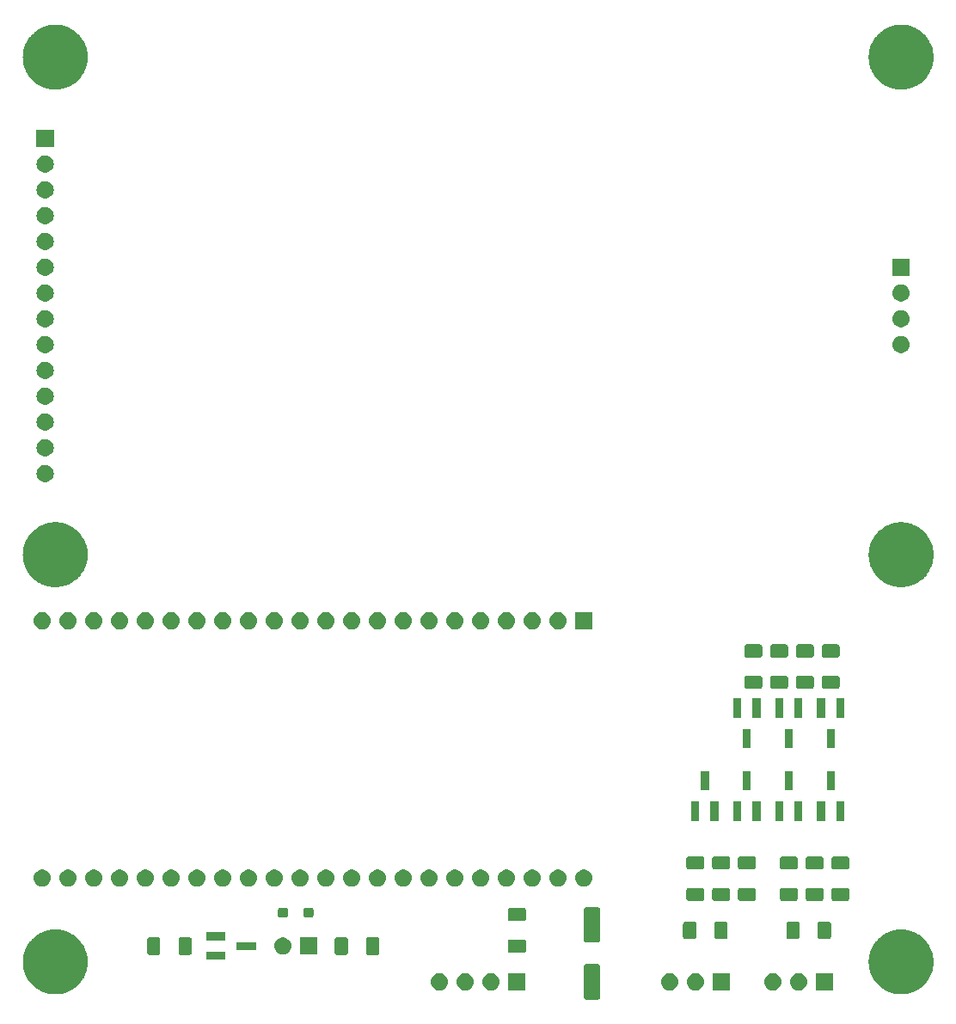
<source format=gbr>
G04 #@! TF.GenerationSoftware,KiCad,Pcbnew,7.0.10-7.0.10~ubuntu22.04.1*
G04 #@! TF.CreationDate,2024-01-08T19:12:50+01:00*
G04 #@! TF.ProjectId,Geiger Counter Mainboard,47656967-6572-4204-936f-756e74657220,1.0*
G04 #@! TF.SameCoordinates,Original*
G04 #@! TF.FileFunction,Soldermask,Top*
G04 #@! TF.FilePolarity,Negative*
%FSLAX46Y46*%
G04 Gerber Fmt 4.6, Leading zero omitted, Abs format (unit mm)*
G04 Created by KiCad (PCBNEW 7.0.10-7.0.10~ubuntu22.04.1) date 2024-01-08 19:12:50*
%MOMM*%
%LPD*%
G01*
G04 APERTURE LIST*
G04 APERTURE END LIST*
G36*
X161338185Y-144174222D02*
G01*
X161389546Y-144180181D01*
X161407092Y-144187928D01*
X161429809Y-144192447D01*
X161454129Y-144208697D01*
X161474931Y-144217882D01*
X161489138Y-144232089D01*
X161510915Y-144246640D01*
X161525465Y-144268416D01*
X161539672Y-144282623D01*
X161548856Y-144303423D01*
X161565108Y-144327746D01*
X161569627Y-144350465D01*
X161577373Y-144368008D01*
X161583330Y-144419357D01*
X161584138Y-144423417D01*
X161584138Y-147423417D01*
X161583330Y-147427476D01*
X161577373Y-147478825D01*
X161569627Y-147496367D01*
X161565108Y-147519088D01*
X161548854Y-147543412D01*
X161539672Y-147564210D01*
X161525467Y-147578414D01*
X161510915Y-147600194D01*
X161489135Y-147614746D01*
X161474931Y-147628951D01*
X161454133Y-147638133D01*
X161429809Y-147654387D01*
X161407088Y-147658906D01*
X161389546Y-147666652D01*
X161338199Y-147672609D01*
X161334138Y-147673417D01*
X160234138Y-147673417D01*
X160230079Y-147672609D01*
X160178729Y-147666652D01*
X160161186Y-147658906D01*
X160138467Y-147654387D01*
X160114144Y-147638135D01*
X160093344Y-147628951D01*
X160079137Y-147614744D01*
X160057361Y-147600194D01*
X160042810Y-147578417D01*
X160028603Y-147564210D01*
X160019418Y-147543408D01*
X160003168Y-147519088D01*
X159998649Y-147496371D01*
X159990902Y-147478825D01*
X159984943Y-147427466D01*
X159984138Y-147423417D01*
X159984138Y-144423417D01*
X159984942Y-144419370D01*
X159990902Y-144368008D01*
X159998649Y-144350460D01*
X160003168Y-144327746D01*
X160019416Y-144303427D01*
X160028603Y-144282623D01*
X160042812Y-144268413D01*
X160057361Y-144246640D01*
X160079134Y-144232091D01*
X160093344Y-144217882D01*
X160114148Y-144208695D01*
X160138467Y-144192447D01*
X160161181Y-144187928D01*
X160178729Y-144180181D01*
X160230090Y-144174222D01*
X160234138Y-144173417D01*
X161334138Y-144173417D01*
X161338185Y-144174222D01*
G37*
G36*
X107999004Y-140758183D02*
G01*
X108087377Y-140758183D01*
X108181731Y-140768444D01*
X108272424Y-140773538D01*
X108350435Y-140786792D01*
X108431830Y-140795645D01*
X108530965Y-140817466D01*
X108626205Y-140833648D01*
X108696544Y-140853912D01*
X108770205Y-140870126D01*
X108872712Y-140904665D01*
X108971031Y-140932990D01*
X109033183Y-140958734D01*
X109098555Y-140980761D01*
X109202853Y-141029014D01*
X109302566Y-141070317D01*
X109356206Y-141099963D01*
X109413012Y-141126244D01*
X109517381Y-141189041D01*
X109616641Y-141243900D01*
X109661737Y-141275897D01*
X109709893Y-141304872D01*
X109812459Y-141382840D01*
X109909305Y-141451556D01*
X109946046Y-141484389D01*
X109985728Y-141514555D01*
X110084550Y-141608164D01*
X110176880Y-141690675D01*
X110205691Y-141722915D01*
X110237269Y-141752827D01*
X110330311Y-141862365D01*
X110415999Y-141958250D01*
X110437521Y-141988583D01*
X110461574Y-142016900D01*
X110546772Y-142142557D01*
X110623655Y-142250914D01*
X110638714Y-142278162D01*
X110656018Y-142303683D01*
X110731335Y-142445746D01*
X110797238Y-142564989D01*
X110806829Y-142588144D01*
X110818312Y-142609803D01*
X110881723Y-142768953D01*
X110934565Y-142896524D01*
X110939820Y-142914767D01*
X110946557Y-142931674D01*
X110996156Y-143110313D01*
X111033907Y-143241350D01*
X111036064Y-143254050D01*
X111039253Y-143265533D01*
X111073244Y-143472874D01*
X111094017Y-143595131D01*
X111094397Y-143601898D01*
X111095305Y-143607437D01*
X111111994Y-143915255D01*
X111114138Y-143953417D01*
X111111994Y-143991581D01*
X111095305Y-144299396D01*
X111094397Y-144304933D01*
X111094017Y-144311703D01*
X111073240Y-144433986D01*
X111039253Y-144641300D01*
X111036065Y-144652780D01*
X111033907Y-144665484D01*
X110996148Y-144796547D01*
X110946557Y-144975159D01*
X110939821Y-144992063D01*
X110934565Y-145010310D01*
X110881712Y-145137906D01*
X110818312Y-145297030D01*
X110806831Y-145318685D01*
X110797238Y-145341845D01*
X110731322Y-145461111D01*
X110656018Y-145603150D01*
X110638717Y-145628665D01*
X110623655Y-145655920D01*
X110546756Y-145764297D01*
X110461574Y-145889933D01*
X110437525Y-145918244D01*
X110415999Y-145948584D01*
X110330294Y-146044488D01*
X110237269Y-146154006D01*
X110205697Y-146183911D01*
X110176880Y-146216159D01*
X110084531Y-146298686D01*
X109985728Y-146392278D01*
X109946053Y-146422437D01*
X109909305Y-146455278D01*
X109812439Y-146524007D01*
X109709893Y-146601961D01*
X109661747Y-146630929D01*
X109616641Y-146662934D01*
X109517360Y-146717804D01*
X109413012Y-146780589D01*
X109356217Y-146806864D01*
X109302566Y-146836517D01*
X109202832Y-146877828D01*
X109098555Y-146926072D01*
X109033196Y-146948093D01*
X108971031Y-146973844D01*
X108872692Y-147002174D01*
X108770205Y-147036707D01*
X108696558Y-147052917D01*
X108626205Y-147073186D01*
X108530945Y-147089371D01*
X108431830Y-147111188D01*
X108350447Y-147120039D01*
X108272424Y-147133296D01*
X108181726Y-147138389D01*
X108087377Y-147148651D01*
X107999004Y-147148651D01*
X107914138Y-147153417D01*
X107829272Y-147148651D01*
X107740899Y-147148651D01*
X107646549Y-147138389D01*
X107555852Y-147133296D01*
X107477829Y-147120039D01*
X107396445Y-147111188D01*
X107297325Y-147089370D01*
X107202071Y-147073186D01*
X107131720Y-147052918D01*
X107058070Y-147036707D01*
X106955576Y-147002172D01*
X106857245Y-146973844D01*
X106795083Y-146948095D01*
X106729720Y-146926072D01*
X106625433Y-146877824D01*
X106525710Y-146836517D01*
X106472063Y-146806867D01*
X106415263Y-146780589D01*
X106310902Y-146717797D01*
X106211635Y-146662934D01*
X106166534Y-146630933D01*
X106118382Y-146601961D01*
X106015821Y-146523997D01*
X105918971Y-146455278D01*
X105882227Y-146422442D01*
X105842547Y-146392278D01*
X105743726Y-146298670D01*
X105651396Y-146216159D01*
X105622583Y-146183918D01*
X105591006Y-146154006D01*
X105497961Y-146044465D01*
X105412277Y-145948584D01*
X105390755Y-145918252D01*
X105366701Y-145889933D01*
X105281496Y-145764266D01*
X105204621Y-145655920D01*
X105189562Y-145628673D01*
X105172257Y-145603150D01*
X105096929Y-145461066D01*
X105031038Y-145341845D01*
X105021448Y-145318694D01*
X105009963Y-145297030D01*
X104946537Y-145137842D01*
X104893711Y-145010310D01*
X104888456Y-144992072D01*
X104881718Y-144975159D01*
X104832099Y-144796451D01*
X104794369Y-144665484D01*
X104792212Y-144652789D01*
X104789022Y-144641300D01*
X104755007Y-144433818D01*
X104734259Y-144311703D01*
X104733879Y-144304942D01*
X104732970Y-144299396D01*
X104716252Y-143991065D01*
X104714138Y-143953417D01*
X104716252Y-143915771D01*
X104732970Y-143607437D01*
X104733879Y-143601889D01*
X104734259Y-143595131D01*
X104755002Y-143473042D01*
X104789022Y-143265533D01*
X104792212Y-143254041D01*
X104794369Y-143241350D01*
X104832092Y-143110409D01*
X104881718Y-142931674D01*
X104888457Y-142914758D01*
X104893711Y-142896524D01*
X104946526Y-142769016D01*
X105009963Y-142609803D01*
X105021450Y-142588135D01*
X105031038Y-142564989D01*
X105096916Y-142445790D01*
X105172257Y-142303683D01*
X105189565Y-142278154D01*
X105204621Y-142250914D01*
X105281481Y-142142589D01*
X105366701Y-142016900D01*
X105390759Y-141988575D01*
X105412277Y-141958250D01*
X105497944Y-141862387D01*
X105591006Y-141752827D01*
X105622589Y-141722909D01*
X105651396Y-141690675D01*
X105743707Y-141608180D01*
X105842547Y-141514555D01*
X105882235Y-141484384D01*
X105918971Y-141451556D01*
X106015801Y-141382850D01*
X106118382Y-141304872D01*
X106166543Y-141275894D01*
X106211635Y-141243900D01*
X106310882Y-141189047D01*
X106415263Y-141126244D01*
X106472074Y-141099960D01*
X106525710Y-141070317D01*
X106625413Y-141029018D01*
X106729720Y-140980761D01*
X106795096Y-140958732D01*
X106857245Y-140932990D01*
X106955556Y-140904667D01*
X107058070Y-140870126D01*
X107131734Y-140853911D01*
X107202071Y-140833648D01*
X107297305Y-140817466D01*
X107396445Y-140795645D01*
X107477842Y-140786792D01*
X107555852Y-140773538D01*
X107646544Y-140768444D01*
X107740899Y-140758183D01*
X107829272Y-140758183D01*
X107914138Y-140753417D01*
X107999004Y-140758183D01*
G37*
G36*
X191299004Y-140758183D02*
G01*
X191387377Y-140758183D01*
X191481731Y-140768444D01*
X191572424Y-140773538D01*
X191650435Y-140786792D01*
X191731830Y-140795645D01*
X191830965Y-140817466D01*
X191926205Y-140833648D01*
X191996544Y-140853912D01*
X192070205Y-140870126D01*
X192172712Y-140904665D01*
X192271031Y-140932990D01*
X192333183Y-140958734D01*
X192398555Y-140980761D01*
X192502853Y-141029014D01*
X192602566Y-141070317D01*
X192656206Y-141099963D01*
X192713012Y-141126244D01*
X192817381Y-141189041D01*
X192916641Y-141243900D01*
X192961737Y-141275897D01*
X193009893Y-141304872D01*
X193112459Y-141382840D01*
X193209305Y-141451556D01*
X193246046Y-141484389D01*
X193285728Y-141514555D01*
X193384550Y-141608164D01*
X193476880Y-141690675D01*
X193505691Y-141722915D01*
X193537269Y-141752827D01*
X193630311Y-141862365D01*
X193715999Y-141958250D01*
X193737521Y-141988583D01*
X193761574Y-142016900D01*
X193846772Y-142142557D01*
X193923655Y-142250914D01*
X193938714Y-142278162D01*
X193956018Y-142303683D01*
X194031335Y-142445746D01*
X194097238Y-142564989D01*
X194106829Y-142588144D01*
X194118312Y-142609803D01*
X194181723Y-142768953D01*
X194234565Y-142896524D01*
X194239820Y-142914767D01*
X194246557Y-142931674D01*
X194296156Y-143110313D01*
X194333907Y-143241350D01*
X194336064Y-143254050D01*
X194339253Y-143265533D01*
X194373244Y-143472874D01*
X194394017Y-143595131D01*
X194394397Y-143601898D01*
X194395305Y-143607437D01*
X194411994Y-143915255D01*
X194414138Y-143953417D01*
X194411994Y-143991581D01*
X194395305Y-144299396D01*
X194394397Y-144304933D01*
X194394017Y-144311703D01*
X194373240Y-144433986D01*
X194339253Y-144641300D01*
X194336065Y-144652780D01*
X194333907Y-144665484D01*
X194296148Y-144796547D01*
X194246557Y-144975159D01*
X194239821Y-144992063D01*
X194234565Y-145010310D01*
X194181712Y-145137906D01*
X194118312Y-145297030D01*
X194106831Y-145318685D01*
X194097238Y-145341845D01*
X194031322Y-145461111D01*
X193956018Y-145603150D01*
X193938717Y-145628665D01*
X193923655Y-145655920D01*
X193846756Y-145764297D01*
X193761574Y-145889933D01*
X193737525Y-145918244D01*
X193715999Y-145948584D01*
X193630294Y-146044488D01*
X193537269Y-146154006D01*
X193505697Y-146183911D01*
X193476880Y-146216159D01*
X193384531Y-146298686D01*
X193285728Y-146392278D01*
X193246053Y-146422437D01*
X193209305Y-146455278D01*
X193112439Y-146524007D01*
X193009893Y-146601961D01*
X192961747Y-146630929D01*
X192916641Y-146662934D01*
X192817360Y-146717804D01*
X192713012Y-146780589D01*
X192656217Y-146806864D01*
X192602566Y-146836517D01*
X192502832Y-146877828D01*
X192398555Y-146926072D01*
X192333196Y-146948093D01*
X192271031Y-146973844D01*
X192172692Y-147002174D01*
X192070205Y-147036707D01*
X191996558Y-147052917D01*
X191926205Y-147073186D01*
X191830945Y-147089371D01*
X191731830Y-147111188D01*
X191650447Y-147120039D01*
X191572424Y-147133296D01*
X191481726Y-147138389D01*
X191387377Y-147148651D01*
X191299004Y-147148651D01*
X191214138Y-147153417D01*
X191129272Y-147148651D01*
X191040899Y-147148651D01*
X190946549Y-147138389D01*
X190855852Y-147133296D01*
X190777829Y-147120039D01*
X190696445Y-147111188D01*
X190597325Y-147089370D01*
X190502071Y-147073186D01*
X190431720Y-147052918D01*
X190358070Y-147036707D01*
X190255576Y-147002172D01*
X190157245Y-146973844D01*
X190095083Y-146948095D01*
X190029720Y-146926072D01*
X189925433Y-146877824D01*
X189825710Y-146836517D01*
X189772063Y-146806867D01*
X189715263Y-146780589D01*
X189610902Y-146717797D01*
X189511635Y-146662934D01*
X189466534Y-146630933D01*
X189418382Y-146601961D01*
X189315821Y-146523997D01*
X189218971Y-146455278D01*
X189182227Y-146422442D01*
X189142547Y-146392278D01*
X189043726Y-146298670D01*
X188951396Y-146216159D01*
X188922583Y-146183918D01*
X188891006Y-146154006D01*
X188797961Y-146044465D01*
X188712277Y-145948584D01*
X188690755Y-145918252D01*
X188666701Y-145889933D01*
X188581496Y-145764266D01*
X188504621Y-145655920D01*
X188489562Y-145628673D01*
X188472257Y-145603150D01*
X188396929Y-145461066D01*
X188331038Y-145341845D01*
X188321448Y-145318694D01*
X188309963Y-145297030D01*
X188246537Y-145137842D01*
X188193711Y-145010310D01*
X188188456Y-144992072D01*
X188181718Y-144975159D01*
X188132099Y-144796451D01*
X188094369Y-144665484D01*
X188092212Y-144652789D01*
X188089022Y-144641300D01*
X188055007Y-144433818D01*
X188034259Y-144311703D01*
X188033879Y-144304942D01*
X188032970Y-144299396D01*
X188016252Y-143991065D01*
X188014138Y-143953417D01*
X188016252Y-143915771D01*
X188032970Y-143607437D01*
X188033879Y-143601889D01*
X188034259Y-143595131D01*
X188055002Y-143473042D01*
X188089022Y-143265533D01*
X188092212Y-143254041D01*
X188094369Y-143241350D01*
X188132092Y-143110409D01*
X188181718Y-142931674D01*
X188188457Y-142914758D01*
X188193711Y-142896524D01*
X188246526Y-142769016D01*
X188309963Y-142609803D01*
X188321450Y-142588135D01*
X188331038Y-142564989D01*
X188396916Y-142445790D01*
X188472257Y-142303683D01*
X188489565Y-142278154D01*
X188504621Y-142250914D01*
X188581481Y-142142589D01*
X188666701Y-142016900D01*
X188690759Y-141988575D01*
X188712277Y-141958250D01*
X188797944Y-141862387D01*
X188891006Y-141752827D01*
X188922589Y-141722909D01*
X188951396Y-141690675D01*
X189043707Y-141608180D01*
X189142547Y-141514555D01*
X189182235Y-141484384D01*
X189218971Y-141451556D01*
X189315801Y-141382850D01*
X189418382Y-141304872D01*
X189466543Y-141275894D01*
X189511635Y-141243900D01*
X189610882Y-141189047D01*
X189715263Y-141126244D01*
X189772074Y-141099960D01*
X189825710Y-141070317D01*
X189925413Y-141029018D01*
X190029720Y-140980761D01*
X190095096Y-140958732D01*
X190157245Y-140932990D01*
X190255556Y-140904667D01*
X190358070Y-140870126D01*
X190431734Y-140853911D01*
X190502071Y-140833648D01*
X190597305Y-140817466D01*
X190696445Y-140795645D01*
X190777842Y-140786792D01*
X190855852Y-140773538D01*
X190946544Y-140768444D01*
X191040899Y-140758183D01*
X191129272Y-140758183D01*
X191214138Y-140753417D01*
X191299004Y-140758183D01*
G37*
G36*
X154224138Y-146773417D02*
G01*
X152524138Y-146773417D01*
X152524138Y-145073417D01*
X154224138Y-145073417D01*
X154224138Y-146773417D01*
G37*
G36*
X174334138Y-146773417D02*
G01*
X172634138Y-146773417D01*
X172634138Y-145073417D01*
X174334138Y-145073417D01*
X174334138Y-146773417D01*
G37*
G36*
X184494138Y-146773417D02*
G01*
X182794138Y-146773417D01*
X182794138Y-145073417D01*
X184494138Y-145073417D01*
X184494138Y-146773417D01*
G37*
G36*
X146016802Y-145115019D02*
G01*
X146179138Y-145187295D01*
X146322899Y-145291744D01*
X146441802Y-145423800D01*
X146530652Y-145577691D01*
X146585563Y-145746692D01*
X146604138Y-145923417D01*
X146585563Y-146100142D01*
X146530652Y-146269143D01*
X146441802Y-146423034D01*
X146322899Y-146555090D01*
X146179138Y-146659539D01*
X146016802Y-146731815D01*
X145842987Y-146768761D01*
X145665289Y-146768761D01*
X145491474Y-146731815D01*
X145329138Y-146659539D01*
X145185377Y-146555090D01*
X145066474Y-146423034D01*
X144977624Y-146269143D01*
X144922713Y-146100142D01*
X144904138Y-145923417D01*
X144922713Y-145746692D01*
X144977624Y-145577691D01*
X145066474Y-145423800D01*
X145185377Y-145291744D01*
X145329138Y-145187295D01*
X145491474Y-145115019D01*
X145665289Y-145078073D01*
X145842987Y-145078073D01*
X146016802Y-145115019D01*
G37*
G36*
X148556802Y-145115019D02*
G01*
X148719138Y-145187295D01*
X148862899Y-145291744D01*
X148981802Y-145423800D01*
X149070652Y-145577691D01*
X149125563Y-145746692D01*
X149144138Y-145923417D01*
X149125563Y-146100142D01*
X149070652Y-146269143D01*
X148981802Y-146423034D01*
X148862899Y-146555090D01*
X148719138Y-146659539D01*
X148556802Y-146731815D01*
X148382987Y-146768761D01*
X148205289Y-146768761D01*
X148031474Y-146731815D01*
X147869138Y-146659539D01*
X147725377Y-146555090D01*
X147606474Y-146423034D01*
X147517624Y-146269143D01*
X147462713Y-146100142D01*
X147444138Y-145923417D01*
X147462713Y-145746692D01*
X147517624Y-145577691D01*
X147606474Y-145423800D01*
X147725377Y-145291744D01*
X147869138Y-145187295D01*
X148031474Y-145115019D01*
X148205289Y-145078073D01*
X148382987Y-145078073D01*
X148556802Y-145115019D01*
G37*
G36*
X151096802Y-145115019D02*
G01*
X151259138Y-145187295D01*
X151402899Y-145291744D01*
X151521802Y-145423800D01*
X151610652Y-145577691D01*
X151665563Y-145746692D01*
X151684138Y-145923417D01*
X151665563Y-146100142D01*
X151610652Y-146269143D01*
X151521802Y-146423034D01*
X151402899Y-146555090D01*
X151259138Y-146659539D01*
X151096802Y-146731815D01*
X150922987Y-146768761D01*
X150745289Y-146768761D01*
X150571474Y-146731815D01*
X150409138Y-146659539D01*
X150265377Y-146555090D01*
X150146474Y-146423034D01*
X150057624Y-146269143D01*
X150002713Y-146100142D01*
X149984138Y-145923417D01*
X150002713Y-145746692D01*
X150057624Y-145577691D01*
X150146474Y-145423800D01*
X150265377Y-145291744D01*
X150409138Y-145187295D01*
X150571474Y-145115019D01*
X150745289Y-145078073D01*
X150922987Y-145078073D01*
X151096802Y-145115019D01*
G37*
G36*
X168666802Y-145115019D02*
G01*
X168829138Y-145187295D01*
X168972899Y-145291744D01*
X169091802Y-145423800D01*
X169180652Y-145577691D01*
X169235563Y-145746692D01*
X169254138Y-145923417D01*
X169235563Y-146100142D01*
X169180652Y-146269143D01*
X169091802Y-146423034D01*
X168972899Y-146555090D01*
X168829138Y-146659539D01*
X168666802Y-146731815D01*
X168492987Y-146768761D01*
X168315289Y-146768761D01*
X168141474Y-146731815D01*
X167979138Y-146659539D01*
X167835377Y-146555090D01*
X167716474Y-146423034D01*
X167627624Y-146269143D01*
X167572713Y-146100142D01*
X167554138Y-145923417D01*
X167572713Y-145746692D01*
X167627624Y-145577691D01*
X167716474Y-145423800D01*
X167835377Y-145291744D01*
X167979138Y-145187295D01*
X168141474Y-145115019D01*
X168315289Y-145078073D01*
X168492987Y-145078073D01*
X168666802Y-145115019D01*
G37*
G36*
X171206802Y-145115019D02*
G01*
X171369138Y-145187295D01*
X171512899Y-145291744D01*
X171631802Y-145423800D01*
X171720652Y-145577691D01*
X171775563Y-145746692D01*
X171794138Y-145923417D01*
X171775563Y-146100142D01*
X171720652Y-146269143D01*
X171631802Y-146423034D01*
X171512899Y-146555090D01*
X171369138Y-146659539D01*
X171206802Y-146731815D01*
X171032987Y-146768761D01*
X170855289Y-146768761D01*
X170681474Y-146731815D01*
X170519138Y-146659539D01*
X170375377Y-146555090D01*
X170256474Y-146423034D01*
X170167624Y-146269143D01*
X170112713Y-146100142D01*
X170094138Y-145923417D01*
X170112713Y-145746692D01*
X170167624Y-145577691D01*
X170256474Y-145423800D01*
X170375377Y-145291744D01*
X170519138Y-145187295D01*
X170681474Y-145115019D01*
X170855289Y-145078073D01*
X171032987Y-145078073D01*
X171206802Y-145115019D01*
G37*
G36*
X178826802Y-145115019D02*
G01*
X178989138Y-145187295D01*
X179132899Y-145291744D01*
X179251802Y-145423800D01*
X179340652Y-145577691D01*
X179395563Y-145746692D01*
X179414138Y-145923417D01*
X179395563Y-146100142D01*
X179340652Y-146269143D01*
X179251802Y-146423034D01*
X179132899Y-146555090D01*
X178989138Y-146659539D01*
X178826802Y-146731815D01*
X178652987Y-146768761D01*
X178475289Y-146768761D01*
X178301474Y-146731815D01*
X178139138Y-146659539D01*
X177995377Y-146555090D01*
X177876474Y-146423034D01*
X177787624Y-146269143D01*
X177732713Y-146100142D01*
X177714138Y-145923417D01*
X177732713Y-145746692D01*
X177787624Y-145577691D01*
X177876474Y-145423800D01*
X177995377Y-145291744D01*
X178139138Y-145187295D01*
X178301474Y-145115019D01*
X178475289Y-145078073D01*
X178652987Y-145078073D01*
X178826802Y-145115019D01*
G37*
G36*
X181366802Y-145115019D02*
G01*
X181529138Y-145187295D01*
X181672899Y-145291744D01*
X181791802Y-145423800D01*
X181880652Y-145577691D01*
X181935563Y-145746692D01*
X181954138Y-145923417D01*
X181935563Y-146100142D01*
X181880652Y-146269143D01*
X181791802Y-146423034D01*
X181672899Y-146555090D01*
X181529138Y-146659539D01*
X181366802Y-146731815D01*
X181192987Y-146768761D01*
X181015289Y-146768761D01*
X180841474Y-146731815D01*
X180679138Y-146659539D01*
X180535377Y-146555090D01*
X180416474Y-146423034D01*
X180327624Y-146269143D01*
X180272713Y-146100142D01*
X180254138Y-145923417D01*
X180272713Y-145746692D01*
X180327624Y-145577691D01*
X180416474Y-145423800D01*
X180535377Y-145291744D01*
X180679138Y-145187295D01*
X180841474Y-145115019D01*
X181015289Y-145078073D01*
X181192987Y-145078073D01*
X181366802Y-145115019D01*
G37*
G36*
X124674138Y-143753417D02*
G01*
X122774138Y-143753417D01*
X122774138Y-142953417D01*
X124674138Y-142953417D01*
X124674138Y-143753417D01*
G37*
G36*
X118008185Y-141529222D02*
G01*
X118059546Y-141535181D01*
X118077092Y-141542928D01*
X118099809Y-141547447D01*
X118124129Y-141563697D01*
X118144931Y-141572882D01*
X118159138Y-141587089D01*
X118180915Y-141601640D01*
X118195465Y-141623416D01*
X118209672Y-141637623D01*
X118218856Y-141658423D01*
X118235108Y-141682746D01*
X118239627Y-141705465D01*
X118247373Y-141723008D01*
X118253330Y-141774357D01*
X118254138Y-141778417D01*
X118254138Y-143028417D01*
X118253330Y-143032476D01*
X118247373Y-143083825D01*
X118239627Y-143101367D01*
X118235108Y-143124088D01*
X118218854Y-143148412D01*
X118209672Y-143169210D01*
X118195467Y-143183414D01*
X118180915Y-143205194D01*
X118159135Y-143219746D01*
X118144931Y-143233951D01*
X118124133Y-143243133D01*
X118099809Y-143259387D01*
X118077088Y-143263906D01*
X118059546Y-143271652D01*
X118008199Y-143277609D01*
X118004138Y-143278417D01*
X117204138Y-143278417D01*
X117200079Y-143277609D01*
X117148729Y-143271652D01*
X117131186Y-143263906D01*
X117108467Y-143259387D01*
X117084144Y-143243135D01*
X117063344Y-143233951D01*
X117049137Y-143219744D01*
X117027361Y-143205194D01*
X117012810Y-143183417D01*
X116998603Y-143169210D01*
X116989418Y-143148408D01*
X116973168Y-143124088D01*
X116968649Y-143101371D01*
X116960902Y-143083825D01*
X116954943Y-143032466D01*
X116954138Y-143028417D01*
X116954138Y-141778417D01*
X116954942Y-141774370D01*
X116960902Y-141723008D01*
X116968649Y-141705460D01*
X116973168Y-141682746D01*
X116989416Y-141658427D01*
X116998603Y-141637623D01*
X117012812Y-141623413D01*
X117027361Y-141601640D01*
X117049134Y-141587091D01*
X117063344Y-141572882D01*
X117084148Y-141563695D01*
X117108467Y-141547447D01*
X117131181Y-141542928D01*
X117148729Y-141535181D01*
X117200090Y-141529222D01*
X117204138Y-141528417D01*
X118004138Y-141528417D01*
X118008185Y-141529222D01*
G37*
G36*
X121108185Y-141529222D02*
G01*
X121159546Y-141535181D01*
X121177092Y-141542928D01*
X121199809Y-141547447D01*
X121224129Y-141563697D01*
X121244931Y-141572882D01*
X121259138Y-141587089D01*
X121280915Y-141601640D01*
X121295465Y-141623416D01*
X121309672Y-141637623D01*
X121318856Y-141658423D01*
X121335108Y-141682746D01*
X121339627Y-141705465D01*
X121347373Y-141723008D01*
X121353330Y-141774357D01*
X121354138Y-141778417D01*
X121354138Y-143028417D01*
X121353330Y-143032476D01*
X121347373Y-143083825D01*
X121339627Y-143101367D01*
X121335108Y-143124088D01*
X121318854Y-143148412D01*
X121309672Y-143169210D01*
X121295467Y-143183414D01*
X121280915Y-143205194D01*
X121259135Y-143219746D01*
X121244931Y-143233951D01*
X121224133Y-143243133D01*
X121199809Y-143259387D01*
X121177088Y-143263906D01*
X121159546Y-143271652D01*
X121108199Y-143277609D01*
X121104138Y-143278417D01*
X120304138Y-143278417D01*
X120300079Y-143277609D01*
X120248729Y-143271652D01*
X120231186Y-143263906D01*
X120208467Y-143259387D01*
X120184144Y-143243135D01*
X120163344Y-143233951D01*
X120149137Y-143219744D01*
X120127361Y-143205194D01*
X120112810Y-143183417D01*
X120098603Y-143169210D01*
X120089418Y-143148408D01*
X120073168Y-143124088D01*
X120068649Y-143101371D01*
X120060902Y-143083825D01*
X120054943Y-143032466D01*
X120054138Y-143028417D01*
X120054138Y-141778417D01*
X120054942Y-141774370D01*
X120060902Y-141723008D01*
X120068649Y-141705460D01*
X120073168Y-141682746D01*
X120089416Y-141658427D01*
X120098603Y-141637623D01*
X120112812Y-141623413D01*
X120127361Y-141601640D01*
X120149134Y-141587091D01*
X120163344Y-141572882D01*
X120184148Y-141563695D01*
X120208467Y-141547447D01*
X120231181Y-141542928D01*
X120248729Y-141535181D01*
X120300090Y-141529222D01*
X120304138Y-141528417D01*
X121104138Y-141528417D01*
X121108185Y-141529222D01*
G37*
G36*
X136488185Y-141529222D02*
G01*
X136539546Y-141535181D01*
X136557092Y-141542928D01*
X136579809Y-141547447D01*
X136604129Y-141563697D01*
X136624931Y-141572882D01*
X136639138Y-141587089D01*
X136660915Y-141601640D01*
X136675465Y-141623416D01*
X136689672Y-141637623D01*
X136698856Y-141658423D01*
X136715108Y-141682746D01*
X136719627Y-141705465D01*
X136727373Y-141723008D01*
X136733330Y-141774357D01*
X136734138Y-141778417D01*
X136734138Y-143028417D01*
X136733330Y-143032476D01*
X136727373Y-143083825D01*
X136719627Y-143101367D01*
X136715108Y-143124088D01*
X136698854Y-143148412D01*
X136689672Y-143169210D01*
X136675467Y-143183414D01*
X136660915Y-143205194D01*
X136639135Y-143219746D01*
X136624931Y-143233951D01*
X136604133Y-143243133D01*
X136579809Y-143259387D01*
X136557088Y-143263906D01*
X136539546Y-143271652D01*
X136488199Y-143277609D01*
X136484138Y-143278417D01*
X135684138Y-143278417D01*
X135680079Y-143277609D01*
X135628729Y-143271652D01*
X135611186Y-143263906D01*
X135588467Y-143259387D01*
X135564144Y-143243135D01*
X135543344Y-143233951D01*
X135529137Y-143219744D01*
X135507361Y-143205194D01*
X135492810Y-143183417D01*
X135478603Y-143169210D01*
X135469418Y-143148408D01*
X135453168Y-143124088D01*
X135448649Y-143101371D01*
X135440902Y-143083825D01*
X135434943Y-143032466D01*
X135434138Y-143028417D01*
X135434138Y-141778417D01*
X135434942Y-141774370D01*
X135440902Y-141723008D01*
X135448649Y-141705460D01*
X135453168Y-141682746D01*
X135469416Y-141658427D01*
X135478603Y-141637623D01*
X135492812Y-141623413D01*
X135507361Y-141601640D01*
X135529134Y-141587091D01*
X135543344Y-141572882D01*
X135564148Y-141563695D01*
X135588467Y-141547447D01*
X135611181Y-141542928D01*
X135628729Y-141535181D01*
X135680090Y-141529222D01*
X135684138Y-141528417D01*
X136484138Y-141528417D01*
X136488185Y-141529222D01*
G37*
G36*
X139588185Y-141529222D02*
G01*
X139639546Y-141535181D01*
X139657092Y-141542928D01*
X139679809Y-141547447D01*
X139704129Y-141563697D01*
X139724931Y-141572882D01*
X139739138Y-141587089D01*
X139760915Y-141601640D01*
X139775465Y-141623416D01*
X139789672Y-141637623D01*
X139798856Y-141658423D01*
X139815108Y-141682746D01*
X139819627Y-141705465D01*
X139827373Y-141723008D01*
X139833330Y-141774357D01*
X139834138Y-141778417D01*
X139834138Y-143028417D01*
X139833330Y-143032476D01*
X139827373Y-143083825D01*
X139819627Y-143101367D01*
X139815108Y-143124088D01*
X139798854Y-143148412D01*
X139789672Y-143169210D01*
X139775467Y-143183414D01*
X139760915Y-143205194D01*
X139739135Y-143219746D01*
X139724931Y-143233951D01*
X139704133Y-143243133D01*
X139679809Y-143259387D01*
X139657088Y-143263906D01*
X139639546Y-143271652D01*
X139588199Y-143277609D01*
X139584138Y-143278417D01*
X138784138Y-143278417D01*
X138780079Y-143277609D01*
X138728729Y-143271652D01*
X138711186Y-143263906D01*
X138688467Y-143259387D01*
X138664144Y-143243135D01*
X138643344Y-143233951D01*
X138629137Y-143219744D01*
X138607361Y-143205194D01*
X138592810Y-143183417D01*
X138578603Y-143169210D01*
X138569418Y-143148408D01*
X138553168Y-143124088D01*
X138548649Y-143101371D01*
X138540902Y-143083825D01*
X138534943Y-143032466D01*
X138534138Y-143028417D01*
X138534138Y-141778417D01*
X138534942Y-141774370D01*
X138540902Y-141723008D01*
X138548649Y-141705460D01*
X138553168Y-141682746D01*
X138569416Y-141658427D01*
X138578603Y-141637623D01*
X138592812Y-141623413D01*
X138607361Y-141601640D01*
X138629134Y-141587091D01*
X138643344Y-141572882D01*
X138664148Y-141563695D01*
X138688467Y-141547447D01*
X138711181Y-141542928D01*
X138728729Y-141535181D01*
X138780090Y-141529222D01*
X138784138Y-141528417D01*
X139584138Y-141528417D01*
X139588185Y-141529222D01*
G37*
G36*
X133694138Y-143253417D02*
G01*
X131994138Y-143253417D01*
X131994138Y-141553417D01*
X133694138Y-141553417D01*
X133694138Y-143253417D01*
G37*
G36*
X130566802Y-141595019D02*
G01*
X130729138Y-141667295D01*
X130872899Y-141771744D01*
X130991802Y-141903800D01*
X131080652Y-142057691D01*
X131135563Y-142226692D01*
X131154138Y-142403417D01*
X131135563Y-142580142D01*
X131080652Y-142749143D01*
X130991802Y-142903034D01*
X130872899Y-143035090D01*
X130729138Y-143139539D01*
X130566802Y-143211815D01*
X130392987Y-143248761D01*
X130215289Y-143248761D01*
X130041474Y-143211815D01*
X129879138Y-143139539D01*
X129735377Y-143035090D01*
X129616474Y-142903034D01*
X129527624Y-142749143D01*
X129472713Y-142580142D01*
X129454138Y-142403417D01*
X129472713Y-142226692D01*
X129527624Y-142057691D01*
X129616474Y-141903800D01*
X129735377Y-141771744D01*
X129879138Y-141667295D01*
X130041474Y-141595019D01*
X130215289Y-141558073D01*
X130392987Y-141558073D01*
X130566802Y-141595019D01*
G37*
G36*
X154028185Y-141744222D02*
G01*
X154079546Y-141750181D01*
X154097092Y-141757928D01*
X154119809Y-141762447D01*
X154144129Y-141778697D01*
X154164931Y-141787882D01*
X154179138Y-141802089D01*
X154200915Y-141816640D01*
X154215465Y-141838416D01*
X154229672Y-141852623D01*
X154238856Y-141873423D01*
X154255108Y-141897746D01*
X154259627Y-141920465D01*
X154267373Y-141938008D01*
X154273330Y-141989357D01*
X154274138Y-141993417D01*
X154274138Y-142818417D01*
X154273330Y-142822476D01*
X154267373Y-142873825D01*
X154259627Y-142891367D01*
X154255108Y-142914088D01*
X154238854Y-142938412D01*
X154229672Y-142959210D01*
X154215467Y-142973414D01*
X154200915Y-142995194D01*
X154179135Y-143009746D01*
X154164931Y-143023951D01*
X154144133Y-143033133D01*
X154119809Y-143049387D01*
X154097088Y-143053906D01*
X154079546Y-143061652D01*
X154028199Y-143067609D01*
X154024138Y-143068417D01*
X152724138Y-143068417D01*
X152720079Y-143067609D01*
X152668729Y-143061652D01*
X152651186Y-143053906D01*
X152628467Y-143049387D01*
X152604144Y-143033135D01*
X152583344Y-143023951D01*
X152569137Y-143009744D01*
X152547361Y-142995194D01*
X152532810Y-142973417D01*
X152518603Y-142959210D01*
X152509418Y-142938408D01*
X152493168Y-142914088D01*
X152488649Y-142891371D01*
X152480902Y-142873825D01*
X152474943Y-142822466D01*
X152474138Y-142818417D01*
X152474138Y-141993417D01*
X152474942Y-141989370D01*
X152480902Y-141938008D01*
X152488649Y-141920460D01*
X152493168Y-141897746D01*
X152509416Y-141873427D01*
X152518603Y-141852623D01*
X152532812Y-141838413D01*
X152547361Y-141816640D01*
X152569134Y-141802091D01*
X152583344Y-141787882D01*
X152604148Y-141778695D01*
X152628467Y-141762447D01*
X152651181Y-141757928D01*
X152668729Y-141750181D01*
X152720090Y-141744222D01*
X152724138Y-141743417D01*
X154024138Y-141743417D01*
X154028185Y-141744222D01*
G37*
G36*
X127674138Y-142803417D02*
G01*
X125774138Y-142803417D01*
X125774138Y-142003417D01*
X127674138Y-142003417D01*
X127674138Y-142803417D01*
G37*
G36*
X161338185Y-138574222D02*
G01*
X161389546Y-138580181D01*
X161407092Y-138587928D01*
X161429809Y-138592447D01*
X161454129Y-138608697D01*
X161474931Y-138617882D01*
X161489138Y-138632089D01*
X161510915Y-138646640D01*
X161525465Y-138668416D01*
X161539672Y-138682623D01*
X161548856Y-138703423D01*
X161565108Y-138727746D01*
X161569627Y-138750465D01*
X161577373Y-138768008D01*
X161583330Y-138819357D01*
X161584138Y-138823417D01*
X161584138Y-141823417D01*
X161583330Y-141827476D01*
X161577373Y-141878825D01*
X161569627Y-141896367D01*
X161565108Y-141919088D01*
X161548854Y-141943412D01*
X161539672Y-141964210D01*
X161525467Y-141978414D01*
X161510915Y-142000194D01*
X161489135Y-142014746D01*
X161474931Y-142028951D01*
X161454133Y-142038133D01*
X161429809Y-142054387D01*
X161407088Y-142058906D01*
X161389546Y-142066652D01*
X161338199Y-142072609D01*
X161334138Y-142073417D01*
X160234138Y-142073417D01*
X160230079Y-142072609D01*
X160178729Y-142066652D01*
X160161186Y-142058906D01*
X160138467Y-142054387D01*
X160114144Y-142038135D01*
X160093344Y-142028951D01*
X160079137Y-142014744D01*
X160057361Y-142000194D01*
X160042810Y-141978417D01*
X160028603Y-141964210D01*
X160019418Y-141943408D01*
X160003168Y-141919088D01*
X159998649Y-141896371D01*
X159990902Y-141878825D01*
X159984943Y-141827466D01*
X159984138Y-141823417D01*
X159984138Y-138823417D01*
X159984942Y-138819370D01*
X159990902Y-138768008D01*
X159998649Y-138750460D01*
X160003168Y-138727746D01*
X160019416Y-138703427D01*
X160028603Y-138682623D01*
X160042812Y-138668413D01*
X160057361Y-138646640D01*
X160079134Y-138632091D01*
X160093344Y-138617882D01*
X160114148Y-138608695D01*
X160138467Y-138592447D01*
X160161181Y-138587928D01*
X160178729Y-138580181D01*
X160230090Y-138574222D01*
X160234138Y-138573417D01*
X161334138Y-138573417D01*
X161338185Y-138574222D01*
G37*
G36*
X124674138Y-141853417D02*
G01*
X122774138Y-141853417D01*
X122774138Y-141053417D01*
X124674138Y-141053417D01*
X124674138Y-141853417D01*
G37*
G36*
X170788185Y-139969222D02*
G01*
X170839546Y-139975181D01*
X170857092Y-139982928D01*
X170879809Y-139987447D01*
X170904129Y-140003697D01*
X170924931Y-140012882D01*
X170939138Y-140027089D01*
X170960915Y-140041640D01*
X170975465Y-140063416D01*
X170989672Y-140077623D01*
X170998856Y-140098423D01*
X171015108Y-140122746D01*
X171019627Y-140145465D01*
X171027373Y-140163008D01*
X171033330Y-140214357D01*
X171034138Y-140218417D01*
X171034138Y-141468417D01*
X171033330Y-141472476D01*
X171027373Y-141523825D01*
X171019627Y-141541367D01*
X171015108Y-141564088D01*
X170998854Y-141588412D01*
X170989672Y-141609210D01*
X170975467Y-141623414D01*
X170960915Y-141645194D01*
X170939135Y-141659746D01*
X170924931Y-141673951D01*
X170904133Y-141683133D01*
X170879809Y-141699387D01*
X170857088Y-141703906D01*
X170839546Y-141711652D01*
X170788199Y-141717609D01*
X170784138Y-141718417D01*
X169984138Y-141718417D01*
X169980079Y-141717609D01*
X169928729Y-141711652D01*
X169911186Y-141703906D01*
X169888467Y-141699387D01*
X169864144Y-141683135D01*
X169843344Y-141673951D01*
X169829137Y-141659744D01*
X169807361Y-141645194D01*
X169792810Y-141623417D01*
X169778603Y-141609210D01*
X169769418Y-141588408D01*
X169753168Y-141564088D01*
X169748649Y-141541371D01*
X169740902Y-141523825D01*
X169734943Y-141472466D01*
X169734138Y-141468417D01*
X169734138Y-140218417D01*
X169734942Y-140214370D01*
X169740902Y-140163008D01*
X169748649Y-140145460D01*
X169753168Y-140122746D01*
X169769416Y-140098427D01*
X169778603Y-140077623D01*
X169792812Y-140063413D01*
X169807361Y-140041640D01*
X169829134Y-140027091D01*
X169843344Y-140012882D01*
X169864148Y-140003695D01*
X169888467Y-139987447D01*
X169911181Y-139982928D01*
X169928729Y-139975181D01*
X169980090Y-139969222D01*
X169984138Y-139968417D01*
X170784138Y-139968417D01*
X170788185Y-139969222D01*
G37*
G36*
X173888185Y-139969222D02*
G01*
X173939546Y-139975181D01*
X173957092Y-139982928D01*
X173979809Y-139987447D01*
X174004129Y-140003697D01*
X174024931Y-140012882D01*
X174039138Y-140027089D01*
X174060915Y-140041640D01*
X174075465Y-140063416D01*
X174089672Y-140077623D01*
X174098856Y-140098423D01*
X174115108Y-140122746D01*
X174119627Y-140145465D01*
X174127373Y-140163008D01*
X174133330Y-140214357D01*
X174134138Y-140218417D01*
X174134138Y-141468417D01*
X174133330Y-141472476D01*
X174127373Y-141523825D01*
X174119627Y-141541367D01*
X174115108Y-141564088D01*
X174098854Y-141588412D01*
X174089672Y-141609210D01*
X174075467Y-141623414D01*
X174060915Y-141645194D01*
X174039135Y-141659746D01*
X174024931Y-141673951D01*
X174004133Y-141683133D01*
X173979809Y-141699387D01*
X173957088Y-141703906D01*
X173939546Y-141711652D01*
X173888199Y-141717609D01*
X173884138Y-141718417D01*
X173084138Y-141718417D01*
X173080079Y-141717609D01*
X173028729Y-141711652D01*
X173011186Y-141703906D01*
X172988467Y-141699387D01*
X172964144Y-141683135D01*
X172943344Y-141673951D01*
X172929137Y-141659744D01*
X172907361Y-141645194D01*
X172892810Y-141623417D01*
X172878603Y-141609210D01*
X172869418Y-141588408D01*
X172853168Y-141564088D01*
X172848649Y-141541371D01*
X172840902Y-141523825D01*
X172834943Y-141472466D01*
X172834138Y-141468417D01*
X172834138Y-140218417D01*
X172834942Y-140214370D01*
X172840902Y-140163008D01*
X172848649Y-140145460D01*
X172853168Y-140122746D01*
X172869416Y-140098427D01*
X172878603Y-140077623D01*
X172892812Y-140063413D01*
X172907361Y-140041640D01*
X172929134Y-140027091D01*
X172943344Y-140012882D01*
X172964148Y-140003695D01*
X172988467Y-139987447D01*
X173011181Y-139982928D01*
X173028729Y-139975181D01*
X173080090Y-139969222D01*
X173084138Y-139968417D01*
X173884138Y-139968417D01*
X173888185Y-139969222D01*
G37*
G36*
X180963185Y-139969222D02*
G01*
X181014546Y-139975181D01*
X181032092Y-139982928D01*
X181054809Y-139987447D01*
X181079129Y-140003697D01*
X181099931Y-140012882D01*
X181114138Y-140027089D01*
X181135915Y-140041640D01*
X181150465Y-140063416D01*
X181164672Y-140077623D01*
X181173856Y-140098423D01*
X181190108Y-140122746D01*
X181194627Y-140145465D01*
X181202373Y-140163008D01*
X181208330Y-140214357D01*
X181209138Y-140218417D01*
X181209138Y-141468417D01*
X181208330Y-141472476D01*
X181202373Y-141523825D01*
X181194627Y-141541367D01*
X181190108Y-141564088D01*
X181173854Y-141588412D01*
X181164672Y-141609210D01*
X181150467Y-141623414D01*
X181135915Y-141645194D01*
X181114135Y-141659746D01*
X181099931Y-141673951D01*
X181079133Y-141683133D01*
X181054809Y-141699387D01*
X181032088Y-141703906D01*
X181014546Y-141711652D01*
X180963199Y-141717609D01*
X180959138Y-141718417D01*
X180159138Y-141718417D01*
X180155079Y-141717609D01*
X180103729Y-141711652D01*
X180086186Y-141703906D01*
X180063467Y-141699387D01*
X180039144Y-141683135D01*
X180018344Y-141673951D01*
X180004137Y-141659744D01*
X179982361Y-141645194D01*
X179967810Y-141623417D01*
X179953603Y-141609210D01*
X179944418Y-141588408D01*
X179928168Y-141564088D01*
X179923649Y-141541371D01*
X179915902Y-141523825D01*
X179909943Y-141472466D01*
X179909138Y-141468417D01*
X179909138Y-140218417D01*
X179909942Y-140214370D01*
X179915902Y-140163008D01*
X179923649Y-140145460D01*
X179928168Y-140122746D01*
X179944416Y-140098427D01*
X179953603Y-140077623D01*
X179967812Y-140063413D01*
X179982361Y-140041640D01*
X180004134Y-140027091D01*
X180018344Y-140012882D01*
X180039148Y-140003695D01*
X180063467Y-139987447D01*
X180086181Y-139982928D01*
X180103729Y-139975181D01*
X180155090Y-139969222D01*
X180159138Y-139968417D01*
X180959138Y-139968417D01*
X180963185Y-139969222D01*
G37*
G36*
X184063185Y-139969222D02*
G01*
X184114546Y-139975181D01*
X184132092Y-139982928D01*
X184154809Y-139987447D01*
X184179129Y-140003697D01*
X184199931Y-140012882D01*
X184214138Y-140027089D01*
X184235915Y-140041640D01*
X184250465Y-140063416D01*
X184264672Y-140077623D01*
X184273856Y-140098423D01*
X184290108Y-140122746D01*
X184294627Y-140145465D01*
X184302373Y-140163008D01*
X184308330Y-140214357D01*
X184309138Y-140218417D01*
X184309138Y-141468417D01*
X184308330Y-141472476D01*
X184302373Y-141523825D01*
X184294627Y-141541367D01*
X184290108Y-141564088D01*
X184273854Y-141588412D01*
X184264672Y-141609210D01*
X184250467Y-141623414D01*
X184235915Y-141645194D01*
X184214135Y-141659746D01*
X184199931Y-141673951D01*
X184179133Y-141683133D01*
X184154809Y-141699387D01*
X184132088Y-141703906D01*
X184114546Y-141711652D01*
X184063199Y-141717609D01*
X184059138Y-141718417D01*
X183259138Y-141718417D01*
X183255079Y-141717609D01*
X183203729Y-141711652D01*
X183186186Y-141703906D01*
X183163467Y-141699387D01*
X183139144Y-141683135D01*
X183118344Y-141673951D01*
X183104137Y-141659744D01*
X183082361Y-141645194D01*
X183067810Y-141623417D01*
X183053603Y-141609210D01*
X183044418Y-141588408D01*
X183028168Y-141564088D01*
X183023649Y-141541371D01*
X183015902Y-141523825D01*
X183009943Y-141472466D01*
X183009138Y-141468417D01*
X183009138Y-140218417D01*
X183009942Y-140214370D01*
X183015902Y-140163008D01*
X183023649Y-140145460D01*
X183028168Y-140122746D01*
X183044416Y-140098427D01*
X183053603Y-140077623D01*
X183067812Y-140063413D01*
X183082361Y-140041640D01*
X183104134Y-140027091D01*
X183118344Y-140012882D01*
X183139148Y-140003695D01*
X183163467Y-139987447D01*
X183186181Y-139982928D01*
X183203729Y-139975181D01*
X183255090Y-139969222D01*
X183259138Y-139968417D01*
X184059138Y-139968417D01*
X184063185Y-139969222D01*
G37*
G36*
X154028185Y-138619222D02*
G01*
X154079546Y-138625181D01*
X154097092Y-138632928D01*
X154119809Y-138637447D01*
X154144129Y-138653697D01*
X154164931Y-138662882D01*
X154179138Y-138677089D01*
X154200915Y-138691640D01*
X154215465Y-138713416D01*
X154229672Y-138727623D01*
X154238856Y-138748423D01*
X154255108Y-138772746D01*
X154259627Y-138795465D01*
X154267373Y-138813008D01*
X154273330Y-138864357D01*
X154274138Y-138868417D01*
X154274138Y-139693417D01*
X154273330Y-139697476D01*
X154267373Y-139748825D01*
X154259627Y-139766367D01*
X154255108Y-139789088D01*
X154238854Y-139813412D01*
X154229672Y-139834210D01*
X154215467Y-139848414D01*
X154200915Y-139870194D01*
X154179135Y-139884746D01*
X154164931Y-139898951D01*
X154144133Y-139908133D01*
X154119809Y-139924387D01*
X154097088Y-139928906D01*
X154079546Y-139936652D01*
X154028199Y-139942609D01*
X154024138Y-139943417D01*
X152724138Y-139943417D01*
X152720079Y-139942609D01*
X152668729Y-139936652D01*
X152651186Y-139928906D01*
X152628467Y-139924387D01*
X152604144Y-139908135D01*
X152583344Y-139898951D01*
X152569137Y-139884744D01*
X152547361Y-139870194D01*
X152532810Y-139848417D01*
X152518603Y-139834210D01*
X152509418Y-139813408D01*
X152493168Y-139789088D01*
X152488649Y-139766371D01*
X152480902Y-139748825D01*
X152474943Y-139697466D01*
X152474138Y-139693417D01*
X152474138Y-138868417D01*
X152474942Y-138864370D01*
X152480902Y-138813008D01*
X152488649Y-138795460D01*
X152493168Y-138772746D01*
X152509416Y-138748427D01*
X152518603Y-138727623D01*
X152532812Y-138713413D01*
X152547361Y-138691640D01*
X152569134Y-138677091D01*
X152583344Y-138662882D01*
X152604148Y-138653695D01*
X152628467Y-138637447D01*
X152651181Y-138632928D01*
X152668729Y-138625181D01*
X152720090Y-138619222D01*
X152724138Y-138618417D01*
X154024138Y-138618417D01*
X154028185Y-138619222D01*
G37*
G36*
X130598185Y-138604222D02*
G01*
X130649546Y-138610181D01*
X130667092Y-138617928D01*
X130689809Y-138622447D01*
X130714129Y-138638697D01*
X130734931Y-138647882D01*
X130749138Y-138662089D01*
X130770915Y-138676640D01*
X130785465Y-138698416D01*
X130799672Y-138712623D01*
X130808856Y-138733423D01*
X130825108Y-138757746D01*
X130829627Y-138780465D01*
X130837373Y-138798008D01*
X130843330Y-138849357D01*
X130844138Y-138853417D01*
X130844138Y-139353417D01*
X130843330Y-139357476D01*
X130837373Y-139408825D01*
X130829627Y-139426367D01*
X130825108Y-139449088D01*
X130808854Y-139473412D01*
X130799672Y-139494210D01*
X130785467Y-139508414D01*
X130770915Y-139530194D01*
X130749135Y-139544746D01*
X130734931Y-139558951D01*
X130714133Y-139568133D01*
X130689809Y-139584387D01*
X130667088Y-139588906D01*
X130649546Y-139596652D01*
X130598199Y-139602609D01*
X130594138Y-139603417D01*
X130094138Y-139603417D01*
X130090079Y-139602609D01*
X130038729Y-139596652D01*
X130021186Y-139588906D01*
X129998467Y-139584387D01*
X129974144Y-139568135D01*
X129953344Y-139558951D01*
X129939137Y-139544744D01*
X129917361Y-139530194D01*
X129902810Y-139508417D01*
X129888603Y-139494210D01*
X129879418Y-139473408D01*
X129863168Y-139449088D01*
X129858649Y-139426371D01*
X129850902Y-139408825D01*
X129844943Y-139357466D01*
X129844138Y-139353417D01*
X129844138Y-138853417D01*
X129844942Y-138849370D01*
X129850902Y-138798008D01*
X129858649Y-138780460D01*
X129863168Y-138757746D01*
X129879416Y-138733427D01*
X129888603Y-138712623D01*
X129902812Y-138698413D01*
X129917361Y-138676640D01*
X129939134Y-138662091D01*
X129953344Y-138647882D01*
X129974148Y-138638695D01*
X129998467Y-138622447D01*
X130021181Y-138617928D01*
X130038729Y-138610181D01*
X130090090Y-138604222D01*
X130094138Y-138603417D01*
X130594138Y-138603417D01*
X130598185Y-138604222D01*
G37*
G36*
X133098185Y-138604222D02*
G01*
X133149546Y-138610181D01*
X133167092Y-138617928D01*
X133189809Y-138622447D01*
X133214129Y-138638697D01*
X133234931Y-138647882D01*
X133249138Y-138662089D01*
X133270915Y-138676640D01*
X133285465Y-138698416D01*
X133299672Y-138712623D01*
X133308856Y-138733423D01*
X133325108Y-138757746D01*
X133329627Y-138780465D01*
X133337373Y-138798008D01*
X133343330Y-138849357D01*
X133344138Y-138853417D01*
X133344138Y-139353417D01*
X133343330Y-139357476D01*
X133337373Y-139408825D01*
X133329627Y-139426367D01*
X133325108Y-139449088D01*
X133308854Y-139473412D01*
X133299672Y-139494210D01*
X133285467Y-139508414D01*
X133270915Y-139530194D01*
X133249135Y-139544746D01*
X133234931Y-139558951D01*
X133214133Y-139568133D01*
X133189809Y-139584387D01*
X133167088Y-139588906D01*
X133149546Y-139596652D01*
X133098199Y-139602609D01*
X133094138Y-139603417D01*
X132594138Y-139603417D01*
X132590079Y-139602609D01*
X132538729Y-139596652D01*
X132521186Y-139588906D01*
X132498467Y-139584387D01*
X132474144Y-139568135D01*
X132453344Y-139558951D01*
X132439137Y-139544744D01*
X132417361Y-139530194D01*
X132402810Y-139508417D01*
X132388603Y-139494210D01*
X132379418Y-139473408D01*
X132363168Y-139449088D01*
X132358649Y-139426371D01*
X132350902Y-139408825D01*
X132344943Y-139357466D01*
X132344138Y-139353417D01*
X132344138Y-138853417D01*
X132344942Y-138849370D01*
X132350902Y-138798008D01*
X132358649Y-138780460D01*
X132363168Y-138757746D01*
X132379416Y-138733427D01*
X132388603Y-138712623D01*
X132402812Y-138698413D01*
X132417361Y-138676640D01*
X132439134Y-138662091D01*
X132453344Y-138647882D01*
X132474148Y-138638695D01*
X132498467Y-138622447D01*
X132521181Y-138617928D01*
X132538729Y-138610181D01*
X132590090Y-138604222D01*
X132594138Y-138603417D01*
X133094138Y-138603417D01*
X133098185Y-138604222D01*
G37*
G36*
X171573185Y-136664222D02*
G01*
X171624546Y-136670181D01*
X171642092Y-136677928D01*
X171664809Y-136682447D01*
X171689129Y-136698697D01*
X171709931Y-136707882D01*
X171724138Y-136722089D01*
X171745915Y-136736640D01*
X171760465Y-136758416D01*
X171774672Y-136772623D01*
X171783856Y-136793423D01*
X171800108Y-136817746D01*
X171804627Y-136840465D01*
X171812373Y-136858008D01*
X171818330Y-136909357D01*
X171819138Y-136913417D01*
X171819138Y-137713417D01*
X171818330Y-137717476D01*
X171812373Y-137768825D01*
X171804627Y-137786367D01*
X171800108Y-137809088D01*
X171783854Y-137833412D01*
X171774672Y-137854210D01*
X171760467Y-137868414D01*
X171745915Y-137890194D01*
X171724135Y-137904746D01*
X171709931Y-137918951D01*
X171689133Y-137928133D01*
X171664809Y-137944387D01*
X171642088Y-137948906D01*
X171624546Y-137956652D01*
X171573199Y-137962609D01*
X171569138Y-137963417D01*
X170319138Y-137963417D01*
X170315079Y-137962609D01*
X170263729Y-137956652D01*
X170246186Y-137948906D01*
X170223467Y-137944387D01*
X170199144Y-137928135D01*
X170178344Y-137918951D01*
X170164137Y-137904744D01*
X170142361Y-137890194D01*
X170127810Y-137868417D01*
X170113603Y-137854210D01*
X170104418Y-137833408D01*
X170088168Y-137809088D01*
X170083649Y-137786371D01*
X170075902Y-137768825D01*
X170069943Y-137717466D01*
X170069138Y-137713417D01*
X170069138Y-136913417D01*
X170069942Y-136909370D01*
X170075902Y-136858008D01*
X170083649Y-136840460D01*
X170088168Y-136817746D01*
X170104416Y-136793427D01*
X170113603Y-136772623D01*
X170127812Y-136758413D01*
X170142361Y-136736640D01*
X170164134Y-136722091D01*
X170178344Y-136707882D01*
X170199148Y-136698695D01*
X170223467Y-136682447D01*
X170246181Y-136677928D01*
X170263729Y-136670181D01*
X170315090Y-136664222D01*
X170319138Y-136663417D01*
X171569138Y-136663417D01*
X171573185Y-136664222D01*
G37*
G36*
X174113185Y-136664222D02*
G01*
X174164546Y-136670181D01*
X174182092Y-136677928D01*
X174204809Y-136682447D01*
X174229129Y-136698697D01*
X174249931Y-136707882D01*
X174264138Y-136722089D01*
X174285915Y-136736640D01*
X174300465Y-136758416D01*
X174314672Y-136772623D01*
X174323856Y-136793423D01*
X174340108Y-136817746D01*
X174344627Y-136840465D01*
X174352373Y-136858008D01*
X174358330Y-136909357D01*
X174359138Y-136913417D01*
X174359138Y-137713417D01*
X174358330Y-137717476D01*
X174352373Y-137768825D01*
X174344627Y-137786367D01*
X174340108Y-137809088D01*
X174323854Y-137833412D01*
X174314672Y-137854210D01*
X174300467Y-137868414D01*
X174285915Y-137890194D01*
X174264135Y-137904746D01*
X174249931Y-137918951D01*
X174229133Y-137928133D01*
X174204809Y-137944387D01*
X174182088Y-137948906D01*
X174164546Y-137956652D01*
X174113199Y-137962609D01*
X174109138Y-137963417D01*
X172859138Y-137963417D01*
X172855079Y-137962609D01*
X172803729Y-137956652D01*
X172786186Y-137948906D01*
X172763467Y-137944387D01*
X172739144Y-137928135D01*
X172718344Y-137918951D01*
X172704137Y-137904744D01*
X172682361Y-137890194D01*
X172667810Y-137868417D01*
X172653603Y-137854210D01*
X172644418Y-137833408D01*
X172628168Y-137809088D01*
X172623649Y-137786371D01*
X172615902Y-137768825D01*
X172609943Y-137717466D01*
X172609138Y-137713417D01*
X172609138Y-136913417D01*
X172609942Y-136909370D01*
X172615902Y-136858008D01*
X172623649Y-136840460D01*
X172628168Y-136817746D01*
X172644416Y-136793427D01*
X172653603Y-136772623D01*
X172667812Y-136758413D01*
X172682361Y-136736640D01*
X172704134Y-136722091D01*
X172718344Y-136707882D01*
X172739148Y-136698695D01*
X172763467Y-136682447D01*
X172786181Y-136677928D01*
X172803729Y-136670181D01*
X172855090Y-136664222D01*
X172859138Y-136663417D01*
X174109138Y-136663417D01*
X174113185Y-136664222D01*
G37*
G36*
X176653185Y-136664222D02*
G01*
X176704546Y-136670181D01*
X176722092Y-136677928D01*
X176744809Y-136682447D01*
X176769129Y-136698697D01*
X176789931Y-136707882D01*
X176804138Y-136722089D01*
X176825915Y-136736640D01*
X176840465Y-136758416D01*
X176854672Y-136772623D01*
X176863856Y-136793423D01*
X176880108Y-136817746D01*
X176884627Y-136840465D01*
X176892373Y-136858008D01*
X176898330Y-136909357D01*
X176899138Y-136913417D01*
X176899138Y-137713417D01*
X176898330Y-137717476D01*
X176892373Y-137768825D01*
X176884627Y-137786367D01*
X176880108Y-137809088D01*
X176863854Y-137833412D01*
X176854672Y-137854210D01*
X176840467Y-137868414D01*
X176825915Y-137890194D01*
X176804135Y-137904746D01*
X176789931Y-137918951D01*
X176769133Y-137928133D01*
X176744809Y-137944387D01*
X176722088Y-137948906D01*
X176704546Y-137956652D01*
X176653199Y-137962609D01*
X176649138Y-137963417D01*
X175399138Y-137963417D01*
X175395079Y-137962609D01*
X175343729Y-137956652D01*
X175326186Y-137948906D01*
X175303467Y-137944387D01*
X175279144Y-137928135D01*
X175258344Y-137918951D01*
X175244137Y-137904744D01*
X175222361Y-137890194D01*
X175207810Y-137868417D01*
X175193603Y-137854210D01*
X175184418Y-137833408D01*
X175168168Y-137809088D01*
X175163649Y-137786371D01*
X175155902Y-137768825D01*
X175149943Y-137717466D01*
X175149138Y-137713417D01*
X175149138Y-136913417D01*
X175149942Y-136909370D01*
X175155902Y-136858008D01*
X175163649Y-136840460D01*
X175168168Y-136817746D01*
X175184416Y-136793427D01*
X175193603Y-136772623D01*
X175207812Y-136758413D01*
X175222361Y-136736640D01*
X175244134Y-136722091D01*
X175258344Y-136707882D01*
X175279148Y-136698695D01*
X175303467Y-136682447D01*
X175326181Y-136677928D01*
X175343729Y-136670181D01*
X175395090Y-136664222D01*
X175399138Y-136663417D01*
X176649138Y-136663417D01*
X176653185Y-136664222D01*
G37*
G36*
X180783185Y-136664222D02*
G01*
X180834546Y-136670181D01*
X180852092Y-136677928D01*
X180874809Y-136682447D01*
X180899129Y-136698697D01*
X180919931Y-136707882D01*
X180934138Y-136722089D01*
X180955915Y-136736640D01*
X180970465Y-136758416D01*
X180984672Y-136772623D01*
X180993856Y-136793423D01*
X181010108Y-136817746D01*
X181014627Y-136840465D01*
X181022373Y-136858008D01*
X181028330Y-136909357D01*
X181029138Y-136913417D01*
X181029138Y-137713417D01*
X181028330Y-137717476D01*
X181022373Y-137768825D01*
X181014627Y-137786367D01*
X181010108Y-137809088D01*
X180993854Y-137833412D01*
X180984672Y-137854210D01*
X180970467Y-137868414D01*
X180955915Y-137890194D01*
X180934135Y-137904746D01*
X180919931Y-137918951D01*
X180899133Y-137928133D01*
X180874809Y-137944387D01*
X180852088Y-137948906D01*
X180834546Y-137956652D01*
X180783199Y-137962609D01*
X180779138Y-137963417D01*
X179529138Y-137963417D01*
X179525079Y-137962609D01*
X179473729Y-137956652D01*
X179456186Y-137948906D01*
X179433467Y-137944387D01*
X179409144Y-137928135D01*
X179388344Y-137918951D01*
X179374137Y-137904744D01*
X179352361Y-137890194D01*
X179337810Y-137868417D01*
X179323603Y-137854210D01*
X179314418Y-137833408D01*
X179298168Y-137809088D01*
X179293649Y-137786371D01*
X179285902Y-137768825D01*
X179279943Y-137717466D01*
X179279138Y-137713417D01*
X179279138Y-136913417D01*
X179279942Y-136909370D01*
X179285902Y-136858008D01*
X179293649Y-136840460D01*
X179298168Y-136817746D01*
X179314416Y-136793427D01*
X179323603Y-136772623D01*
X179337812Y-136758413D01*
X179352361Y-136736640D01*
X179374134Y-136722091D01*
X179388344Y-136707882D01*
X179409148Y-136698695D01*
X179433467Y-136682447D01*
X179456181Y-136677928D01*
X179473729Y-136670181D01*
X179525090Y-136664222D01*
X179529138Y-136663417D01*
X180779138Y-136663417D01*
X180783185Y-136664222D01*
G37*
G36*
X183323185Y-136664222D02*
G01*
X183374546Y-136670181D01*
X183392092Y-136677928D01*
X183414809Y-136682447D01*
X183439129Y-136698697D01*
X183459931Y-136707882D01*
X183474138Y-136722089D01*
X183495915Y-136736640D01*
X183510465Y-136758416D01*
X183524672Y-136772623D01*
X183533856Y-136793423D01*
X183550108Y-136817746D01*
X183554627Y-136840465D01*
X183562373Y-136858008D01*
X183568330Y-136909357D01*
X183569138Y-136913417D01*
X183569138Y-137713417D01*
X183568330Y-137717476D01*
X183562373Y-137768825D01*
X183554627Y-137786367D01*
X183550108Y-137809088D01*
X183533854Y-137833412D01*
X183524672Y-137854210D01*
X183510467Y-137868414D01*
X183495915Y-137890194D01*
X183474135Y-137904746D01*
X183459931Y-137918951D01*
X183439133Y-137928133D01*
X183414809Y-137944387D01*
X183392088Y-137948906D01*
X183374546Y-137956652D01*
X183323199Y-137962609D01*
X183319138Y-137963417D01*
X182069138Y-137963417D01*
X182065079Y-137962609D01*
X182013729Y-137956652D01*
X181996186Y-137948906D01*
X181973467Y-137944387D01*
X181949144Y-137928135D01*
X181928344Y-137918951D01*
X181914137Y-137904744D01*
X181892361Y-137890194D01*
X181877810Y-137868417D01*
X181863603Y-137854210D01*
X181854418Y-137833408D01*
X181838168Y-137809088D01*
X181833649Y-137786371D01*
X181825902Y-137768825D01*
X181819943Y-137717466D01*
X181819138Y-137713417D01*
X181819138Y-136913417D01*
X181819942Y-136909370D01*
X181825902Y-136858008D01*
X181833649Y-136840460D01*
X181838168Y-136817746D01*
X181854416Y-136793427D01*
X181863603Y-136772623D01*
X181877812Y-136758413D01*
X181892361Y-136736640D01*
X181914134Y-136722091D01*
X181928344Y-136707882D01*
X181949148Y-136698695D01*
X181973467Y-136682447D01*
X181996181Y-136677928D01*
X182013729Y-136670181D01*
X182065090Y-136664222D01*
X182069138Y-136663417D01*
X183319138Y-136663417D01*
X183323185Y-136664222D01*
G37*
G36*
X185863185Y-136664222D02*
G01*
X185914546Y-136670181D01*
X185932092Y-136677928D01*
X185954809Y-136682447D01*
X185979129Y-136698697D01*
X185999931Y-136707882D01*
X186014138Y-136722089D01*
X186035915Y-136736640D01*
X186050465Y-136758416D01*
X186064672Y-136772623D01*
X186073856Y-136793423D01*
X186090108Y-136817746D01*
X186094627Y-136840465D01*
X186102373Y-136858008D01*
X186108330Y-136909357D01*
X186109138Y-136913417D01*
X186109138Y-137713417D01*
X186108330Y-137717476D01*
X186102373Y-137768825D01*
X186094627Y-137786367D01*
X186090108Y-137809088D01*
X186073854Y-137833412D01*
X186064672Y-137854210D01*
X186050467Y-137868414D01*
X186035915Y-137890194D01*
X186014135Y-137904746D01*
X185999931Y-137918951D01*
X185979133Y-137928133D01*
X185954809Y-137944387D01*
X185932088Y-137948906D01*
X185914546Y-137956652D01*
X185863199Y-137962609D01*
X185859138Y-137963417D01*
X184609138Y-137963417D01*
X184605079Y-137962609D01*
X184553729Y-137956652D01*
X184536186Y-137948906D01*
X184513467Y-137944387D01*
X184489144Y-137928135D01*
X184468344Y-137918951D01*
X184454137Y-137904744D01*
X184432361Y-137890194D01*
X184417810Y-137868417D01*
X184403603Y-137854210D01*
X184394418Y-137833408D01*
X184378168Y-137809088D01*
X184373649Y-137786371D01*
X184365902Y-137768825D01*
X184359943Y-137717466D01*
X184359138Y-137713417D01*
X184359138Y-136913417D01*
X184359942Y-136909370D01*
X184365902Y-136858008D01*
X184373649Y-136840460D01*
X184378168Y-136817746D01*
X184394416Y-136793427D01*
X184403603Y-136772623D01*
X184417812Y-136758413D01*
X184432361Y-136736640D01*
X184454134Y-136722091D01*
X184468344Y-136707882D01*
X184489148Y-136698695D01*
X184513467Y-136682447D01*
X184536181Y-136677928D01*
X184553729Y-136670181D01*
X184605090Y-136664222D01*
X184609138Y-136663417D01*
X185859138Y-136663417D01*
X185863185Y-136664222D01*
G37*
G36*
X106906802Y-134895019D02*
G01*
X107069138Y-134967295D01*
X107212899Y-135071744D01*
X107331802Y-135203800D01*
X107420652Y-135357691D01*
X107475563Y-135526692D01*
X107494138Y-135703417D01*
X107475563Y-135880142D01*
X107420652Y-136049143D01*
X107331802Y-136203034D01*
X107212899Y-136335090D01*
X107069138Y-136439539D01*
X106906802Y-136511815D01*
X106732987Y-136548761D01*
X106555289Y-136548761D01*
X106381474Y-136511815D01*
X106219138Y-136439539D01*
X106075377Y-136335090D01*
X105956474Y-136203034D01*
X105867624Y-136049143D01*
X105812713Y-135880142D01*
X105794138Y-135703417D01*
X105812713Y-135526692D01*
X105867624Y-135357691D01*
X105956474Y-135203800D01*
X106075377Y-135071744D01*
X106219138Y-134967295D01*
X106381474Y-134895019D01*
X106555289Y-134858073D01*
X106732987Y-134858073D01*
X106906802Y-134895019D01*
G37*
G36*
X109446802Y-134895019D02*
G01*
X109609138Y-134967295D01*
X109752899Y-135071744D01*
X109871802Y-135203800D01*
X109960652Y-135357691D01*
X110015563Y-135526692D01*
X110034138Y-135703417D01*
X110015563Y-135880142D01*
X109960652Y-136049143D01*
X109871802Y-136203034D01*
X109752899Y-136335090D01*
X109609138Y-136439539D01*
X109446802Y-136511815D01*
X109272987Y-136548761D01*
X109095289Y-136548761D01*
X108921474Y-136511815D01*
X108759138Y-136439539D01*
X108615377Y-136335090D01*
X108496474Y-136203034D01*
X108407624Y-136049143D01*
X108352713Y-135880142D01*
X108334138Y-135703417D01*
X108352713Y-135526692D01*
X108407624Y-135357691D01*
X108496474Y-135203800D01*
X108615377Y-135071744D01*
X108759138Y-134967295D01*
X108921474Y-134895019D01*
X109095289Y-134858073D01*
X109272987Y-134858073D01*
X109446802Y-134895019D01*
G37*
G36*
X111986802Y-134895019D02*
G01*
X112149138Y-134967295D01*
X112292899Y-135071744D01*
X112411802Y-135203800D01*
X112500652Y-135357691D01*
X112555563Y-135526692D01*
X112574138Y-135703417D01*
X112555563Y-135880142D01*
X112500652Y-136049143D01*
X112411802Y-136203034D01*
X112292899Y-136335090D01*
X112149138Y-136439539D01*
X111986802Y-136511815D01*
X111812987Y-136548761D01*
X111635289Y-136548761D01*
X111461474Y-136511815D01*
X111299138Y-136439539D01*
X111155377Y-136335090D01*
X111036474Y-136203034D01*
X110947624Y-136049143D01*
X110892713Y-135880142D01*
X110874138Y-135703417D01*
X110892713Y-135526692D01*
X110947624Y-135357691D01*
X111036474Y-135203800D01*
X111155377Y-135071744D01*
X111299138Y-134967295D01*
X111461474Y-134895019D01*
X111635289Y-134858073D01*
X111812987Y-134858073D01*
X111986802Y-134895019D01*
G37*
G36*
X114526802Y-134895019D02*
G01*
X114689138Y-134967295D01*
X114832899Y-135071744D01*
X114951802Y-135203800D01*
X115040652Y-135357691D01*
X115095563Y-135526692D01*
X115114138Y-135703417D01*
X115095563Y-135880142D01*
X115040652Y-136049143D01*
X114951802Y-136203034D01*
X114832899Y-136335090D01*
X114689138Y-136439539D01*
X114526802Y-136511815D01*
X114352987Y-136548761D01*
X114175289Y-136548761D01*
X114001474Y-136511815D01*
X113839138Y-136439539D01*
X113695377Y-136335090D01*
X113576474Y-136203034D01*
X113487624Y-136049143D01*
X113432713Y-135880142D01*
X113414138Y-135703417D01*
X113432713Y-135526692D01*
X113487624Y-135357691D01*
X113576474Y-135203800D01*
X113695377Y-135071744D01*
X113839138Y-134967295D01*
X114001474Y-134895019D01*
X114175289Y-134858073D01*
X114352987Y-134858073D01*
X114526802Y-134895019D01*
G37*
G36*
X117066802Y-134895019D02*
G01*
X117229138Y-134967295D01*
X117372899Y-135071744D01*
X117491802Y-135203800D01*
X117580652Y-135357691D01*
X117635563Y-135526692D01*
X117654138Y-135703417D01*
X117635563Y-135880142D01*
X117580652Y-136049143D01*
X117491802Y-136203034D01*
X117372899Y-136335090D01*
X117229138Y-136439539D01*
X117066802Y-136511815D01*
X116892987Y-136548761D01*
X116715289Y-136548761D01*
X116541474Y-136511815D01*
X116379138Y-136439539D01*
X116235377Y-136335090D01*
X116116474Y-136203034D01*
X116027624Y-136049143D01*
X115972713Y-135880142D01*
X115954138Y-135703417D01*
X115972713Y-135526692D01*
X116027624Y-135357691D01*
X116116474Y-135203800D01*
X116235377Y-135071744D01*
X116379138Y-134967295D01*
X116541474Y-134895019D01*
X116715289Y-134858073D01*
X116892987Y-134858073D01*
X117066802Y-134895019D01*
G37*
G36*
X119606802Y-134895019D02*
G01*
X119769138Y-134967295D01*
X119912899Y-135071744D01*
X120031802Y-135203800D01*
X120120652Y-135357691D01*
X120175563Y-135526692D01*
X120194138Y-135703417D01*
X120175563Y-135880142D01*
X120120652Y-136049143D01*
X120031802Y-136203034D01*
X119912899Y-136335090D01*
X119769138Y-136439539D01*
X119606802Y-136511815D01*
X119432987Y-136548761D01*
X119255289Y-136548761D01*
X119081474Y-136511815D01*
X118919138Y-136439539D01*
X118775377Y-136335090D01*
X118656474Y-136203034D01*
X118567624Y-136049143D01*
X118512713Y-135880142D01*
X118494138Y-135703417D01*
X118512713Y-135526692D01*
X118567624Y-135357691D01*
X118656474Y-135203800D01*
X118775377Y-135071744D01*
X118919138Y-134967295D01*
X119081474Y-134895019D01*
X119255289Y-134858073D01*
X119432987Y-134858073D01*
X119606802Y-134895019D01*
G37*
G36*
X122146802Y-134895019D02*
G01*
X122309138Y-134967295D01*
X122452899Y-135071744D01*
X122571802Y-135203800D01*
X122660652Y-135357691D01*
X122715563Y-135526692D01*
X122734138Y-135703417D01*
X122715563Y-135880142D01*
X122660652Y-136049143D01*
X122571802Y-136203034D01*
X122452899Y-136335090D01*
X122309138Y-136439539D01*
X122146802Y-136511815D01*
X121972987Y-136548761D01*
X121795289Y-136548761D01*
X121621474Y-136511815D01*
X121459138Y-136439539D01*
X121315377Y-136335090D01*
X121196474Y-136203034D01*
X121107624Y-136049143D01*
X121052713Y-135880142D01*
X121034138Y-135703417D01*
X121052713Y-135526692D01*
X121107624Y-135357691D01*
X121196474Y-135203800D01*
X121315377Y-135071744D01*
X121459138Y-134967295D01*
X121621474Y-134895019D01*
X121795289Y-134858073D01*
X121972987Y-134858073D01*
X122146802Y-134895019D01*
G37*
G36*
X124686802Y-134895019D02*
G01*
X124849138Y-134967295D01*
X124992899Y-135071744D01*
X125111802Y-135203800D01*
X125200652Y-135357691D01*
X125255563Y-135526692D01*
X125274138Y-135703417D01*
X125255563Y-135880142D01*
X125200652Y-136049143D01*
X125111802Y-136203034D01*
X124992899Y-136335090D01*
X124849138Y-136439539D01*
X124686802Y-136511815D01*
X124512987Y-136548761D01*
X124335289Y-136548761D01*
X124161474Y-136511815D01*
X123999138Y-136439539D01*
X123855377Y-136335090D01*
X123736474Y-136203034D01*
X123647624Y-136049143D01*
X123592713Y-135880142D01*
X123574138Y-135703417D01*
X123592713Y-135526692D01*
X123647624Y-135357691D01*
X123736474Y-135203800D01*
X123855377Y-135071744D01*
X123999138Y-134967295D01*
X124161474Y-134895019D01*
X124335289Y-134858073D01*
X124512987Y-134858073D01*
X124686802Y-134895019D01*
G37*
G36*
X127226802Y-134895019D02*
G01*
X127389138Y-134967295D01*
X127532899Y-135071744D01*
X127651802Y-135203800D01*
X127740652Y-135357691D01*
X127795563Y-135526692D01*
X127814138Y-135703417D01*
X127795563Y-135880142D01*
X127740652Y-136049143D01*
X127651802Y-136203034D01*
X127532899Y-136335090D01*
X127389138Y-136439539D01*
X127226802Y-136511815D01*
X127052987Y-136548761D01*
X126875289Y-136548761D01*
X126701474Y-136511815D01*
X126539138Y-136439539D01*
X126395377Y-136335090D01*
X126276474Y-136203034D01*
X126187624Y-136049143D01*
X126132713Y-135880142D01*
X126114138Y-135703417D01*
X126132713Y-135526692D01*
X126187624Y-135357691D01*
X126276474Y-135203800D01*
X126395377Y-135071744D01*
X126539138Y-134967295D01*
X126701474Y-134895019D01*
X126875289Y-134858073D01*
X127052987Y-134858073D01*
X127226802Y-134895019D01*
G37*
G36*
X129766802Y-134895019D02*
G01*
X129929138Y-134967295D01*
X130072899Y-135071744D01*
X130191802Y-135203800D01*
X130280652Y-135357691D01*
X130335563Y-135526692D01*
X130354138Y-135703417D01*
X130335563Y-135880142D01*
X130280652Y-136049143D01*
X130191802Y-136203034D01*
X130072899Y-136335090D01*
X129929138Y-136439539D01*
X129766802Y-136511815D01*
X129592987Y-136548761D01*
X129415289Y-136548761D01*
X129241474Y-136511815D01*
X129079138Y-136439539D01*
X128935377Y-136335090D01*
X128816474Y-136203034D01*
X128727624Y-136049143D01*
X128672713Y-135880142D01*
X128654138Y-135703417D01*
X128672713Y-135526692D01*
X128727624Y-135357691D01*
X128816474Y-135203800D01*
X128935377Y-135071744D01*
X129079138Y-134967295D01*
X129241474Y-134895019D01*
X129415289Y-134858073D01*
X129592987Y-134858073D01*
X129766802Y-134895019D01*
G37*
G36*
X132306802Y-134895019D02*
G01*
X132469138Y-134967295D01*
X132612899Y-135071744D01*
X132731802Y-135203800D01*
X132820652Y-135357691D01*
X132875563Y-135526692D01*
X132894138Y-135703417D01*
X132875563Y-135880142D01*
X132820652Y-136049143D01*
X132731802Y-136203034D01*
X132612899Y-136335090D01*
X132469138Y-136439539D01*
X132306802Y-136511815D01*
X132132987Y-136548761D01*
X131955289Y-136548761D01*
X131781474Y-136511815D01*
X131619138Y-136439539D01*
X131475377Y-136335090D01*
X131356474Y-136203034D01*
X131267624Y-136049143D01*
X131212713Y-135880142D01*
X131194138Y-135703417D01*
X131212713Y-135526692D01*
X131267624Y-135357691D01*
X131356474Y-135203800D01*
X131475377Y-135071744D01*
X131619138Y-134967295D01*
X131781474Y-134895019D01*
X131955289Y-134858073D01*
X132132987Y-134858073D01*
X132306802Y-134895019D01*
G37*
G36*
X134846802Y-134895019D02*
G01*
X135009138Y-134967295D01*
X135152899Y-135071744D01*
X135271802Y-135203800D01*
X135360652Y-135357691D01*
X135415563Y-135526692D01*
X135434138Y-135703417D01*
X135415563Y-135880142D01*
X135360652Y-136049143D01*
X135271802Y-136203034D01*
X135152899Y-136335090D01*
X135009138Y-136439539D01*
X134846802Y-136511815D01*
X134672987Y-136548761D01*
X134495289Y-136548761D01*
X134321474Y-136511815D01*
X134159138Y-136439539D01*
X134015377Y-136335090D01*
X133896474Y-136203034D01*
X133807624Y-136049143D01*
X133752713Y-135880142D01*
X133734138Y-135703417D01*
X133752713Y-135526692D01*
X133807624Y-135357691D01*
X133896474Y-135203800D01*
X134015377Y-135071744D01*
X134159138Y-134967295D01*
X134321474Y-134895019D01*
X134495289Y-134858073D01*
X134672987Y-134858073D01*
X134846802Y-134895019D01*
G37*
G36*
X137386802Y-134895019D02*
G01*
X137549138Y-134967295D01*
X137692899Y-135071744D01*
X137811802Y-135203800D01*
X137900652Y-135357691D01*
X137955563Y-135526692D01*
X137974138Y-135703417D01*
X137955563Y-135880142D01*
X137900652Y-136049143D01*
X137811802Y-136203034D01*
X137692899Y-136335090D01*
X137549138Y-136439539D01*
X137386802Y-136511815D01*
X137212987Y-136548761D01*
X137035289Y-136548761D01*
X136861474Y-136511815D01*
X136699138Y-136439539D01*
X136555377Y-136335090D01*
X136436474Y-136203034D01*
X136347624Y-136049143D01*
X136292713Y-135880142D01*
X136274138Y-135703417D01*
X136292713Y-135526692D01*
X136347624Y-135357691D01*
X136436474Y-135203800D01*
X136555377Y-135071744D01*
X136699138Y-134967295D01*
X136861474Y-134895019D01*
X137035289Y-134858073D01*
X137212987Y-134858073D01*
X137386802Y-134895019D01*
G37*
G36*
X139926802Y-134895019D02*
G01*
X140089138Y-134967295D01*
X140232899Y-135071744D01*
X140351802Y-135203800D01*
X140440652Y-135357691D01*
X140495563Y-135526692D01*
X140514138Y-135703417D01*
X140495563Y-135880142D01*
X140440652Y-136049143D01*
X140351802Y-136203034D01*
X140232899Y-136335090D01*
X140089138Y-136439539D01*
X139926802Y-136511815D01*
X139752987Y-136548761D01*
X139575289Y-136548761D01*
X139401474Y-136511815D01*
X139239138Y-136439539D01*
X139095377Y-136335090D01*
X138976474Y-136203034D01*
X138887624Y-136049143D01*
X138832713Y-135880142D01*
X138814138Y-135703417D01*
X138832713Y-135526692D01*
X138887624Y-135357691D01*
X138976474Y-135203800D01*
X139095377Y-135071744D01*
X139239138Y-134967295D01*
X139401474Y-134895019D01*
X139575289Y-134858073D01*
X139752987Y-134858073D01*
X139926802Y-134895019D01*
G37*
G36*
X142466802Y-134895019D02*
G01*
X142629138Y-134967295D01*
X142772899Y-135071744D01*
X142891802Y-135203800D01*
X142980652Y-135357691D01*
X143035563Y-135526692D01*
X143054138Y-135703417D01*
X143035563Y-135880142D01*
X142980652Y-136049143D01*
X142891802Y-136203034D01*
X142772899Y-136335090D01*
X142629138Y-136439539D01*
X142466802Y-136511815D01*
X142292987Y-136548761D01*
X142115289Y-136548761D01*
X141941474Y-136511815D01*
X141779138Y-136439539D01*
X141635377Y-136335090D01*
X141516474Y-136203034D01*
X141427624Y-136049143D01*
X141372713Y-135880142D01*
X141354138Y-135703417D01*
X141372713Y-135526692D01*
X141427624Y-135357691D01*
X141516474Y-135203800D01*
X141635377Y-135071744D01*
X141779138Y-134967295D01*
X141941474Y-134895019D01*
X142115289Y-134858073D01*
X142292987Y-134858073D01*
X142466802Y-134895019D01*
G37*
G36*
X145006802Y-134895019D02*
G01*
X145169138Y-134967295D01*
X145312899Y-135071744D01*
X145431802Y-135203800D01*
X145520652Y-135357691D01*
X145575563Y-135526692D01*
X145594138Y-135703417D01*
X145575563Y-135880142D01*
X145520652Y-136049143D01*
X145431802Y-136203034D01*
X145312899Y-136335090D01*
X145169138Y-136439539D01*
X145006802Y-136511815D01*
X144832987Y-136548761D01*
X144655289Y-136548761D01*
X144481474Y-136511815D01*
X144319138Y-136439539D01*
X144175377Y-136335090D01*
X144056474Y-136203034D01*
X143967624Y-136049143D01*
X143912713Y-135880142D01*
X143894138Y-135703417D01*
X143912713Y-135526692D01*
X143967624Y-135357691D01*
X144056474Y-135203800D01*
X144175377Y-135071744D01*
X144319138Y-134967295D01*
X144481474Y-134895019D01*
X144655289Y-134858073D01*
X144832987Y-134858073D01*
X145006802Y-134895019D01*
G37*
G36*
X147546802Y-134895019D02*
G01*
X147709138Y-134967295D01*
X147852899Y-135071744D01*
X147971802Y-135203800D01*
X148060652Y-135357691D01*
X148115563Y-135526692D01*
X148134138Y-135703417D01*
X148115563Y-135880142D01*
X148060652Y-136049143D01*
X147971802Y-136203034D01*
X147852899Y-136335090D01*
X147709138Y-136439539D01*
X147546802Y-136511815D01*
X147372987Y-136548761D01*
X147195289Y-136548761D01*
X147021474Y-136511815D01*
X146859138Y-136439539D01*
X146715377Y-136335090D01*
X146596474Y-136203034D01*
X146507624Y-136049143D01*
X146452713Y-135880142D01*
X146434138Y-135703417D01*
X146452713Y-135526692D01*
X146507624Y-135357691D01*
X146596474Y-135203800D01*
X146715377Y-135071744D01*
X146859138Y-134967295D01*
X147021474Y-134895019D01*
X147195289Y-134858073D01*
X147372987Y-134858073D01*
X147546802Y-134895019D01*
G37*
G36*
X150086802Y-134895019D02*
G01*
X150249138Y-134967295D01*
X150392899Y-135071744D01*
X150511802Y-135203800D01*
X150600652Y-135357691D01*
X150655563Y-135526692D01*
X150674138Y-135703417D01*
X150655563Y-135880142D01*
X150600652Y-136049143D01*
X150511802Y-136203034D01*
X150392899Y-136335090D01*
X150249138Y-136439539D01*
X150086802Y-136511815D01*
X149912987Y-136548761D01*
X149735289Y-136548761D01*
X149561474Y-136511815D01*
X149399138Y-136439539D01*
X149255377Y-136335090D01*
X149136474Y-136203034D01*
X149047624Y-136049143D01*
X148992713Y-135880142D01*
X148974138Y-135703417D01*
X148992713Y-135526692D01*
X149047624Y-135357691D01*
X149136474Y-135203800D01*
X149255377Y-135071744D01*
X149399138Y-134967295D01*
X149561474Y-134895019D01*
X149735289Y-134858073D01*
X149912987Y-134858073D01*
X150086802Y-134895019D01*
G37*
G36*
X152626802Y-134895019D02*
G01*
X152789138Y-134967295D01*
X152932899Y-135071744D01*
X153051802Y-135203800D01*
X153140652Y-135357691D01*
X153195563Y-135526692D01*
X153214138Y-135703417D01*
X153195563Y-135880142D01*
X153140652Y-136049143D01*
X153051802Y-136203034D01*
X152932899Y-136335090D01*
X152789138Y-136439539D01*
X152626802Y-136511815D01*
X152452987Y-136548761D01*
X152275289Y-136548761D01*
X152101474Y-136511815D01*
X151939138Y-136439539D01*
X151795377Y-136335090D01*
X151676474Y-136203034D01*
X151587624Y-136049143D01*
X151532713Y-135880142D01*
X151514138Y-135703417D01*
X151532713Y-135526692D01*
X151587624Y-135357691D01*
X151676474Y-135203800D01*
X151795377Y-135071744D01*
X151939138Y-134967295D01*
X152101474Y-134895019D01*
X152275289Y-134858073D01*
X152452987Y-134858073D01*
X152626802Y-134895019D01*
G37*
G36*
X155166802Y-134895019D02*
G01*
X155329138Y-134967295D01*
X155472899Y-135071744D01*
X155591802Y-135203800D01*
X155680652Y-135357691D01*
X155735563Y-135526692D01*
X155754138Y-135703417D01*
X155735563Y-135880142D01*
X155680652Y-136049143D01*
X155591802Y-136203034D01*
X155472899Y-136335090D01*
X155329138Y-136439539D01*
X155166802Y-136511815D01*
X154992987Y-136548761D01*
X154815289Y-136548761D01*
X154641474Y-136511815D01*
X154479138Y-136439539D01*
X154335377Y-136335090D01*
X154216474Y-136203034D01*
X154127624Y-136049143D01*
X154072713Y-135880142D01*
X154054138Y-135703417D01*
X154072713Y-135526692D01*
X154127624Y-135357691D01*
X154216474Y-135203800D01*
X154335377Y-135071744D01*
X154479138Y-134967295D01*
X154641474Y-134895019D01*
X154815289Y-134858073D01*
X154992987Y-134858073D01*
X155166802Y-134895019D01*
G37*
G36*
X157706802Y-134895019D02*
G01*
X157869138Y-134967295D01*
X158012899Y-135071744D01*
X158131802Y-135203800D01*
X158220652Y-135357691D01*
X158275563Y-135526692D01*
X158294138Y-135703417D01*
X158275563Y-135880142D01*
X158220652Y-136049143D01*
X158131802Y-136203034D01*
X158012899Y-136335090D01*
X157869138Y-136439539D01*
X157706802Y-136511815D01*
X157532987Y-136548761D01*
X157355289Y-136548761D01*
X157181474Y-136511815D01*
X157019138Y-136439539D01*
X156875377Y-136335090D01*
X156756474Y-136203034D01*
X156667624Y-136049143D01*
X156612713Y-135880142D01*
X156594138Y-135703417D01*
X156612713Y-135526692D01*
X156667624Y-135357691D01*
X156756474Y-135203800D01*
X156875377Y-135071744D01*
X157019138Y-134967295D01*
X157181474Y-134895019D01*
X157355289Y-134858073D01*
X157532987Y-134858073D01*
X157706802Y-134895019D01*
G37*
G36*
X160246802Y-134895019D02*
G01*
X160409138Y-134967295D01*
X160552899Y-135071744D01*
X160671802Y-135203800D01*
X160760652Y-135357691D01*
X160815563Y-135526692D01*
X160834138Y-135703417D01*
X160815563Y-135880142D01*
X160760652Y-136049143D01*
X160671802Y-136203034D01*
X160552899Y-136335090D01*
X160409138Y-136439539D01*
X160246802Y-136511815D01*
X160072987Y-136548761D01*
X159895289Y-136548761D01*
X159721474Y-136511815D01*
X159559138Y-136439539D01*
X159415377Y-136335090D01*
X159296474Y-136203034D01*
X159207624Y-136049143D01*
X159152713Y-135880142D01*
X159134138Y-135703417D01*
X159152713Y-135526692D01*
X159207624Y-135357691D01*
X159296474Y-135203800D01*
X159415377Y-135071744D01*
X159559138Y-134967295D01*
X159721474Y-134895019D01*
X159895289Y-134858073D01*
X160072987Y-134858073D01*
X160246802Y-134895019D01*
G37*
G36*
X171573185Y-133564222D02*
G01*
X171624546Y-133570181D01*
X171642092Y-133577928D01*
X171664809Y-133582447D01*
X171689129Y-133598697D01*
X171709931Y-133607882D01*
X171724138Y-133622089D01*
X171745915Y-133636640D01*
X171760465Y-133658416D01*
X171774672Y-133672623D01*
X171783856Y-133693423D01*
X171800108Y-133717746D01*
X171804627Y-133740465D01*
X171812373Y-133758008D01*
X171818330Y-133809357D01*
X171819138Y-133813417D01*
X171819138Y-134613417D01*
X171818330Y-134617476D01*
X171812373Y-134668825D01*
X171804627Y-134686367D01*
X171800108Y-134709088D01*
X171783854Y-134733412D01*
X171774672Y-134754210D01*
X171760467Y-134768414D01*
X171745915Y-134790194D01*
X171724135Y-134804746D01*
X171709931Y-134818951D01*
X171689133Y-134828133D01*
X171664809Y-134844387D01*
X171642088Y-134848906D01*
X171624546Y-134856652D01*
X171573199Y-134862609D01*
X171569138Y-134863417D01*
X170319138Y-134863417D01*
X170315079Y-134862609D01*
X170263729Y-134856652D01*
X170246186Y-134848906D01*
X170223467Y-134844387D01*
X170199144Y-134828135D01*
X170178344Y-134818951D01*
X170164137Y-134804744D01*
X170142361Y-134790194D01*
X170127810Y-134768417D01*
X170113603Y-134754210D01*
X170104418Y-134733408D01*
X170088168Y-134709088D01*
X170083649Y-134686371D01*
X170075902Y-134668825D01*
X170069943Y-134617466D01*
X170069138Y-134613417D01*
X170069138Y-133813417D01*
X170069942Y-133809370D01*
X170075902Y-133758008D01*
X170083649Y-133740460D01*
X170088168Y-133717746D01*
X170104416Y-133693427D01*
X170113603Y-133672623D01*
X170127812Y-133658413D01*
X170142361Y-133636640D01*
X170164134Y-133622091D01*
X170178344Y-133607882D01*
X170199148Y-133598695D01*
X170223467Y-133582447D01*
X170246181Y-133577928D01*
X170263729Y-133570181D01*
X170315090Y-133564222D01*
X170319138Y-133563417D01*
X171569138Y-133563417D01*
X171573185Y-133564222D01*
G37*
G36*
X174113185Y-133564222D02*
G01*
X174164546Y-133570181D01*
X174182092Y-133577928D01*
X174204809Y-133582447D01*
X174229129Y-133598697D01*
X174249931Y-133607882D01*
X174264138Y-133622089D01*
X174285915Y-133636640D01*
X174300465Y-133658416D01*
X174314672Y-133672623D01*
X174323856Y-133693423D01*
X174340108Y-133717746D01*
X174344627Y-133740465D01*
X174352373Y-133758008D01*
X174358330Y-133809357D01*
X174359138Y-133813417D01*
X174359138Y-134613417D01*
X174358330Y-134617476D01*
X174352373Y-134668825D01*
X174344627Y-134686367D01*
X174340108Y-134709088D01*
X174323854Y-134733412D01*
X174314672Y-134754210D01*
X174300467Y-134768414D01*
X174285915Y-134790194D01*
X174264135Y-134804746D01*
X174249931Y-134818951D01*
X174229133Y-134828133D01*
X174204809Y-134844387D01*
X174182088Y-134848906D01*
X174164546Y-134856652D01*
X174113199Y-134862609D01*
X174109138Y-134863417D01*
X172859138Y-134863417D01*
X172855079Y-134862609D01*
X172803729Y-134856652D01*
X172786186Y-134848906D01*
X172763467Y-134844387D01*
X172739144Y-134828135D01*
X172718344Y-134818951D01*
X172704137Y-134804744D01*
X172682361Y-134790194D01*
X172667810Y-134768417D01*
X172653603Y-134754210D01*
X172644418Y-134733408D01*
X172628168Y-134709088D01*
X172623649Y-134686371D01*
X172615902Y-134668825D01*
X172609943Y-134617466D01*
X172609138Y-134613417D01*
X172609138Y-133813417D01*
X172609942Y-133809370D01*
X172615902Y-133758008D01*
X172623649Y-133740460D01*
X172628168Y-133717746D01*
X172644416Y-133693427D01*
X172653603Y-133672623D01*
X172667812Y-133658413D01*
X172682361Y-133636640D01*
X172704134Y-133622091D01*
X172718344Y-133607882D01*
X172739148Y-133598695D01*
X172763467Y-133582447D01*
X172786181Y-133577928D01*
X172803729Y-133570181D01*
X172855090Y-133564222D01*
X172859138Y-133563417D01*
X174109138Y-133563417D01*
X174113185Y-133564222D01*
G37*
G36*
X176653185Y-133564222D02*
G01*
X176704546Y-133570181D01*
X176722092Y-133577928D01*
X176744809Y-133582447D01*
X176769129Y-133598697D01*
X176789931Y-133607882D01*
X176804138Y-133622089D01*
X176825915Y-133636640D01*
X176840465Y-133658416D01*
X176854672Y-133672623D01*
X176863856Y-133693423D01*
X176880108Y-133717746D01*
X176884627Y-133740465D01*
X176892373Y-133758008D01*
X176898330Y-133809357D01*
X176899138Y-133813417D01*
X176899138Y-134613417D01*
X176898330Y-134617476D01*
X176892373Y-134668825D01*
X176884627Y-134686367D01*
X176880108Y-134709088D01*
X176863854Y-134733412D01*
X176854672Y-134754210D01*
X176840467Y-134768414D01*
X176825915Y-134790194D01*
X176804135Y-134804746D01*
X176789931Y-134818951D01*
X176769133Y-134828133D01*
X176744809Y-134844387D01*
X176722088Y-134848906D01*
X176704546Y-134856652D01*
X176653199Y-134862609D01*
X176649138Y-134863417D01*
X175399138Y-134863417D01*
X175395079Y-134862609D01*
X175343729Y-134856652D01*
X175326186Y-134848906D01*
X175303467Y-134844387D01*
X175279144Y-134828135D01*
X175258344Y-134818951D01*
X175244137Y-134804744D01*
X175222361Y-134790194D01*
X175207810Y-134768417D01*
X175193603Y-134754210D01*
X175184418Y-134733408D01*
X175168168Y-134709088D01*
X175163649Y-134686371D01*
X175155902Y-134668825D01*
X175149943Y-134617466D01*
X175149138Y-134613417D01*
X175149138Y-133813417D01*
X175149942Y-133809370D01*
X175155902Y-133758008D01*
X175163649Y-133740460D01*
X175168168Y-133717746D01*
X175184416Y-133693427D01*
X175193603Y-133672623D01*
X175207812Y-133658413D01*
X175222361Y-133636640D01*
X175244134Y-133622091D01*
X175258344Y-133607882D01*
X175279148Y-133598695D01*
X175303467Y-133582447D01*
X175326181Y-133577928D01*
X175343729Y-133570181D01*
X175395090Y-133564222D01*
X175399138Y-133563417D01*
X176649138Y-133563417D01*
X176653185Y-133564222D01*
G37*
G36*
X180783185Y-133564222D02*
G01*
X180834546Y-133570181D01*
X180852092Y-133577928D01*
X180874809Y-133582447D01*
X180899129Y-133598697D01*
X180919931Y-133607882D01*
X180934138Y-133622089D01*
X180955915Y-133636640D01*
X180970465Y-133658416D01*
X180984672Y-133672623D01*
X180993856Y-133693423D01*
X181010108Y-133717746D01*
X181014627Y-133740465D01*
X181022373Y-133758008D01*
X181028330Y-133809357D01*
X181029138Y-133813417D01*
X181029138Y-134613417D01*
X181028330Y-134617476D01*
X181022373Y-134668825D01*
X181014627Y-134686367D01*
X181010108Y-134709088D01*
X180993854Y-134733412D01*
X180984672Y-134754210D01*
X180970467Y-134768414D01*
X180955915Y-134790194D01*
X180934135Y-134804746D01*
X180919931Y-134818951D01*
X180899133Y-134828133D01*
X180874809Y-134844387D01*
X180852088Y-134848906D01*
X180834546Y-134856652D01*
X180783199Y-134862609D01*
X180779138Y-134863417D01*
X179529138Y-134863417D01*
X179525079Y-134862609D01*
X179473729Y-134856652D01*
X179456186Y-134848906D01*
X179433467Y-134844387D01*
X179409144Y-134828135D01*
X179388344Y-134818951D01*
X179374137Y-134804744D01*
X179352361Y-134790194D01*
X179337810Y-134768417D01*
X179323603Y-134754210D01*
X179314418Y-134733408D01*
X179298168Y-134709088D01*
X179293649Y-134686371D01*
X179285902Y-134668825D01*
X179279943Y-134617466D01*
X179279138Y-134613417D01*
X179279138Y-133813417D01*
X179279942Y-133809370D01*
X179285902Y-133758008D01*
X179293649Y-133740460D01*
X179298168Y-133717746D01*
X179314416Y-133693427D01*
X179323603Y-133672623D01*
X179337812Y-133658413D01*
X179352361Y-133636640D01*
X179374134Y-133622091D01*
X179388344Y-133607882D01*
X179409148Y-133598695D01*
X179433467Y-133582447D01*
X179456181Y-133577928D01*
X179473729Y-133570181D01*
X179525090Y-133564222D01*
X179529138Y-133563417D01*
X180779138Y-133563417D01*
X180783185Y-133564222D01*
G37*
G36*
X183323185Y-133564222D02*
G01*
X183374546Y-133570181D01*
X183392092Y-133577928D01*
X183414809Y-133582447D01*
X183439129Y-133598697D01*
X183459931Y-133607882D01*
X183474138Y-133622089D01*
X183495915Y-133636640D01*
X183510465Y-133658416D01*
X183524672Y-133672623D01*
X183533856Y-133693423D01*
X183550108Y-133717746D01*
X183554627Y-133740465D01*
X183562373Y-133758008D01*
X183568330Y-133809357D01*
X183569138Y-133813417D01*
X183569138Y-134613417D01*
X183568330Y-134617476D01*
X183562373Y-134668825D01*
X183554627Y-134686367D01*
X183550108Y-134709088D01*
X183533854Y-134733412D01*
X183524672Y-134754210D01*
X183510467Y-134768414D01*
X183495915Y-134790194D01*
X183474135Y-134804746D01*
X183459931Y-134818951D01*
X183439133Y-134828133D01*
X183414809Y-134844387D01*
X183392088Y-134848906D01*
X183374546Y-134856652D01*
X183323199Y-134862609D01*
X183319138Y-134863417D01*
X182069138Y-134863417D01*
X182065079Y-134862609D01*
X182013729Y-134856652D01*
X181996186Y-134848906D01*
X181973467Y-134844387D01*
X181949144Y-134828135D01*
X181928344Y-134818951D01*
X181914137Y-134804744D01*
X181892361Y-134790194D01*
X181877810Y-134768417D01*
X181863603Y-134754210D01*
X181854418Y-134733408D01*
X181838168Y-134709088D01*
X181833649Y-134686371D01*
X181825902Y-134668825D01*
X181819943Y-134617466D01*
X181819138Y-134613417D01*
X181819138Y-133813417D01*
X181819942Y-133809370D01*
X181825902Y-133758008D01*
X181833649Y-133740460D01*
X181838168Y-133717746D01*
X181854416Y-133693427D01*
X181863603Y-133672623D01*
X181877812Y-133658413D01*
X181892361Y-133636640D01*
X181914134Y-133622091D01*
X181928344Y-133607882D01*
X181949148Y-133598695D01*
X181973467Y-133582447D01*
X181996181Y-133577928D01*
X182013729Y-133570181D01*
X182065090Y-133564222D01*
X182069138Y-133563417D01*
X183319138Y-133563417D01*
X183323185Y-133564222D01*
G37*
G36*
X185863185Y-133564222D02*
G01*
X185914546Y-133570181D01*
X185932092Y-133577928D01*
X185954809Y-133582447D01*
X185979129Y-133598697D01*
X185999931Y-133607882D01*
X186014138Y-133622089D01*
X186035915Y-133636640D01*
X186050465Y-133658416D01*
X186064672Y-133672623D01*
X186073856Y-133693423D01*
X186090108Y-133717746D01*
X186094627Y-133740465D01*
X186102373Y-133758008D01*
X186108330Y-133809357D01*
X186109138Y-133813417D01*
X186109138Y-134613417D01*
X186108330Y-134617476D01*
X186102373Y-134668825D01*
X186094627Y-134686367D01*
X186090108Y-134709088D01*
X186073854Y-134733412D01*
X186064672Y-134754210D01*
X186050467Y-134768414D01*
X186035915Y-134790194D01*
X186014135Y-134804746D01*
X185999931Y-134818951D01*
X185979133Y-134828133D01*
X185954809Y-134844387D01*
X185932088Y-134848906D01*
X185914546Y-134856652D01*
X185863199Y-134862609D01*
X185859138Y-134863417D01*
X184609138Y-134863417D01*
X184605079Y-134862609D01*
X184553729Y-134856652D01*
X184536186Y-134848906D01*
X184513467Y-134844387D01*
X184489144Y-134828135D01*
X184468344Y-134818951D01*
X184454137Y-134804744D01*
X184432361Y-134790194D01*
X184417810Y-134768417D01*
X184403603Y-134754210D01*
X184394418Y-134733408D01*
X184378168Y-134709088D01*
X184373649Y-134686371D01*
X184365902Y-134668825D01*
X184359943Y-134617466D01*
X184359138Y-134613417D01*
X184359138Y-133813417D01*
X184359942Y-133809370D01*
X184365902Y-133758008D01*
X184373649Y-133740460D01*
X184378168Y-133717746D01*
X184394416Y-133693427D01*
X184403603Y-133672623D01*
X184417812Y-133658413D01*
X184432361Y-133636640D01*
X184454134Y-133622091D01*
X184468344Y-133607882D01*
X184489148Y-133598695D01*
X184513467Y-133582447D01*
X184536181Y-133577928D01*
X184553729Y-133570181D01*
X184605090Y-133564222D01*
X184609138Y-133563417D01*
X185859138Y-133563417D01*
X185863185Y-133564222D01*
G37*
G36*
X171344138Y-130083417D02*
G01*
X170544138Y-130083417D01*
X170544138Y-128183417D01*
X171344138Y-128183417D01*
X171344138Y-130083417D01*
G37*
G36*
X173244138Y-130083417D02*
G01*
X172444138Y-130083417D01*
X172444138Y-128183417D01*
X173244138Y-128183417D01*
X173244138Y-130083417D01*
G37*
G36*
X175474138Y-130083417D02*
G01*
X174674138Y-130083417D01*
X174674138Y-128183417D01*
X175474138Y-128183417D01*
X175474138Y-130083417D01*
G37*
G36*
X177374138Y-130083417D02*
G01*
X176574138Y-130083417D01*
X176574138Y-128183417D01*
X177374138Y-128183417D01*
X177374138Y-130083417D01*
G37*
G36*
X179604138Y-130083417D02*
G01*
X178804138Y-130083417D01*
X178804138Y-128183417D01*
X179604138Y-128183417D01*
X179604138Y-130083417D01*
G37*
G36*
X181504138Y-130083417D02*
G01*
X180704138Y-130083417D01*
X180704138Y-128183417D01*
X181504138Y-128183417D01*
X181504138Y-130083417D01*
G37*
G36*
X183734138Y-130083417D02*
G01*
X182934138Y-130083417D01*
X182934138Y-128183417D01*
X183734138Y-128183417D01*
X183734138Y-130083417D01*
G37*
G36*
X185634138Y-130083417D02*
G01*
X184834138Y-130083417D01*
X184834138Y-128183417D01*
X185634138Y-128183417D01*
X185634138Y-130083417D01*
G37*
G36*
X172294138Y-127083417D02*
G01*
X171494138Y-127083417D01*
X171494138Y-125183417D01*
X172294138Y-125183417D01*
X172294138Y-127083417D01*
G37*
G36*
X176424138Y-127083417D02*
G01*
X175624138Y-127083417D01*
X175624138Y-125183417D01*
X176424138Y-125183417D01*
X176424138Y-127083417D01*
G37*
G36*
X180554138Y-127083417D02*
G01*
X179754138Y-127083417D01*
X179754138Y-125183417D01*
X180554138Y-125183417D01*
X180554138Y-127083417D01*
G37*
G36*
X184684138Y-127083417D02*
G01*
X183884138Y-127083417D01*
X183884138Y-125183417D01*
X184684138Y-125183417D01*
X184684138Y-127083417D01*
G37*
G36*
X176424138Y-122923417D02*
G01*
X175624138Y-122923417D01*
X175624138Y-121023417D01*
X176424138Y-121023417D01*
X176424138Y-122923417D01*
G37*
G36*
X180554138Y-122923417D02*
G01*
X179754138Y-122923417D01*
X179754138Y-121023417D01*
X180554138Y-121023417D01*
X180554138Y-122923417D01*
G37*
G36*
X184684138Y-122923417D02*
G01*
X183884138Y-122923417D01*
X183884138Y-121023417D01*
X184684138Y-121023417D01*
X184684138Y-122923417D01*
G37*
G36*
X175474138Y-119923417D02*
G01*
X174674138Y-119923417D01*
X174674138Y-118023417D01*
X175474138Y-118023417D01*
X175474138Y-119923417D01*
G37*
G36*
X177374138Y-119923417D02*
G01*
X176574138Y-119923417D01*
X176574138Y-118023417D01*
X177374138Y-118023417D01*
X177374138Y-119923417D01*
G37*
G36*
X179604138Y-119923417D02*
G01*
X178804138Y-119923417D01*
X178804138Y-118023417D01*
X179604138Y-118023417D01*
X179604138Y-119923417D01*
G37*
G36*
X181504138Y-119923417D02*
G01*
X180704138Y-119923417D01*
X180704138Y-118023417D01*
X181504138Y-118023417D01*
X181504138Y-119923417D01*
G37*
G36*
X183734138Y-119923417D02*
G01*
X182934138Y-119923417D01*
X182934138Y-118023417D01*
X183734138Y-118023417D01*
X183734138Y-119923417D01*
G37*
G36*
X185634138Y-119923417D02*
G01*
X184834138Y-119923417D01*
X184834138Y-118023417D01*
X185634138Y-118023417D01*
X185634138Y-119923417D01*
G37*
G36*
X177293185Y-115784222D02*
G01*
X177344546Y-115790181D01*
X177362092Y-115797928D01*
X177384809Y-115802447D01*
X177409129Y-115818697D01*
X177429931Y-115827882D01*
X177444138Y-115842089D01*
X177465915Y-115856640D01*
X177480465Y-115878416D01*
X177494672Y-115892623D01*
X177503856Y-115913423D01*
X177520108Y-115937746D01*
X177524627Y-115960465D01*
X177532373Y-115978008D01*
X177538330Y-116029357D01*
X177539138Y-116033417D01*
X177539138Y-116833417D01*
X177538330Y-116837476D01*
X177532373Y-116888825D01*
X177524627Y-116906367D01*
X177520108Y-116929088D01*
X177503854Y-116953412D01*
X177494672Y-116974210D01*
X177480467Y-116988414D01*
X177465915Y-117010194D01*
X177444135Y-117024746D01*
X177429931Y-117038951D01*
X177409133Y-117048133D01*
X177384809Y-117064387D01*
X177362088Y-117068906D01*
X177344546Y-117076652D01*
X177293199Y-117082609D01*
X177289138Y-117083417D01*
X176039138Y-117083417D01*
X176035079Y-117082609D01*
X175983729Y-117076652D01*
X175966186Y-117068906D01*
X175943467Y-117064387D01*
X175919144Y-117048135D01*
X175898344Y-117038951D01*
X175884137Y-117024744D01*
X175862361Y-117010194D01*
X175847810Y-116988417D01*
X175833603Y-116974210D01*
X175824418Y-116953408D01*
X175808168Y-116929088D01*
X175803649Y-116906371D01*
X175795902Y-116888825D01*
X175789943Y-116837466D01*
X175789138Y-116833417D01*
X175789138Y-116033417D01*
X175789942Y-116029370D01*
X175795902Y-115978008D01*
X175803649Y-115960460D01*
X175808168Y-115937746D01*
X175824416Y-115913427D01*
X175833603Y-115892623D01*
X175847812Y-115878413D01*
X175862361Y-115856640D01*
X175884134Y-115842091D01*
X175898344Y-115827882D01*
X175919148Y-115818695D01*
X175943467Y-115802447D01*
X175966181Y-115797928D01*
X175983729Y-115790181D01*
X176035090Y-115784222D01*
X176039138Y-115783417D01*
X177289138Y-115783417D01*
X177293185Y-115784222D01*
G37*
G36*
X179833185Y-115784222D02*
G01*
X179884546Y-115790181D01*
X179902092Y-115797928D01*
X179924809Y-115802447D01*
X179949129Y-115818697D01*
X179969931Y-115827882D01*
X179984138Y-115842089D01*
X180005915Y-115856640D01*
X180020465Y-115878416D01*
X180034672Y-115892623D01*
X180043856Y-115913423D01*
X180060108Y-115937746D01*
X180064627Y-115960465D01*
X180072373Y-115978008D01*
X180078330Y-116029357D01*
X180079138Y-116033417D01*
X180079138Y-116833417D01*
X180078330Y-116837476D01*
X180072373Y-116888825D01*
X180064627Y-116906367D01*
X180060108Y-116929088D01*
X180043854Y-116953412D01*
X180034672Y-116974210D01*
X180020467Y-116988414D01*
X180005915Y-117010194D01*
X179984135Y-117024746D01*
X179969931Y-117038951D01*
X179949133Y-117048133D01*
X179924809Y-117064387D01*
X179902088Y-117068906D01*
X179884546Y-117076652D01*
X179833199Y-117082609D01*
X179829138Y-117083417D01*
X178579138Y-117083417D01*
X178575079Y-117082609D01*
X178523729Y-117076652D01*
X178506186Y-117068906D01*
X178483467Y-117064387D01*
X178459144Y-117048135D01*
X178438344Y-117038951D01*
X178424137Y-117024744D01*
X178402361Y-117010194D01*
X178387810Y-116988417D01*
X178373603Y-116974210D01*
X178364418Y-116953408D01*
X178348168Y-116929088D01*
X178343649Y-116906371D01*
X178335902Y-116888825D01*
X178329943Y-116837466D01*
X178329138Y-116833417D01*
X178329138Y-116033417D01*
X178329942Y-116029370D01*
X178335902Y-115978008D01*
X178343649Y-115960460D01*
X178348168Y-115937746D01*
X178364416Y-115913427D01*
X178373603Y-115892623D01*
X178387812Y-115878413D01*
X178402361Y-115856640D01*
X178424134Y-115842091D01*
X178438344Y-115827882D01*
X178459148Y-115818695D01*
X178483467Y-115802447D01*
X178506181Y-115797928D01*
X178523729Y-115790181D01*
X178575090Y-115784222D01*
X178579138Y-115783417D01*
X179829138Y-115783417D01*
X179833185Y-115784222D01*
G37*
G36*
X182373185Y-115784222D02*
G01*
X182424546Y-115790181D01*
X182442092Y-115797928D01*
X182464809Y-115802447D01*
X182489129Y-115818697D01*
X182509931Y-115827882D01*
X182524138Y-115842089D01*
X182545915Y-115856640D01*
X182560465Y-115878416D01*
X182574672Y-115892623D01*
X182583856Y-115913423D01*
X182600108Y-115937746D01*
X182604627Y-115960465D01*
X182612373Y-115978008D01*
X182618330Y-116029357D01*
X182619138Y-116033417D01*
X182619138Y-116833417D01*
X182618330Y-116837476D01*
X182612373Y-116888825D01*
X182604627Y-116906367D01*
X182600108Y-116929088D01*
X182583854Y-116953412D01*
X182574672Y-116974210D01*
X182560467Y-116988414D01*
X182545915Y-117010194D01*
X182524135Y-117024746D01*
X182509931Y-117038951D01*
X182489133Y-117048133D01*
X182464809Y-117064387D01*
X182442088Y-117068906D01*
X182424546Y-117076652D01*
X182373199Y-117082609D01*
X182369138Y-117083417D01*
X181119138Y-117083417D01*
X181115079Y-117082609D01*
X181063729Y-117076652D01*
X181046186Y-117068906D01*
X181023467Y-117064387D01*
X180999144Y-117048135D01*
X180978344Y-117038951D01*
X180964137Y-117024744D01*
X180942361Y-117010194D01*
X180927810Y-116988417D01*
X180913603Y-116974210D01*
X180904418Y-116953408D01*
X180888168Y-116929088D01*
X180883649Y-116906371D01*
X180875902Y-116888825D01*
X180869943Y-116837466D01*
X180869138Y-116833417D01*
X180869138Y-116033417D01*
X180869942Y-116029370D01*
X180875902Y-115978008D01*
X180883649Y-115960460D01*
X180888168Y-115937746D01*
X180904416Y-115913427D01*
X180913603Y-115892623D01*
X180927812Y-115878413D01*
X180942361Y-115856640D01*
X180964134Y-115842091D01*
X180978344Y-115827882D01*
X180999148Y-115818695D01*
X181023467Y-115802447D01*
X181046181Y-115797928D01*
X181063729Y-115790181D01*
X181115090Y-115784222D01*
X181119138Y-115783417D01*
X182369138Y-115783417D01*
X182373185Y-115784222D01*
G37*
G36*
X184913185Y-115784222D02*
G01*
X184964546Y-115790181D01*
X184982092Y-115797928D01*
X185004809Y-115802447D01*
X185029129Y-115818697D01*
X185049931Y-115827882D01*
X185064138Y-115842089D01*
X185085915Y-115856640D01*
X185100465Y-115878416D01*
X185114672Y-115892623D01*
X185123856Y-115913423D01*
X185140108Y-115937746D01*
X185144627Y-115960465D01*
X185152373Y-115978008D01*
X185158330Y-116029357D01*
X185159138Y-116033417D01*
X185159138Y-116833417D01*
X185158330Y-116837476D01*
X185152373Y-116888825D01*
X185144627Y-116906367D01*
X185140108Y-116929088D01*
X185123854Y-116953412D01*
X185114672Y-116974210D01*
X185100467Y-116988414D01*
X185085915Y-117010194D01*
X185064135Y-117024746D01*
X185049931Y-117038951D01*
X185029133Y-117048133D01*
X185004809Y-117064387D01*
X184982088Y-117068906D01*
X184964546Y-117076652D01*
X184913199Y-117082609D01*
X184909138Y-117083417D01*
X183659138Y-117083417D01*
X183655079Y-117082609D01*
X183603729Y-117076652D01*
X183586186Y-117068906D01*
X183563467Y-117064387D01*
X183539144Y-117048135D01*
X183518344Y-117038951D01*
X183504137Y-117024744D01*
X183482361Y-117010194D01*
X183467810Y-116988417D01*
X183453603Y-116974210D01*
X183444418Y-116953408D01*
X183428168Y-116929088D01*
X183423649Y-116906371D01*
X183415902Y-116888825D01*
X183409943Y-116837466D01*
X183409138Y-116833417D01*
X183409138Y-116033417D01*
X183409942Y-116029370D01*
X183415902Y-115978008D01*
X183423649Y-115960460D01*
X183428168Y-115937746D01*
X183444416Y-115913427D01*
X183453603Y-115892623D01*
X183467812Y-115878413D01*
X183482361Y-115856640D01*
X183504134Y-115842091D01*
X183518344Y-115827882D01*
X183539148Y-115818695D01*
X183563467Y-115802447D01*
X183586181Y-115797928D01*
X183603729Y-115790181D01*
X183655090Y-115784222D01*
X183659138Y-115783417D01*
X184909138Y-115783417D01*
X184913185Y-115784222D01*
G37*
G36*
X177293185Y-112684222D02*
G01*
X177344546Y-112690181D01*
X177362092Y-112697928D01*
X177384809Y-112702447D01*
X177409129Y-112718697D01*
X177429931Y-112727882D01*
X177444138Y-112742089D01*
X177465915Y-112756640D01*
X177480465Y-112778416D01*
X177494672Y-112792623D01*
X177503856Y-112813423D01*
X177520108Y-112837746D01*
X177524627Y-112860465D01*
X177532373Y-112878008D01*
X177538330Y-112929357D01*
X177539138Y-112933417D01*
X177539138Y-113733417D01*
X177538330Y-113737476D01*
X177532373Y-113788825D01*
X177524627Y-113806367D01*
X177520108Y-113829088D01*
X177503854Y-113853412D01*
X177494672Y-113874210D01*
X177480467Y-113888414D01*
X177465915Y-113910194D01*
X177444135Y-113924746D01*
X177429931Y-113938951D01*
X177409133Y-113948133D01*
X177384809Y-113964387D01*
X177362088Y-113968906D01*
X177344546Y-113976652D01*
X177293199Y-113982609D01*
X177289138Y-113983417D01*
X176039138Y-113983417D01*
X176035079Y-113982609D01*
X175983729Y-113976652D01*
X175966186Y-113968906D01*
X175943467Y-113964387D01*
X175919144Y-113948135D01*
X175898344Y-113938951D01*
X175884137Y-113924744D01*
X175862361Y-113910194D01*
X175847810Y-113888417D01*
X175833603Y-113874210D01*
X175824418Y-113853408D01*
X175808168Y-113829088D01*
X175803649Y-113806371D01*
X175795902Y-113788825D01*
X175789943Y-113737466D01*
X175789138Y-113733417D01*
X175789138Y-112933417D01*
X175789942Y-112929370D01*
X175795902Y-112878008D01*
X175803649Y-112860460D01*
X175808168Y-112837746D01*
X175824416Y-112813427D01*
X175833603Y-112792623D01*
X175847812Y-112778413D01*
X175862361Y-112756640D01*
X175884134Y-112742091D01*
X175898344Y-112727882D01*
X175919148Y-112718695D01*
X175943467Y-112702447D01*
X175966181Y-112697928D01*
X175983729Y-112690181D01*
X176035090Y-112684222D01*
X176039138Y-112683417D01*
X177289138Y-112683417D01*
X177293185Y-112684222D01*
G37*
G36*
X179833185Y-112684222D02*
G01*
X179884546Y-112690181D01*
X179902092Y-112697928D01*
X179924809Y-112702447D01*
X179949129Y-112718697D01*
X179969931Y-112727882D01*
X179984138Y-112742089D01*
X180005915Y-112756640D01*
X180020465Y-112778416D01*
X180034672Y-112792623D01*
X180043856Y-112813423D01*
X180060108Y-112837746D01*
X180064627Y-112860465D01*
X180072373Y-112878008D01*
X180078330Y-112929357D01*
X180079138Y-112933417D01*
X180079138Y-113733417D01*
X180078330Y-113737476D01*
X180072373Y-113788825D01*
X180064627Y-113806367D01*
X180060108Y-113829088D01*
X180043854Y-113853412D01*
X180034672Y-113874210D01*
X180020467Y-113888414D01*
X180005915Y-113910194D01*
X179984135Y-113924746D01*
X179969931Y-113938951D01*
X179949133Y-113948133D01*
X179924809Y-113964387D01*
X179902088Y-113968906D01*
X179884546Y-113976652D01*
X179833199Y-113982609D01*
X179829138Y-113983417D01*
X178579138Y-113983417D01*
X178575079Y-113982609D01*
X178523729Y-113976652D01*
X178506186Y-113968906D01*
X178483467Y-113964387D01*
X178459144Y-113948135D01*
X178438344Y-113938951D01*
X178424137Y-113924744D01*
X178402361Y-113910194D01*
X178387810Y-113888417D01*
X178373603Y-113874210D01*
X178364418Y-113853408D01*
X178348168Y-113829088D01*
X178343649Y-113806371D01*
X178335902Y-113788825D01*
X178329943Y-113737466D01*
X178329138Y-113733417D01*
X178329138Y-112933417D01*
X178329942Y-112929370D01*
X178335902Y-112878008D01*
X178343649Y-112860460D01*
X178348168Y-112837746D01*
X178364416Y-112813427D01*
X178373603Y-112792623D01*
X178387812Y-112778413D01*
X178402361Y-112756640D01*
X178424134Y-112742091D01*
X178438344Y-112727882D01*
X178459148Y-112718695D01*
X178483467Y-112702447D01*
X178506181Y-112697928D01*
X178523729Y-112690181D01*
X178575090Y-112684222D01*
X178579138Y-112683417D01*
X179829138Y-112683417D01*
X179833185Y-112684222D01*
G37*
G36*
X182373185Y-112684222D02*
G01*
X182424546Y-112690181D01*
X182442092Y-112697928D01*
X182464809Y-112702447D01*
X182489129Y-112718697D01*
X182509931Y-112727882D01*
X182524138Y-112742089D01*
X182545915Y-112756640D01*
X182560465Y-112778416D01*
X182574672Y-112792623D01*
X182583856Y-112813423D01*
X182600108Y-112837746D01*
X182604627Y-112860465D01*
X182612373Y-112878008D01*
X182618330Y-112929357D01*
X182619138Y-112933417D01*
X182619138Y-113733417D01*
X182618330Y-113737476D01*
X182612373Y-113788825D01*
X182604627Y-113806367D01*
X182600108Y-113829088D01*
X182583854Y-113853412D01*
X182574672Y-113874210D01*
X182560467Y-113888414D01*
X182545915Y-113910194D01*
X182524135Y-113924746D01*
X182509931Y-113938951D01*
X182489133Y-113948133D01*
X182464809Y-113964387D01*
X182442088Y-113968906D01*
X182424546Y-113976652D01*
X182373199Y-113982609D01*
X182369138Y-113983417D01*
X181119138Y-113983417D01*
X181115079Y-113982609D01*
X181063729Y-113976652D01*
X181046186Y-113968906D01*
X181023467Y-113964387D01*
X180999144Y-113948135D01*
X180978344Y-113938951D01*
X180964137Y-113924744D01*
X180942361Y-113910194D01*
X180927810Y-113888417D01*
X180913603Y-113874210D01*
X180904418Y-113853408D01*
X180888168Y-113829088D01*
X180883649Y-113806371D01*
X180875902Y-113788825D01*
X180869943Y-113737466D01*
X180869138Y-113733417D01*
X180869138Y-112933417D01*
X180869942Y-112929370D01*
X180875902Y-112878008D01*
X180883649Y-112860460D01*
X180888168Y-112837746D01*
X180904416Y-112813427D01*
X180913603Y-112792623D01*
X180927812Y-112778413D01*
X180942361Y-112756640D01*
X180964134Y-112742091D01*
X180978344Y-112727882D01*
X180999148Y-112718695D01*
X181023467Y-112702447D01*
X181046181Y-112697928D01*
X181063729Y-112690181D01*
X181115090Y-112684222D01*
X181119138Y-112683417D01*
X182369138Y-112683417D01*
X182373185Y-112684222D01*
G37*
G36*
X184913185Y-112684222D02*
G01*
X184964546Y-112690181D01*
X184982092Y-112697928D01*
X185004809Y-112702447D01*
X185029129Y-112718697D01*
X185049931Y-112727882D01*
X185064138Y-112742089D01*
X185085915Y-112756640D01*
X185100465Y-112778416D01*
X185114672Y-112792623D01*
X185123856Y-112813423D01*
X185140108Y-112837746D01*
X185144627Y-112860465D01*
X185152373Y-112878008D01*
X185158330Y-112929357D01*
X185159138Y-112933417D01*
X185159138Y-113733417D01*
X185158330Y-113737476D01*
X185152373Y-113788825D01*
X185144627Y-113806367D01*
X185140108Y-113829088D01*
X185123854Y-113853412D01*
X185114672Y-113874210D01*
X185100467Y-113888414D01*
X185085915Y-113910194D01*
X185064135Y-113924746D01*
X185049931Y-113938951D01*
X185029133Y-113948133D01*
X185004809Y-113964387D01*
X184982088Y-113968906D01*
X184964546Y-113976652D01*
X184913199Y-113982609D01*
X184909138Y-113983417D01*
X183659138Y-113983417D01*
X183655079Y-113982609D01*
X183603729Y-113976652D01*
X183586186Y-113968906D01*
X183563467Y-113964387D01*
X183539144Y-113948135D01*
X183518344Y-113938951D01*
X183504137Y-113924744D01*
X183482361Y-113910194D01*
X183467810Y-113888417D01*
X183453603Y-113874210D01*
X183444418Y-113853408D01*
X183428168Y-113829088D01*
X183423649Y-113806371D01*
X183415902Y-113788825D01*
X183409943Y-113737466D01*
X183409138Y-113733417D01*
X183409138Y-112933417D01*
X183409942Y-112929370D01*
X183415902Y-112878008D01*
X183423649Y-112860460D01*
X183428168Y-112837746D01*
X183444416Y-112813427D01*
X183453603Y-112792623D01*
X183467812Y-112778413D01*
X183482361Y-112756640D01*
X183504134Y-112742091D01*
X183518344Y-112727882D01*
X183539148Y-112718695D01*
X183563467Y-112702447D01*
X183586181Y-112697928D01*
X183603729Y-112690181D01*
X183655090Y-112684222D01*
X183659138Y-112683417D01*
X184909138Y-112683417D01*
X184913185Y-112684222D01*
G37*
G36*
X160834138Y-111213417D02*
G01*
X159134138Y-111213417D01*
X159134138Y-109513417D01*
X160834138Y-109513417D01*
X160834138Y-111213417D01*
G37*
G36*
X106906802Y-109555019D02*
G01*
X107069138Y-109627295D01*
X107212899Y-109731744D01*
X107331802Y-109863800D01*
X107420652Y-110017691D01*
X107475563Y-110186692D01*
X107494138Y-110363417D01*
X107475563Y-110540142D01*
X107420652Y-110709143D01*
X107331802Y-110863034D01*
X107212899Y-110995090D01*
X107069138Y-111099539D01*
X106906802Y-111171815D01*
X106732987Y-111208761D01*
X106555289Y-111208761D01*
X106381474Y-111171815D01*
X106219138Y-111099539D01*
X106075377Y-110995090D01*
X105956474Y-110863034D01*
X105867624Y-110709143D01*
X105812713Y-110540142D01*
X105794138Y-110363417D01*
X105812713Y-110186692D01*
X105867624Y-110017691D01*
X105956474Y-109863800D01*
X106075377Y-109731744D01*
X106219138Y-109627295D01*
X106381474Y-109555019D01*
X106555289Y-109518073D01*
X106732987Y-109518073D01*
X106906802Y-109555019D01*
G37*
G36*
X109446802Y-109555019D02*
G01*
X109609138Y-109627295D01*
X109752899Y-109731744D01*
X109871802Y-109863800D01*
X109960652Y-110017691D01*
X110015563Y-110186692D01*
X110034138Y-110363417D01*
X110015563Y-110540142D01*
X109960652Y-110709143D01*
X109871802Y-110863034D01*
X109752899Y-110995090D01*
X109609138Y-111099539D01*
X109446802Y-111171815D01*
X109272987Y-111208761D01*
X109095289Y-111208761D01*
X108921474Y-111171815D01*
X108759138Y-111099539D01*
X108615377Y-110995090D01*
X108496474Y-110863034D01*
X108407624Y-110709143D01*
X108352713Y-110540142D01*
X108334138Y-110363417D01*
X108352713Y-110186692D01*
X108407624Y-110017691D01*
X108496474Y-109863800D01*
X108615377Y-109731744D01*
X108759138Y-109627295D01*
X108921474Y-109555019D01*
X109095289Y-109518073D01*
X109272987Y-109518073D01*
X109446802Y-109555019D01*
G37*
G36*
X111986802Y-109555019D02*
G01*
X112149138Y-109627295D01*
X112292899Y-109731744D01*
X112411802Y-109863800D01*
X112500652Y-110017691D01*
X112555563Y-110186692D01*
X112574138Y-110363417D01*
X112555563Y-110540142D01*
X112500652Y-110709143D01*
X112411802Y-110863034D01*
X112292899Y-110995090D01*
X112149138Y-111099539D01*
X111986802Y-111171815D01*
X111812987Y-111208761D01*
X111635289Y-111208761D01*
X111461474Y-111171815D01*
X111299138Y-111099539D01*
X111155377Y-110995090D01*
X111036474Y-110863034D01*
X110947624Y-110709143D01*
X110892713Y-110540142D01*
X110874138Y-110363417D01*
X110892713Y-110186692D01*
X110947624Y-110017691D01*
X111036474Y-109863800D01*
X111155377Y-109731744D01*
X111299138Y-109627295D01*
X111461474Y-109555019D01*
X111635289Y-109518073D01*
X111812987Y-109518073D01*
X111986802Y-109555019D01*
G37*
G36*
X114526802Y-109555019D02*
G01*
X114689138Y-109627295D01*
X114832899Y-109731744D01*
X114951802Y-109863800D01*
X115040652Y-110017691D01*
X115095563Y-110186692D01*
X115114138Y-110363417D01*
X115095563Y-110540142D01*
X115040652Y-110709143D01*
X114951802Y-110863034D01*
X114832899Y-110995090D01*
X114689138Y-111099539D01*
X114526802Y-111171815D01*
X114352987Y-111208761D01*
X114175289Y-111208761D01*
X114001474Y-111171815D01*
X113839138Y-111099539D01*
X113695377Y-110995090D01*
X113576474Y-110863034D01*
X113487624Y-110709143D01*
X113432713Y-110540142D01*
X113414138Y-110363417D01*
X113432713Y-110186692D01*
X113487624Y-110017691D01*
X113576474Y-109863800D01*
X113695377Y-109731744D01*
X113839138Y-109627295D01*
X114001474Y-109555019D01*
X114175289Y-109518073D01*
X114352987Y-109518073D01*
X114526802Y-109555019D01*
G37*
G36*
X117066802Y-109555019D02*
G01*
X117229138Y-109627295D01*
X117372899Y-109731744D01*
X117491802Y-109863800D01*
X117580652Y-110017691D01*
X117635563Y-110186692D01*
X117654138Y-110363417D01*
X117635563Y-110540142D01*
X117580652Y-110709143D01*
X117491802Y-110863034D01*
X117372899Y-110995090D01*
X117229138Y-111099539D01*
X117066802Y-111171815D01*
X116892987Y-111208761D01*
X116715289Y-111208761D01*
X116541474Y-111171815D01*
X116379138Y-111099539D01*
X116235377Y-110995090D01*
X116116474Y-110863034D01*
X116027624Y-110709143D01*
X115972713Y-110540142D01*
X115954138Y-110363417D01*
X115972713Y-110186692D01*
X116027624Y-110017691D01*
X116116474Y-109863800D01*
X116235377Y-109731744D01*
X116379138Y-109627295D01*
X116541474Y-109555019D01*
X116715289Y-109518073D01*
X116892987Y-109518073D01*
X117066802Y-109555019D01*
G37*
G36*
X119606802Y-109555019D02*
G01*
X119769138Y-109627295D01*
X119912899Y-109731744D01*
X120031802Y-109863800D01*
X120120652Y-110017691D01*
X120175563Y-110186692D01*
X120194138Y-110363417D01*
X120175563Y-110540142D01*
X120120652Y-110709143D01*
X120031802Y-110863034D01*
X119912899Y-110995090D01*
X119769138Y-111099539D01*
X119606802Y-111171815D01*
X119432987Y-111208761D01*
X119255289Y-111208761D01*
X119081474Y-111171815D01*
X118919138Y-111099539D01*
X118775377Y-110995090D01*
X118656474Y-110863034D01*
X118567624Y-110709143D01*
X118512713Y-110540142D01*
X118494138Y-110363417D01*
X118512713Y-110186692D01*
X118567624Y-110017691D01*
X118656474Y-109863800D01*
X118775377Y-109731744D01*
X118919138Y-109627295D01*
X119081474Y-109555019D01*
X119255289Y-109518073D01*
X119432987Y-109518073D01*
X119606802Y-109555019D01*
G37*
G36*
X122146802Y-109555019D02*
G01*
X122309138Y-109627295D01*
X122452899Y-109731744D01*
X122571802Y-109863800D01*
X122660652Y-110017691D01*
X122715563Y-110186692D01*
X122734138Y-110363417D01*
X122715563Y-110540142D01*
X122660652Y-110709143D01*
X122571802Y-110863034D01*
X122452899Y-110995090D01*
X122309138Y-111099539D01*
X122146802Y-111171815D01*
X121972987Y-111208761D01*
X121795289Y-111208761D01*
X121621474Y-111171815D01*
X121459138Y-111099539D01*
X121315377Y-110995090D01*
X121196474Y-110863034D01*
X121107624Y-110709143D01*
X121052713Y-110540142D01*
X121034138Y-110363417D01*
X121052713Y-110186692D01*
X121107624Y-110017691D01*
X121196474Y-109863800D01*
X121315377Y-109731744D01*
X121459138Y-109627295D01*
X121621474Y-109555019D01*
X121795289Y-109518073D01*
X121972987Y-109518073D01*
X122146802Y-109555019D01*
G37*
G36*
X124686802Y-109555019D02*
G01*
X124849138Y-109627295D01*
X124992899Y-109731744D01*
X125111802Y-109863800D01*
X125200652Y-110017691D01*
X125255563Y-110186692D01*
X125274138Y-110363417D01*
X125255563Y-110540142D01*
X125200652Y-110709143D01*
X125111802Y-110863034D01*
X124992899Y-110995090D01*
X124849138Y-111099539D01*
X124686802Y-111171815D01*
X124512987Y-111208761D01*
X124335289Y-111208761D01*
X124161474Y-111171815D01*
X123999138Y-111099539D01*
X123855377Y-110995090D01*
X123736474Y-110863034D01*
X123647624Y-110709143D01*
X123592713Y-110540142D01*
X123574138Y-110363417D01*
X123592713Y-110186692D01*
X123647624Y-110017691D01*
X123736474Y-109863800D01*
X123855377Y-109731744D01*
X123999138Y-109627295D01*
X124161474Y-109555019D01*
X124335289Y-109518073D01*
X124512987Y-109518073D01*
X124686802Y-109555019D01*
G37*
G36*
X127226802Y-109555019D02*
G01*
X127389138Y-109627295D01*
X127532899Y-109731744D01*
X127651802Y-109863800D01*
X127740652Y-110017691D01*
X127795563Y-110186692D01*
X127814138Y-110363417D01*
X127795563Y-110540142D01*
X127740652Y-110709143D01*
X127651802Y-110863034D01*
X127532899Y-110995090D01*
X127389138Y-111099539D01*
X127226802Y-111171815D01*
X127052987Y-111208761D01*
X126875289Y-111208761D01*
X126701474Y-111171815D01*
X126539138Y-111099539D01*
X126395377Y-110995090D01*
X126276474Y-110863034D01*
X126187624Y-110709143D01*
X126132713Y-110540142D01*
X126114138Y-110363417D01*
X126132713Y-110186692D01*
X126187624Y-110017691D01*
X126276474Y-109863800D01*
X126395377Y-109731744D01*
X126539138Y-109627295D01*
X126701474Y-109555019D01*
X126875289Y-109518073D01*
X127052987Y-109518073D01*
X127226802Y-109555019D01*
G37*
G36*
X129766802Y-109555019D02*
G01*
X129929138Y-109627295D01*
X130072899Y-109731744D01*
X130191802Y-109863800D01*
X130280652Y-110017691D01*
X130335563Y-110186692D01*
X130354138Y-110363417D01*
X130335563Y-110540142D01*
X130280652Y-110709143D01*
X130191802Y-110863034D01*
X130072899Y-110995090D01*
X129929138Y-111099539D01*
X129766802Y-111171815D01*
X129592987Y-111208761D01*
X129415289Y-111208761D01*
X129241474Y-111171815D01*
X129079138Y-111099539D01*
X128935377Y-110995090D01*
X128816474Y-110863034D01*
X128727624Y-110709143D01*
X128672713Y-110540142D01*
X128654138Y-110363417D01*
X128672713Y-110186692D01*
X128727624Y-110017691D01*
X128816474Y-109863800D01*
X128935377Y-109731744D01*
X129079138Y-109627295D01*
X129241474Y-109555019D01*
X129415289Y-109518073D01*
X129592987Y-109518073D01*
X129766802Y-109555019D01*
G37*
G36*
X132306802Y-109555019D02*
G01*
X132469138Y-109627295D01*
X132612899Y-109731744D01*
X132731802Y-109863800D01*
X132820652Y-110017691D01*
X132875563Y-110186692D01*
X132894138Y-110363417D01*
X132875563Y-110540142D01*
X132820652Y-110709143D01*
X132731802Y-110863034D01*
X132612899Y-110995090D01*
X132469138Y-111099539D01*
X132306802Y-111171815D01*
X132132987Y-111208761D01*
X131955289Y-111208761D01*
X131781474Y-111171815D01*
X131619138Y-111099539D01*
X131475377Y-110995090D01*
X131356474Y-110863034D01*
X131267624Y-110709143D01*
X131212713Y-110540142D01*
X131194138Y-110363417D01*
X131212713Y-110186692D01*
X131267624Y-110017691D01*
X131356474Y-109863800D01*
X131475377Y-109731744D01*
X131619138Y-109627295D01*
X131781474Y-109555019D01*
X131955289Y-109518073D01*
X132132987Y-109518073D01*
X132306802Y-109555019D01*
G37*
G36*
X134846802Y-109555019D02*
G01*
X135009138Y-109627295D01*
X135152899Y-109731744D01*
X135271802Y-109863800D01*
X135360652Y-110017691D01*
X135415563Y-110186692D01*
X135434138Y-110363417D01*
X135415563Y-110540142D01*
X135360652Y-110709143D01*
X135271802Y-110863034D01*
X135152899Y-110995090D01*
X135009138Y-111099539D01*
X134846802Y-111171815D01*
X134672987Y-111208761D01*
X134495289Y-111208761D01*
X134321474Y-111171815D01*
X134159138Y-111099539D01*
X134015377Y-110995090D01*
X133896474Y-110863034D01*
X133807624Y-110709143D01*
X133752713Y-110540142D01*
X133734138Y-110363417D01*
X133752713Y-110186692D01*
X133807624Y-110017691D01*
X133896474Y-109863800D01*
X134015377Y-109731744D01*
X134159138Y-109627295D01*
X134321474Y-109555019D01*
X134495289Y-109518073D01*
X134672987Y-109518073D01*
X134846802Y-109555019D01*
G37*
G36*
X137386802Y-109555019D02*
G01*
X137549138Y-109627295D01*
X137692899Y-109731744D01*
X137811802Y-109863800D01*
X137900652Y-110017691D01*
X137955563Y-110186692D01*
X137974138Y-110363417D01*
X137955563Y-110540142D01*
X137900652Y-110709143D01*
X137811802Y-110863034D01*
X137692899Y-110995090D01*
X137549138Y-111099539D01*
X137386802Y-111171815D01*
X137212987Y-111208761D01*
X137035289Y-111208761D01*
X136861474Y-111171815D01*
X136699138Y-111099539D01*
X136555377Y-110995090D01*
X136436474Y-110863034D01*
X136347624Y-110709143D01*
X136292713Y-110540142D01*
X136274138Y-110363417D01*
X136292713Y-110186692D01*
X136347624Y-110017691D01*
X136436474Y-109863800D01*
X136555377Y-109731744D01*
X136699138Y-109627295D01*
X136861474Y-109555019D01*
X137035289Y-109518073D01*
X137212987Y-109518073D01*
X137386802Y-109555019D01*
G37*
G36*
X139926802Y-109555019D02*
G01*
X140089138Y-109627295D01*
X140232899Y-109731744D01*
X140351802Y-109863800D01*
X140440652Y-110017691D01*
X140495563Y-110186692D01*
X140514138Y-110363417D01*
X140495563Y-110540142D01*
X140440652Y-110709143D01*
X140351802Y-110863034D01*
X140232899Y-110995090D01*
X140089138Y-111099539D01*
X139926802Y-111171815D01*
X139752987Y-111208761D01*
X139575289Y-111208761D01*
X139401474Y-111171815D01*
X139239138Y-111099539D01*
X139095377Y-110995090D01*
X138976474Y-110863034D01*
X138887624Y-110709143D01*
X138832713Y-110540142D01*
X138814138Y-110363417D01*
X138832713Y-110186692D01*
X138887624Y-110017691D01*
X138976474Y-109863800D01*
X139095377Y-109731744D01*
X139239138Y-109627295D01*
X139401474Y-109555019D01*
X139575289Y-109518073D01*
X139752987Y-109518073D01*
X139926802Y-109555019D01*
G37*
G36*
X142466802Y-109555019D02*
G01*
X142629138Y-109627295D01*
X142772899Y-109731744D01*
X142891802Y-109863800D01*
X142980652Y-110017691D01*
X143035563Y-110186692D01*
X143054138Y-110363417D01*
X143035563Y-110540142D01*
X142980652Y-110709143D01*
X142891802Y-110863034D01*
X142772899Y-110995090D01*
X142629138Y-111099539D01*
X142466802Y-111171815D01*
X142292987Y-111208761D01*
X142115289Y-111208761D01*
X141941474Y-111171815D01*
X141779138Y-111099539D01*
X141635377Y-110995090D01*
X141516474Y-110863034D01*
X141427624Y-110709143D01*
X141372713Y-110540142D01*
X141354138Y-110363417D01*
X141372713Y-110186692D01*
X141427624Y-110017691D01*
X141516474Y-109863800D01*
X141635377Y-109731744D01*
X141779138Y-109627295D01*
X141941474Y-109555019D01*
X142115289Y-109518073D01*
X142292987Y-109518073D01*
X142466802Y-109555019D01*
G37*
G36*
X145006802Y-109555019D02*
G01*
X145169138Y-109627295D01*
X145312899Y-109731744D01*
X145431802Y-109863800D01*
X145520652Y-110017691D01*
X145575563Y-110186692D01*
X145594138Y-110363417D01*
X145575563Y-110540142D01*
X145520652Y-110709143D01*
X145431802Y-110863034D01*
X145312899Y-110995090D01*
X145169138Y-111099539D01*
X145006802Y-111171815D01*
X144832987Y-111208761D01*
X144655289Y-111208761D01*
X144481474Y-111171815D01*
X144319138Y-111099539D01*
X144175377Y-110995090D01*
X144056474Y-110863034D01*
X143967624Y-110709143D01*
X143912713Y-110540142D01*
X143894138Y-110363417D01*
X143912713Y-110186692D01*
X143967624Y-110017691D01*
X144056474Y-109863800D01*
X144175377Y-109731744D01*
X144319138Y-109627295D01*
X144481474Y-109555019D01*
X144655289Y-109518073D01*
X144832987Y-109518073D01*
X145006802Y-109555019D01*
G37*
G36*
X147546802Y-109555019D02*
G01*
X147709138Y-109627295D01*
X147852899Y-109731744D01*
X147971802Y-109863800D01*
X148060652Y-110017691D01*
X148115563Y-110186692D01*
X148134138Y-110363417D01*
X148115563Y-110540142D01*
X148060652Y-110709143D01*
X147971802Y-110863034D01*
X147852899Y-110995090D01*
X147709138Y-111099539D01*
X147546802Y-111171815D01*
X147372987Y-111208761D01*
X147195289Y-111208761D01*
X147021474Y-111171815D01*
X146859138Y-111099539D01*
X146715377Y-110995090D01*
X146596474Y-110863034D01*
X146507624Y-110709143D01*
X146452713Y-110540142D01*
X146434138Y-110363417D01*
X146452713Y-110186692D01*
X146507624Y-110017691D01*
X146596474Y-109863800D01*
X146715377Y-109731744D01*
X146859138Y-109627295D01*
X147021474Y-109555019D01*
X147195289Y-109518073D01*
X147372987Y-109518073D01*
X147546802Y-109555019D01*
G37*
G36*
X150086802Y-109555019D02*
G01*
X150249138Y-109627295D01*
X150392899Y-109731744D01*
X150511802Y-109863800D01*
X150600652Y-110017691D01*
X150655563Y-110186692D01*
X150674138Y-110363417D01*
X150655563Y-110540142D01*
X150600652Y-110709143D01*
X150511802Y-110863034D01*
X150392899Y-110995090D01*
X150249138Y-111099539D01*
X150086802Y-111171815D01*
X149912987Y-111208761D01*
X149735289Y-111208761D01*
X149561474Y-111171815D01*
X149399138Y-111099539D01*
X149255377Y-110995090D01*
X149136474Y-110863034D01*
X149047624Y-110709143D01*
X148992713Y-110540142D01*
X148974138Y-110363417D01*
X148992713Y-110186692D01*
X149047624Y-110017691D01*
X149136474Y-109863800D01*
X149255377Y-109731744D01*
X149399138Y-109627295D01*
X149561474Y-109555019D01*
X149735289Y-109518073D01*
X149912987Y-109518073D01*
X150086802Y-109555019D01*
G37*
G36*
X152626802Y-109555019D02*
G01*
X152789138Y-109627295D01*
X152932899Y-109731744D01*
X153051802Y-109863800D01*
X153140652Y-110017691D01*
X153195563Y-110186692D01*
X153214138Y-110363417D01*
X153195563Y-110540142D01*
X153140652Y-110709143D01*
X153051802Y-110863034D01*
X152932899Y-110995090D01*
X152789138Y-111099539D01*
X152626802Y-111171815D01*
X152452987Y-111208761D01*
X152275289Y-111208761D01*
X152101474Y-111171815D01*
X151939138Y-111099539D01*
X151795377Y-110995090D01*
X151676474Y-110863034D01*
X151587624Y-110709143D01*
X151532713Y-110540142D01*
X151514138Y-110363417D01*
X151532713Y-110186692D01*
X151587624Y-110017691D01*
X151676474Y-109863800D01*
X151795377Y-109731744D01*
X151939138Y-109627295D01*
X152101474Y-109555019D01*
X152275289Y-109518073D01*
X152452987Y-109518073D01*
X152626802Y-109555019D01*
G37*
G36*
X155166802Y-109555019D02*
G01*
X155329138Y-109627295D01*
X155472899Y-109731744D01*
X155591802Y-109863800D01*
X155680652Y-110017691D01*
X155735563Y-110186692D01*
X155754138Y-110363417D01*
X155735563Y-110540142D01*
X155680652Y-110709143D01*
X155591802Y-110863034D01*
X155472899Y-110995090D01*
X155329138Y-111099539D01*
X155166802Y-111171815D01*
X154992987Y-111208761D01*
X154815289Y-111208761D01*
X154641474Y-111171815D01*
X154479138Y-111099539D01*
X154335377Y-110995090D01*
X154216474Y-110863034D01*
X154127624Y-110709143D01*
X154072713Y-110540142D01*
X154054138Y-110363417D01*
X154072713Y-110186692D01*
X154127624Y-110017691D01*
X154216474Y-109863800D01*
X154335377Y-109731744D01*
X154479138Y-109627295D01*
X154641474Y-109555019D01*
X154815289Y-109518073D01*
X154992987Y-109518073D01*
X155166802Y-109555019D01*
G37*
G36*
X157706802Y-109555019D02*
G01*
X157869138Y-109627295D01*
X158012899Y-109731744D01*
X158131802Y-109863800D01*
X158220652Y-110017691D01*
X158275563Y-110186692D01*
X158294138Y-110363417D01*
X158275563Y-110540142D01*
X158220652Y-110709143D01*
X158131802Y-110863034D01*
X158012899Y-110995090D01*
X157869138Y-111099539D01*
X157706802Y-111171815D01*
X157532987Y-111208761D01*
X157355289Y-111208761D01*
X157181474Y-111171815D01*
X157019138Y-111099539D01*
X156875377Y-110995090D01*
X156756474Y-110863034D01*
X156667624Y-110709143D01*
X156612713Y-110540142D01*
X156594138Y-110363417D01*
X156612713Y-110186692D01*
X156667624Y-110017691D01*
X156756474Y-109863800D01*
X156875377Y-109731744D01*
X157019138Y-109627295D01*
X157181474Y-109555019D01*
X157355289Y-109518073D01*
X157532987Y-109518073D01*
X157706802Y-109555019D01*
G37*
G36*
X107999004Y-100658183D02*
G01*
X108087377Y-100658183D01*
X108181731Y-100668444D01*
X108272424Y-100673538D01*
X108350435Y-100686792D01*
X108431830Y-100695645D01*
X108530965Y-100717466D01*
X108626205Y-100733648D01*
X108696544Y-100753912D01*
X108770205Y-100770126D01*
X108872712Y-100804665D01*
X108971031Y-100832990D01*
X109033183Y-100858734D01*
X109098555Y-100880761D01*
X109202853Y-100929014D01*
X109302566Y-100970317D01*
X109356206Y-100999963D01*
X109413012Y-101026244D01*
X109517381Y-101089041D01*
X109616641Y-101143900D01*
X109661737Y-101175897D01*
X109709893Y-101204872D01*
X109812459Y-101282840D01*
X109909305Y-101351556D01*
X109946046Y-101384389D01*
X109985728Y-101414555D01*
X110084550Y-101508164D01*
X110176880Y-101590675D01*
X110205691Y-101622915D01*
X110237269Y-101652827D01*
X110330311Y-101762365D01*
X110415999Y-101858250D01*
X110437521Y-101888583D01*
X110461574Y-101916900D01*
X110546772Y-102042557D01*
X110623655Y-102150914D01*
X110638714Y-102178162D01*
X110656018Y-102203683D01*
X110731335Y-102345746D01*
X110797238Y-102464989D01*
X110806829Y-102488144D01*
X110818312Y-102509803D01*
X110881723Y-102668953D01*
X110934565Y-102796524D01*
X110939820Y-102814767D01*
X110946557Y-102831674D01*
X110996156Y-103010313D01*
X111033907Y-103141350D01*
X111036064Y-103154050D01*
X111039253Y-103165533D01*
X111073244Y-103372874D01*
X111094017Y-103495131D01*
X111094397Y-103501898D01*
X111095305Y-103507437D01*
X111111994Y-103815255D01*
X111114138Y-103853417D01*
X111111994Y-103891581D01*
X111095305Y-104199396D01*
X111094397Y-104204933D01*
X111094017Y-104211703D01*
X111073240Y-104333986D01*
X111039253Y-104541300D01*
X111036065Y-104552780D01*
X111033907Y-104565484D01*
X110996148Y-104696547D01*
X110946557Y-104875159D01*
X110939821Y-104892063D01*
X110934565Y-104910310D01*
X110881712Y-105037906D01*
X110818312Y-105197030D01*
X110806831Y-105218685D01*
X110797238Y-105241845D01*
X110731322Y-105361111D01*
X110656018Y-105503150D01*
X110638717Y-105528665D01*
X110623655Y-105555920D01*
X110546756Y-105664297D01*
X110461574Y-105789933D01*
X110437525Y-105818244D01*
X110415999Y-105848584D01*
X110330294Y-105944488D01*
X110237269Y-106054006D01*
X110205697Y-106083911D01*
X110176880Y-106116159D01*
X110084531Y-106198686D01*
X109985728Y-106292278D01*
X109946053Y-106322437D01*
X109909305Y-106355278D01*
X109812439Y-106424007D01*
X109709893Y-106501961D01*
X109661747Y-106530929D01*
X109616641Y-106562934D01*
X109517360Y-106617804D01*
X109413012Y-106680589D01*
X109356217Y-106706864D01*
X109302566Y-106736517D01*
X109202832Y-106777828D01*
X109098555Y-106826072D01*
X109033196Y-106848093D01*
X108971031Y-106873844D01*
X108872692Y-106902174D01*
X108770205Y-106936707D01*
X108696558Y-106952917D01*
X108626205Y-106973186D01*
X108530945Y-106989371D01*
X108431830Y-107011188D01*
X108350447Y-107020039D01*
X108272424Y-107033296D01*
X108181726Y-107038389D01*
X108087377Y-107048651D01*
X107999004Y-107048651D01*
X107914138Y-107053417D01*
X107829272Y-107048651D01*
X107740899Y-107048651D01*
X107646549Y-107038389D01*
X107555852Y-107033296D01*
X107477829Y-107020039D01*
X107396445Y-107011188D01*
X107297325Y-106989370D01*
X107202071Y-106973186D01*
X107131720Y-106952918D01*
X107058070Y-106936707D01*
X106955576Y-106902172D01*
X106857245Y-106873844D01*
X106795083Y-106848095D01*
X106729720Y-106826072D01*
X106625433Y-106777824D01*
X106525710Y-106736517D01*
X106472063Y-106706867D01*
X106415263Y-106680589D01*
X106310902Y-106617797D01*
X106211635Y-106562934D01*
X106166534Y-106530933D01*
X106118382Y-106501961D01*
X106015821Y-106423997D01*
X105918971Y-106355278D01*
X105882227Y-106322442D01*
X105842547Y-106292278D01*
X105743726Y-106198670D01*
X105651396Y-106116159D01*
X105622583Y-106083918D01*
X105591006Y-106054006D01*
X105497961Y-105944465D01*
X105412277Y-105848584D01*
X105390755Y-105818252D01*
X105366701Y-105789933D01*
X105281496Y-105664266D01*
X105204621Y-105555920D01*
X105189562Y-105528673D01*
X105172257Y-105503150D01*
X105096929Y-105361066D01*
X105031038Y-105241845D01*
X105021448Y-105218694D01*
X105009963Y-105197030D01*
X104946537Y-105037842D01*
X104893711Y-104910310D01*
X104888456Y-104892072D01*
X104881718Y-104875159D01*
X104832099Y-104696451D01*
X104794369Y-104565484D01*
X104792212Y-104552789D01*
X104789022Y-104541300D01*
X104755007Y-104333818D01*
X104734259Y-104211703D01*
X104733879Y-104204942D01*
X104732970Y-104199396D01*
X104716252Y-103891065D01*
X104714138Y-103853417D01*
X104716252Y-103815771D01*
X104732970Y-103507437D01*
X104733879Y-103501889D01*
X104734259Y-103495131D01*
X104755002Y-103373042D01*
X104789022Y-103165533D01*
X104792212Y-103154041D01*
X104794369Y-103141350D01*
X104832092Y-103010409D01*
X104881718Y-102831674D01*
X104888457Y-102814758D01*
X104893711Y-102796524D01*
X104946526Y-102669016D01*
X105009963Y-102509803D01*
X105021450Y-102488135D01*
X105031038Y-102464989D01*
X105096916Y-102345790D01*
X105172257Y-102203683D01*
X105189565Y-102178154D01*
X105204621Y-102150914D01*
X105281481Y-102042589D01*
X105366701Y-101916900D01*
X105390759Y-101888575D01*
X105412277Y-101858250D01*
X105497944Y-101762387D01*
X105591006Y-101652827D01*
X105622589Y-101622909D01*
X105651396Y-101590675D01*
X105743707Y-101508180D01*
X105842547Y-101414555D01*
X105882235Y-101384384D01*
X105918971Y-101351556D01*
X106015801Y-101282850D01*
X106118382Y-101204872D01*
X106166543Y-101175894D01*
X106211635Y-101143900D01*
X106310882Y-101089047D01*
X106415263Y-101026244D01*
X106472074Y-100999960D01*
X106525710Y-100970317D01*
X106625413Y-100929018D01*
X106729720Y-100880761D01*
X106795096Y-100858732D01*
X106857245Y-100832990D01*
X106955556Y-100804667D01*
X107058070Y-100770126D01*
X107131734Y-100753911D01*
X107202071Y-100733648D01*
X107297305Y-100717466D01*
X107396445Y-100695645D01*
X107477842Y-100686792D01*
X107555852Y-100673538D01*
X107646544Y-100668444D01*
X107740899Y-100658183D01*
X107829272Y-100658183D01*
X107914138Y-100653417D01*
X107999004Y-100658183D01*
G37*
G36*
X191299004Y-100658183D02*
G01*
X191387377Y-100658183D01*
X191481731Y-100668444D01*
X191572424Y-100673538D01*
X191650435Y-100686792D01*
X191731830Y-100695645D01*
X191830965Y-100717466D01*
X191926205Y-100733648D01*
X191996544Y-100753912D01*
X192070205Y-100770126D01*
X192172712Y-100804665D01*
X192271031Y-100832990D01*
X192333183Y-100858734D01*
X192398555Y-100880761D01*
X192502853Y-100929014D01*
X192602566Y-100970317D01*
X192656206Y-100999963D01*
X192713012Y-101026244D01*
X192817381Y-101089041D01*
X192916641Y-101143900D01*
X192961737Y-101175897D01*
X193009893Y-101204872D01*
X193112459Y-101282840D01*
X193209305Y-101351556D01*
X193246046Y-101384389D01*
X193285728Y-101414555D01*
X193384550Y-101508164D01*
X193476880Y-101590675D01*
X193505691Y-101622915D01*
X193537269Y-101652827D01*
X193630311Y-101762365D01*
X193715999Y-101858250D01*
X193737521Y-101888583D01*
X193761574Y-101916900D01*
X193846772Y-102042557D01*
X193923655Y-102150914D01*
X193938714Y-102178162D01*
X193956018Y-102203683D01*
X194031335Y-102345746D01*
X194097238Y-102464989D01*
X194106829Y-102488144D01*
X194118312Y-102509803D01*
X194181723Y-102668953D01*
X194234565Y-102796524D01*
X194239820Y-102814767D01*
X194246557Y-102831674D01*
X194296156Y-103010313D01*
X194333907Y-103141350D01*
X194336064Y-103154050D01*
X194339253Y-103165533D01*
X194373244Y-103372874D01*
X194394017Y-103495131D01*
X194394397Y-103501898D01*
X194395305Y-103507437D01*
X194411994Y-103815255D01*
X194414138Y-103853417D01*
X194411994Y-103891581D01*
X194395305Y-104199396D01*
X194394397Y-104204933D01*
X194394017Y-104211703D01*
X194373240Y-104333986D01*
X194339253Y-104541300D01*
X194336065Y-104552780D01*
X194333907Y-104565484D01*
X194296148Y-104696547D01*
X194246557Y-104875159D01*
X194239821Y-104892063D01*
X194234565Y-104910310D01*
X194181712Y-105037906D01*
X194118312Y-105197030D01*
X194106831Y-105218685D01*
X194097238Y-105241845D01*
X194031322Y-105361111D01*
X193956018Y-105503150D01*
X193938717Y-105528665D01*
X193923655Y-105555920D01*
X193846756Y-105664297D01*
X193761574Y-105789933D01*
X193737525Y-105818244D01*
X193715999Y-105848584D01*
X193630294Y-105944488D01*
X193537269Y-106054006D01*
X193505697Y-106083911D01*
X193476880Y-106116159D01*
X193384531Y-106198686D01*
X193285728Y-106292278D01*
X193246053Y-106322437D01*
X193209305Y-106355278D01*
X193112439Y-106424007D01*
X193009893Y-106501961D01*
X192961747Y-106530929D01*
X192916641Y-106562934D01*
X192817360Y-106617804D01*
X192713012Y-106680589D01*
X192656217Y-106706864D01*
X192602566Y-106736517D01*
X192502832Y-106777828D01*
X192398555Y-106826072D01*
X192333196Y-106848093D01*
X192271031Y-106873844D01*
X192172692Y-106902174D01*
X192070205Y-106936707D01*
X191996558Y-106952917D01*
X191926205Y-106973186D01*
X191830945Y-106989371D01*
X191731830Y-107011188D01*
X191650447Y-107020039D01*
X191572424Y-107033296D01*
X191481726Y-107038389D01*
X191387377Y-107048651D01*
X191299004Y-107048651D01*
X191214138Y-107053417D01*
X191129272Y-107048651D01*
X191040899Y-107048651D01*
X190946549Y-107038389D01*
X190855852Y-107033296D01*
X190777829Y-107020039D01*
X190696445Y-107011188D01*
X190597325Y-106989370D01*
X190502071Y-106973186D01*
X190431720Y-106952918D01*
X190358070Y-106936707D01*
X190255576Y-106902172D01*
X190157245Y-106873844D01*
X190095083Y-106848095D01*
X190029720Y-106826072D01*
X189925433Y-106777824D01*
X189825710Y-106736517D01*
X189772063Y-106706867D01*
X189715263Y-106680589D01*
X189610902Y-106617797D01*
X189511635Y-106562934D01*
X189466534Y-106530933D01*
X189418382Y-106501961D01*
X189315821Y-106423997D01*
X189218971Y-106355278D01*
X189182227Y-106322442D01*
X189142547Y-106292278D01*
X189043726Y-106198670D01*
X188951396Y-106116159D01*
X188922583Y-106083918D01*
X188891006Y-106054006D01*
X188797961Y-105944465D01*
X188712277Y-105848584D01*
X188690755Y-105818252D01*
X188666701Y-105789933D01*
X188581496Y-105664266D01*
X188504621Y-105555920D01*
X188489562Y-105528673D01*
X188472257Y-105503150D01*
X188396929Y-105361066D01*
X188331038Y-105241845D01*
X188321448Y-105218694D01*
X188309963Y-105197030D01*
X188246537Y-105037842D01*
X188193711Y-104910310D01*
X188188456Y-104892072D01*
X188181718Y-104875159D01*
X188132099Y-104696451D01*
X188094369Y-104565484D01*
X188092212Y-104552789D01*
X188089022Y-104541300D01*
X188055007Y-104333818D01*
X188034259Y-104211703D01*
X188033879Y-104204942D01*
X188032970Y-104199396D01*
X188016252Y-103891065D01*
X188014138Y-103853417D01*
X188016252Y-103815771D01*
X188032970Y-103507437D01*
X188033879Y-103501889D01*
X188034259Y-103495131D01*
X188055002Y-103373042D01*
X188089022Y-103165533D01*
X188092212Y-103154041D01*
X188094369Y-103141350D01*
X188132092Y-103010409D01*
X188181718Y-102831674D01*
X188188457Y-102814758D01*
X188193711Y-102796524D01*
X188246526Y-102669016D01*
X188309963Y-102509803D01*
X188321450Y-102488135D01*
X188331038Y-102464989D01*
X188396916Y-102345790D01*
X188472257Y-102203683D01*
X188489565Y-102178154D01*
X188504621Y-102150914D01*
X188581481Y-102042589D01*
X188666701Y-101916900D01*
X188690759Y-101888575D01*
X188712277Y-101858250D01*
X188797944Y-101762387D01*
X188891006Y-101652827D01*
X188922589Y-101622909D01*
X188951396Y-101590675D01*
X189043707Y-101508180D01*
X189142547Y-101414555D01*
X189182235Y-101384384D01*
X189218971Y-101351556D01*
X189315801Y-101282850D01*
X189418382Y-101204872D01*
X189466543Y-101175894D01*
X189511635Y-101143900D01*
X189610882Y-101089047D01*
X189715263Y-101026244D01*
X189772074Y-100999960D01*
X189825710Y-100970317D01*
X189925413Y-100929018D01*
X190029720Y-100880761D01*
X190095096Y-100858732D01*
X190157245Y-100832990D01*
X190255556Y-100804667D01*
X190358070Y-100770126D01*
X190431734Y-100753911D01*
X190502071Y-100733648D01*
X190597305Y-100717466D01*
X190696445Y-100695645D01*
X190777842Y-100686792D01*
X190855852Y-100673538D01*
X190946544Y-100668444D01*
X191040899Y-100658183D01*
X191129272Y-100658183D01*
X191214138Y-100653417D01*
X191299004Y-100658183D01*
G37*
G36*
X107176802Y-95055019D02*
G01*
X107339138Y-95127295D01*
X107482899Y-95231744D01*
X107601802Y-95363800D01*
X107690652Y-95517691D01*
X107745563Y-95686692D01*
X107764138Y-95863417D01*
X107745563Y-96040142D01*
X107690652Y-96209143D01*
X107601802Y-96363034D01*
X107482899Y-96495090D01*
X107339138Y-96599539D01*
X107176802Y-96671815D01*
X107002987Y-96708761D01*
X106825289Y-96708761D01*
X106651474Y-96671815D01*
X106489138Y-96599539D01*
X106345377Y-96495090D01*
X106226474Y-96363034D01*
X106137624Y-96209143D01*
X106082713Y-96040142D01*
X106064138Y-95863417D01*
X106082713Y-95686692D01*
X106137624Y-95517691D01*
X106226474Y-95363800D01*
X106345377Y-95231744D01*
X106489138Y-95127295D01*
X106651474Y-95055019D01*
X106825289Y-95018073D01*
X107002987Y-95018073D01*
X107176802Y-95055019D01*
G37*
G36*
X107176802Y-92515019D02*
G01*
X107339138Y-92587295D01*
X107482899Y-92691744D01*
X107601802Y-92823800D01*
X107690652Y-92977691D01*
X107745563Y-93146692D01*
X107764138Y-93323417D01*
X107745563Y-93500142D01*
X107690652Y-93669143D01*
X107601802Y-93823034D01*
X107482899Y-93955090D01*
X107339138Y-94059539D01*
X107176802Y-94131815D01*
X107002987Y-94168761D01*
X106825289Y-94168761D01*
X106651474Y-94131815D01*
X106489138Y-94059539D01*
X106345377Y-93955090D01*
X106226474Y-93823034D01*
X106137624Y-93669143D01*
X106082713Y-93500142D01*
X106064138Y-93323417D01*
X106082713Y-93146692D01*
X106137624Y-92977691D01*
X106226474Y-92823800D01*
X106345377Y-92691744D01*
X106489138Y-92587295D01*
X106651474Y-92515019D01*
X106825289Y-92478073D01*
X107002987Y-92478073D01*
X107176802Y-92515019D01*
G37*
G36*
X107176802Y-89975019D02*
G01*
X107339138Y-90047295D01*
X107482899Y-90151744D01*
X107601802Y-90283800D01*
X107690652Y-90437691D01*
X107745563Y-90606692D01*
X107764138Y-90783417D01*
X107745563Y-90960142D01*
X107690652Y-91129143D01*
X107601802Y-91283034D01*
X107482899Y-91415090D01*
X107339138Y-91519539D01*
X107176802Y-91591815D01*
X107002987Y-91628761D01*
X106825289Y-91628761D01*
X106651474Y-91591815D01*
X106489138Y-91519539D01*
X106345377Y-91415090D01*
X106226474Y-91283034D01*
X106137624Y-91129143D01*
X106082713Y-90960142D01*
X106064138Y-90783417D01*
X106082713Y-90606692D01*
X106137624Y-90437691D01*
X106226474Y-90283800D01*
X106345377Y-90151744D01*
X106489138Y-90047295D01*
X106651474Y-89975019D01*
X106825289Y-89938073D01*
X107002987Y-89938073D01*
X107176802Y-89975019D01*
G37*
G36*
X107176802Y-87435019D02*
G01*
X107339138Y-87507295D01*
X107482899Y-87611744D01*
X107601802Y-87743800D01*
X107690652Y-87897691D01*
X107745563Y-88066692D01*
X107764138Y-88243417D01*
X107745563Y-88420142D01*
X107690652Y-88589143D01*
X107601802Y-88743034D01*
X107482899Y-88875090D01*
X107339138Y-88979539D01*
X107176802Y-89051815D01*
X107002987Y-89088761D01*
X106825289Y-89088761D01*
X106651474Y-89051815D01*
X106489138Y-88979539D01*
X106345377Y-88875090D01*
X106226474Y-88743034D01*
X106137624Y-88589143D01*
X106082713Y-88420142D01*
X106064138Y-88243417D01*
X106082713Y-88066692D01*
X106137624Y-87897691D01*
X106226474Y-87743800D01*
X106345377Y-87611744D01*
X106489138Y-87507295D01*
X106651474Y-87435019D01*
X106825289Y-87398073D01*
X107002987Y-87398073D01*
X107176802Y-87435019D01*
G37*
G36*
X107176802Y-84895019D02*
G01*
X107339138Y-84967295D01*
X107482899Y-85071744D01*
X107601802Y-85203800D01*
X107690652Y-85357691D01*
X107745563Y-85526692D01*
X107764138Y-85703417D01*
X107745563Y-85880142D01*
X107690652Y-86049143D01*
X107601802Y-86203034D01*
X107482899Y-86335090D01*
X107339138Y-86439539D01*
X107176802Y-86511815D01*
X107002987Y-86548761D01*
X106825289Y-86548761D01*
X106651474Y-86511815D01*
X106489138Y-86439539D01*
X106345377Y-86335090D01*
X106226474Y-86203034D01*
X106137624Y-86049143D01*
X106082713Y-85880142D01*
X106064138Y-85703417D01*
X106082713Y-85526692D01*
X106137624Y-85357691D01*
X106226474Y-85203800D01*
X106345377Y-85071744D01*
X106489138Y-84967295D01*
X106651474Y-84895019D01*
X106825289Y-84858073D01*
X107002987Y-84858073D01*
X107176802Y-84895019D01*
G37*
G36*
X107176802Y-82355019D02*
G01*
X107339138Y-82427295D01*
X107482899Y-82531744D01*
X107601802Y-82663800D01*
X107690652Y-82817691D01*
X107745563Y-82986692D01*
X107764138Y-83163417D01*
X107745563Y-83340142D01*
X107690652Y-83509143D01*
X107601802Y-83663034D01*
X107482899Y-83795090D01*
X107339138Y-83899539D01*
X107176802Y-83971815D01*
X107002987Y-84008761D01*
X106825289Y-84008761D01*
X106651474Y-83971815D01*
X106489138Y-83899539D01*
X106345377Y-83795090D01*
X106226474Y-83663034D01*
X106137624Y-83509143D01*
X106082713Y-83340142D01*
X106064138Y-83163417D01*
X106082713Y-82986692D01*
X106137624Y-82817691D01*
X106226474Y-82663800D01*
X106345377Y-82531744D01*
X106489138Y-82427295D01*
X106651474Y-82355019D01*
X106825289Y-82318073D01*
X107002987Y-82318073D01*
X107176802Y-82355019D01*
G37*
G36*
X191476802Y-82355019D02*
G01*
X191639138Y-82427295D01*
X191782899Y-82531744D01*
X191901802Y-82663800D01*
X191990652Y-82817691D01*
X192045563Y-82986692D01*
X192064138Y-83163417D01*
X192045563Y-83340142D01*
X191990652Y-83509143D01*
X191901802Y-83663034D01*
X191782899Y-83795090D01*
X191639138Y-83899539D01*
X191476802Y-83971815D01*
X191302987Y-84008761D01*
X191125289Y-84008761D01*
X190951474Y-83971815D01*
X190789138Y-83899539D01*
X190645377Y-83795090D01*
X190526474Y-83663034D01*
X190437624Y-83509143D01*
X190382713Y-83340142D01*
X190364138Y-83163417D01*
X190382713Y-82986692D01*
X190437624Y-82817691D01*
X190526474Y-82663800D01*
X190645377Y-82531744D01*
X190789138Y-82427295D01*
X190951474Y-82355019D01*
X191125289Y-82318073D01*
X191302987Y-82318073D01*
X191476802Y-82355019D01*
G37*
G36*
X107176802Y-79815019D02*
G01*
X107339138Y-79887295D01*
X107482899Y-79991744D01*
X107601802Y-80123800D01*
X107690652Y-80277691D01*
X107745563Y-80446692D01*
X107764138Y-80623417D01*
X107745563Y-80800142D01*
X107690652Y-80969143D01*
X107601802Y-81123034D01*
X107482899Y-81255090D01*
X107339138Y-81359539D01*
X107176802Y-81431815D01*
X107002987Y-81468761D01*
X106825289Y-81468761D01*
X106651474Y-81431815D01*
X106489138Y-81359539D01*
X106345377Y-81255090D01*
X106226474Y-81123034D01*
X106137624Y-80969143D01*
X106082713Y-80800142D01*
X106064138Y-80623417D01*
X106082713Y-80446692D01*
X106137624Y-80277691D01*
X106226474Y-80123800D01*
X106345377Y-79991744D01*
X106489138Y-79887295D01*
X106651474Y-79815019D01*
X106825289Y-79778073D01*
X107002987Y-79778073D01*
X107176802Y-79815019D01*
G37*
G36*
X191476802Y-79815019D02*
G01*
X191639138Y-79887295D01*
X191782899Y-79991744D01*
X191901802Y-80123800D01*
X191990652Y-80277691D01*
X192045563Y-80446692D01*
X192064138Y-80623417D01*
X192045563Y-80800142D01*
X191990652Y-80969143D01*
X191901802Y-81123034D01*
X191782899Y-81255090D01*
X191639138Y-81359539D01*
X191476802Y-81431815D01*
X191302987Y-81468761D01*
X191125289Y-81468761D01*
X190951474Y-81431815D01*
X190789138Y-81359539D01*
X190645377Y-81255090D01*
X190526474Y-81123034D01*
X190437624Y-80969143D01*
X190382713Y-80800142D01*
X190364138Y-80623417D01*
X190382713Y-80446692D01*
X190437624Y-80277691D01*
X190526474Y-80123800D01*
X190645377Y-79991744D01*
X190789138Y-79887295D01*
X190951474Y-79815019D01*
X191125289Y-79778073D01*
X191302987Y-79778073D01*
X191476802Y-79815019D01*
G37*
G36*
X107176802Y-77275019D02*
G01*
X107339138Y-77347295D01*
X107482899Y-77451744D01*
X107601802Y-77583800D01*
X107690652Y-77737691D01*
X107745563Y-77906692D01*
X107764138Y-78083417D01*
X107745563Y-78260142D01*
X107690652Y-78429143D01*
X107601802Y-78583034D01*
X107482899Y-78715090D01*
X107339138Y-78819539D01*
X107176802Y-78891815D01*
X107002987Y-78928761D01*
X106825289Y-78928761D01*
X106651474Y-78891815D01*
X106489138Y-78819539D01*
X106345377Y-78715090D01*
X106226474Y-78583034D01*
X106137624Y-78429143D01*
X106082713Y-78260142D01*
X106064138Y-78083417D01*
X106082713Y-77906692D01*
X106137624Y-77737691D01*
X106226474Y-77583800D01*
X106345377Y-77451744D01*
X106489138Y-77347295D01*
X106651474Y-77275019D01*
X106825289Y-77238073D01*
X107002987Y-77238073D01*
X107176802Y-77275019D01*
G37*
G36*
X191476802Y-77275019D02*
G01*
X191639138Y-77347295D01*
X191782899Y-77451744D01*
X191901802Y-77583800D01*
X191990652Y-77737691D01*
X192045563Y-77906692D01*
X192064138Y-78083417D01*
X192045563Y-78260142D01*
X191990652Y-78429143D01*
X191901802Y-78583034D01*
X191782899Y-78715090D01*
X191639138Y-78819539D01*
X191476802Y-78891815D01*
X191302987Y-78928761D01*
X191125289Y-78928761D01*
X190951474Y-78891815D01*
X190789138Y-78819539D01*
X190645377Y-78715090D01*
X190526474Y-78583034D01*
X190437624Y-78429143D01*
X190382713Y-78260142D01*
X190364138Y-78083417D01*
X190382713Y-77906692D01*
X190437624Y-77737691D01*
X190526474Y-77583800D01*
X190645377Y-77451744D01*
X190789138Y-77347295D01*
X190951474Y-77275019D01*
X191125289Y-77238073D01*
X191302987Y-77238073D01*
X191476802Y-77275019D01*
G37*
G36*
X192064138Y-76393417D02*
G01*
X190364138Y-76393417D01*
X190364138Y-74693417D01*
X192064138Y-74693417D01*
X192064138Y-76393417D01*
G37*
G36*
X107176802Y-74735019D02*
G01*
X107339138Y-74807295D01*
X107482899Y-74911744D01*
X107601802Y-75043800D01*
X107690652Y-75197691D01*
X107745563Y-75366692D01*
X107764138Y-75543417D01*
X107745563Y-75720142D01*
X107690652Y-75889143D01*
X107601802Y-76043034D01*
X107482899Y-76175090D01*
X107339138Y-76279539D01*
X107176802Y-76351815D01*
X107002987Y-76388761D01*
X106825289Y-76388761D01*
X106651474Y-76351815D01*
X106489138Y-76279539D01*
X106345377Y-76175090D01*
X106226474Y-76043034D01*
X106137624Y-75889143D01*
X106082713Y-75720142D01*
X106064138Y-75543417D01*
X106082713Y-75366692D01*
X106137624Y-75197691D01*
X106226474Y-75043800D01*
X106345377Y-74911744D01*
X106489138Y-74807295D01*
X106651474Y-74735019D01*
X106825289Y-74698073D01*
X107002987Y-74698073D01*
X107176802Y-74735019D01*
G37*
G36*
X107176802Y-72195019D02*
G01*
X107339138Y-72267295D01*
X107482899Y-72371744D01*
X107601802Y-72503800D01*
X107690652Y-72657691D01*
X107745563Y-72826692D01*
X107764138Y-73003417D01*
X107745563Y-73180142D01*
X107690652Y-73349143D01*
X107601802Y-73503034D01*
X107482899Y-73635090D01*
X107339138Y-73739539D01*
X107176802Y-73811815D01*
X107002987Y-73848761D01*
X106825289Y-73848761D01*
X106651474Y-73811815D01*
X106489138Y-73739539D01*
X106345377Y-73635090D01*
X106226474Y-73503034D01*
X106137624Y-73349143D01*
X106082713Y-73180142D01*
X106064138Y-73003417D01*
X106082713Y-72826692D01*
X106137624Y-72657691D01*
X106226474Y-72503800D01*
X106345377Y-72371744D01*
X106489138Y-72267295D01*
X106651474Y-72195019D01*
X106825289Y-72158073D01*
X107002987Y-72158073D01*
X107176802Y-72195019D01*
G37*
G36*
X107176802Y-69655019D02*
G01*
X107339138Y-69727295D01*
X107482899Y-69831744D01*
X107601802Y-69963800D01*
X107690652Y-70117691D01*
X107745563Y-70286692D01*
X107764138Y-70463417D01*
X107745563Y-70640142D01*
X107690652Y-70809143D01*
X107601802Y-70963034D01*
X107482899Y-71095090D01*
X107339138Y-71199539D01*
X107176802Y-71271815D01*
X107002987Y-71308761D01*
X106825289Y-71308761D01*
X106651474Y-71271815D01*
X106489138Y-71199539D01*
X106345377Y-71095090D01*
X106226474Y-70963034D01*
X106137624Y-70809143D01*
X106082713Y-70640142D01*
X106064138Y-70463417D01*
X106082713Y-70286692D01*
X106137624Y-70117691D01*
X106226474Y-69963800D01*
X106345377Y-69831744D01*
X106489138Y-69727295D01*
X106651474Y-69655019D01*
X106825289Y-69618073D01*
X107002987Y-69618073D01*
X107176802Y-69655019D01*
G37*
G36*
X107176802Y-67115019D02*
G01*
X107339138Y-67187295D01*
X107482899Y-67291744D01*
X107601802Y-67423800D01*
X107690652Y-67577691D01*
X107745563Y-67746692D01*
X107764138Y-67923417D01*
X107745563Y-68100142D01*
X107690652Y-68269143D01*
X107601802Y-68423034D01*
X107482899Y-68555090D01*
X107339138Y-68659539D01*
X107176802Y-68731815D01*
X107002987Y-68768761D01*
X106825289Y-68768761D01*
X106651474Y-68731815D01*
X106489138Y-68659539D01*
X106345377Y-68555090D01*
X106226474Y-68423034D01*
X106137624Y-68269143D01*
X106082713Y-68100142D01*
X106064138Y-67923417D01*
X106082713Y-67746692D01*
X106137624Y-67577691D01*
X106226474Y-67423800D01*
X106345377Y-67291744D01*
X106489138Y-67187295D01*
X106651474Y-67115019D01*
X106825289Y-67078073D01*
X107002987Y-67078073D01*
X107176802Y-67115019D01*
G37*
G36*
X107176802Y-64575019D02*
G01*
X107339138Y-64647295D01*
X107482899Y-64751744D01*
X107601802Y-64883800D01*
X107690652Y-65037691D01*
X107745563Y-65206692D01*
X107764138Y-65383417D01*
X107745563Y-65560142D01*
X107690652Y-65729143D01*
X107601802Y-65883034D01*
X107482899Y-66015090D01*
X107339138Y-66119539D01*
X107176802Y-66191815D01*
X107002987Y-66228761D01*
X106825289Y-66228761D01*
X106651474Y-66191815D01*
X106489138Y-66119539D01*
X106345377Y-66015090D01*
X106226474Y-65883034D01*
X106137624Y-65729143D01*
X106082713Y-65560142D01*
X106064138Y-65383417D01*
X106082713Y-65206692D01*
X106137624Y-65037691D01*
X106226474Y-64883800D01*
X106345377Y-64751744D01*
X106489138Y-64647295D01*
X106651474Y-64575019D01*
X106825289Y-64538073D01*
X107002987Y-64538073D01*
X107176802Y-64575019D01*
G37*
G36*
X107764138Y-63693417D02*
G01*
X106064138Y-63693417D01*
X106064138Y-61993417D01*
X107764138Y-61993417D01*
X107764138Y-63693417D01*
G37*
G36*
X107999004Y-51658183D02*
G01*
X108087377Y-51658183D01*
X108181731Y-51668444D01*
X108272424Y-51673538D01*
X108350435Y-51686792D01*
X108431830Y-51695645D01*
X108530965Y-51717466D01*
X108626205Y-51733648D01*
X108696544Y-51753912D01*
X108770205Y-51770126D01*
X108872712Y-51804665D01*
X108971031Y-51832990D01*
X109033183Y-51858734D01*
X109098555Y-51880761D01*
X109202853Y-51929014D01*
X109302566Y-51970317D01*
X109356206Y-51999963D01*
X109413012Y-52026244D01*
X109517381Y-52089041D01*
X109616641Y-52143900D01*
X109661737Y-52175897D01*
X109709893Y-52204872D01*
X109812459Y-52282840D01*
X109909305Y-52351556D01*
X109946046Y-52384389D01*
X109985728Y-52414555D01*
X110084550Y-52508164D01*
X110176880Y-52590675D01*
X110205691Y-52622915D01*
X110237269Y-52652827D01*
X110330311Y-52762365D01*
X110415999Y-52858250D01*
X110437521Y-52888583D01*
X110461574Y-52916900D01*
X110546772Y-53042557D01*
X110623655Y-53150914D01*
X110638714Y-53178162D01*
X110656018Y-53203683D01*
X110731335Y-53345746D01*
X110797238Y-53464989D01*
X110806829Y-53488144D01*
X110818312Y-53509803D01*
X110881723Y-53668953D01*
X110934565Y-53796524D01*
X110939820Y-53814767D01*
X110946557Y-53831674D01*
X110996156Y-54010313D01*
X111033907Y-54141350D01*
X111036064Y-54154050D01*
X111039253Y-54165533D01*
X111073244Y-54372874D01*
X111094017Y-54495131D01*
X111094397Y-54501898D01*
X111095305Y-54507437D01*
X111111994Y-54815255D01*
X111114138Y-54853417D01*
X111111994Y-54891581D01*
X111095305Y-55199396D01*
X111094397Y-55204933D01*
X111094017Y-55211703D01*
X111073240Y-55333986D01*
X111039253Y-55541300D01*
X111036065Y-55552780D01*
X111033907Y-55565484D01*
X110996148Y-55696547D01*
X110946557Y-55875159D01*
X110939821Y-55892063D01*
X110934565Y-55910310D01*
X110881712Y-56037906D01*
X110818312Y-56197030D01*
X110806831Y-56218685D01*
X110797238Y-56241845D01*
X110731322Y-56361111D01*
X110656018Y-56503150D01*
X110638717Y-56528665D01*
X110623655Y-56555920D01*
X110546756Y-56664297D01*
X110461574Y-56789933D01*
X110437525Y-56818244D01*
X110415999Y-56848584D01*
X110330294Y-56944488D01*
X110237269Y-57054006D01*
X110205697Y-57083911D01*
X110176880Y-57116159D01*
X110084531Y-57198686D01*
X109985728Y-57292278D01*
X109946053Y-57322437D01*
X109909305Y-57355278D01*
X109812439Y-57424007D01*
X109709893Y-57501961D01*
X109661747Y-57530929D01*
X109616641Y-57562934D01*
X109517360Y-57617804D01*
X109413012Y-57680589D01*
X109356217Y-57706864D01*
X109302566Y-57736517D01*
X109202832Y-57777828D01*
X109098555Y-57826072D01*
X109033196Y-57848093D01*
X108971031Y-57873844D01*
X108872692Y-57902174D01*
X108770205Y-57936707D01*
X108696558Y-57952917D01*
X108626205Y-57973186D01*
X108530945Y-57989371D01*
X108431830Y-58011188D01*
X108350447Y-58020039D01*
X108272424Y-58033296D01*
X108181726Y-58038389D01*
X108087377Y-58048651D01*
X107999004Y-58048651D01*
X107914138Y-58053417D01*
X107829272Y-58048651D01*
X107740899Y-58048651D01*
X107646549Y-58038389D01*
X107555852Y-58033296D01*
X107477829Y-58020039D01*
X107396445Y-58011188D01*
X107297325Y-57989370D01*
X107202071Y-57973186D01*
X107131720Y-57952918D01*
X107058070Y-57936707D01*
X106955576Y-57902172D01*
X106857245Y-57873844D01*
X106795083Y-57848095D01*
X106729720Y-57826072D01*
X106625433Y-57777824D01*
X106525710Y-57736517D01*
X106472063Y-57706867D01*
X106415263Y-57680589D01*
X106310902Y-57617797D01*
X106211635Y-57562934D01*
X106166534Y-57530933D01*
X106118382Y-57501961D01*
X106015821Y-57423997D01*
X105918971Y-57355278D01*
X105882227Y-57322442D01*
X105842547Y-57292278D01*
X105743726Y-57198670D01*
X105651396Y-57116159D01*
X105622583Y-57083918D01*
X105591006Y-57054006D01*
X105497961Y-56944465D01*
X105412277Y-56848584D01*
X105390755Y-56818252D01*
X105366701Y-56789933D01*
X105281496Y-56664266D01*
X105204621Y-56555920D01*
X105189562Y-56528673D01*
X105172257Y-56503150D01*
X105096929Y-56361066D01*
X105031038Y-56241845D01*
X105021448Y-56218694D01*
X105009963Y-56197030D01*
X104946537Y-56037842D01*
X104893711Y-55910310D01*
X104888456Y-55892072D01*
X104881718Y-55875159D01*
X104832099Y-55696451D01*
X104794369Y-55565484D01*
X104792212Y-55552789D01*
X104789022Y-55541300D01*
X104755007Y-55333818D01*
X104734259Y-55211703D01*
X104733879Y-55204942D01*
X104732970Y-55199396D01*
X104716252Y-54891065D01*
X104714138Y-54853417D01*
X104716252Y-54815771D01*
X104732970Y-54507437D01*
X104733879Y-54501889D01*
X104734259Y-54495131D01*
X104755002Y-54373042D01*
X104789022Y-54165533D01*
X104792212Y-54154041D01*
X104794369Y-54141350D01*
X104832092Y-54010409D01*
X104881718Y-53831674D01*
X104888457Y-53814758D01*
X104893711Y-53796524D01*
X104946526Y-53669016D01*
X105009963Y-53509803D01*
X105021450Y-53488135D01*
X105031038Y-53464989D01*
X105096916Y-53345790D01*
X105172257Y-53203683D01*
X105189565Y-53178154D01*
X105204621Y-53150914D01*
X105281481Y-53042589D01*
X105366701Y-52916900D01*
X105390759Y-52888575D01*
X105412277Y-52858250D01*
X105497944Y-52762387D01*
X105591006Y-52652827D01*
X105622589Y-52622909D01*
X105651396Y-52590675D01*
X105743707Y-52508180D01*
X105842547Y-52414555D01*
X105882235Y-52384384D01*
X105918971Y-52351556D01*
X106015801Y-52282850D01*
X106118382Y-52204872D01*
X106166543Y-52175894D01*
X106211635Y-52143900D01*
X106310882Y-52089047D01*
X106415263Y-52026244D01*
X106472074Y-51999960D01*
X106525710Y-51970317D01*
X106625413Y-51929018D01*
X106729720Y-51880761D01*
X106795096Y-51858732D01*
X106857245Y-51832990D01*
X106955556Y-51804667D01*
X107058070Y-51770126D01*
X107131734Y-51753911D01*
X107202071Y-51733648D01*
X107297305Y-51717466D01*
X107396445Y-51695645D01*
X107477842Y-51686792D01*
X107555852Y-51673538D01*
X107646544Y-51668444D01*
X107740899Y-51658183D01*
X107829272Y-51658183D01*
X107914138Y-51653417D01*
X107999004Y-51658183D01*
G37*
G36*
X191299004Y-51658183D02*
G01*
X191387377Y-51658183D01*
X191481731Y-51668444D01*
X191572424Y-51673538D01*
X191650435Y-51686792D01*
X191731830Y-51695645D01*
X191830965Y-51717466D01*
X191926205Y-51733648D01*
X191996544Y-51753912D01*
X192070205Y-51770126D01*
X192172712Y-51804665D01*
X192271031Y-51832990D01*
X192333183Y-51858734D01*
X192398555Y-51880761D01*
X192502853Y-51929014D01*
X192602566Y-51970317D01*
X192656206Y-51999963D01*
X192713012Y-52026244D01*
X192817381Y-52089041D01*
X192916641Y-52143900D01*
X192961737Y-52175897D01*
X193009893Y-52204872D01*
X193112459Y-52282840D01*
X193209305Y-52351556D01*
X193246046Y-52384389D01*
X193285728Y-52414555D01*
X193384550Y-52508164D01*
X193476880Y-52590675D01*
X193505691Y-52622915D01*
X193537269Y-52652827D01*
X193630311Y-52762365D01*
X193715999Y-52858250D01*
X193737521Y-52888583D01*
X193761574Y-52916900D01*
X193846772Y-53042557D01*
X193923655Y-53150914D01*
X193938714Y-53178162D01*
X193956018Y-53203683D01*
X194031335Y-53345746D01*
X194097238Y-53464989D01*
X194106829Y-53488144D01*
X194118312Y-53509803D01*
X194181723Y-53668953D01*
X194234565Y-53796524D01*
X194239820Y-53814767D01*
X194246557Y-53831674D01*
X194296156Y-54010313D01*
X194333907Y-54141350D01*
X194336064Y-54154050D01*
X194339253Y-54165533D01*
X194373244Y-54372874D01*
X194394017Y-54495131D01*
X194394397Y-54501898D01*
X194395305Y-54507437D01*
X194411994Y-54815255D01*
X194414138Y-54853417D01*
X194411994Y-54891581D01*
X194395305Y-55199396D01*
X194394397Y-55204933D01*
X194394017Y-55211703D01*
X194373240Y-55333986D01*
X194339253Y-55541300D01*
X194336065Y-55552780D01*
X194333907Y-55565484D01*
X194296148Y-55696547D01*
X194246557Y-55875159D01*
X194239821Y-55892063D01*
X194234565Y-55910310D01*
X194181712Y-56037906D01*
X194118312Y-56197030D01*
X194106831Y-56218685D01*
X194097238Y-56241845D01*
X194031322Y-56361111D01*
X193956018Y-56503150D01*
X193938717Y-56528665D01*
X193923655Y-56555920D01*
X193846756Y-56664297D01*
X193761574Y-56789933D01*
X193737525Y-56818244D01*
X193715999Y-56848584D01*
X193630294Y-56944488D01*
X193537269Y-57054006D01*
X193505697Y-57083911D01*
X193476880Y-57116159D01*
X193384531Y-57198686D01*
X193285728Y-57292278D01*
X193246053Y-57322437D01*
X193209305Y-57355278D01*
X193112439Y-57424007D01*
X193009893Y-57501961D01*
X192961747Y-57530929D01*
X192916641Y-57562934D01*
X192817360Y-57617804D01*
X192713012Y-57680589D01*
X192656217Y-57706864D01*
X192602566Y-57736517D01*
X192502832Y-57777828D01*
X192398555Y-57826072D01*
X192333196Y-57848093D01*
X192271031Y-57873844D01*
X192172692Y-57902174D01*
X192070205Y-57936707D01*
X191996558Y-57952917D01*
X191926205Y-57973186D01*
X191830945Y-57989371D01*
X191731830Y-58011188D01*
X191650447Y-58020039D01*
X191572424Y-58033296D01*
X191481726Y-58038389D01*
X191387377Y-58048651D01*
X191299004Y-58048651D01*
X191214138Y-58053417D01*
X191129272Y-58048651D01*
X191040899Y-58048651D01*
X190946549Y-58038389D01*
X190855852Y-58033296D01*
X190777829Y-58020039D01*
X190696445Y-58011188D01*
X190597325Y-57989370D01*
X190502071Y-57973186D01*
X190431720Y-57952918D01*
X190358070Y-57936707D01*
X190255576Y-57902172D01*
X190157245Y-57873844D01*
X190095083Y-57848095D01*
X190029720Y-57826072D01*
X189925433Y-57777824D01*
X189825710Y-57736517D01*
X189772063Y-57706867D01*
X189715263Y-57680589D01*
X189610902Y-57617797D01*
X189511635Y-57562934D01*
X189466534Y-57530933D01*
X189418382Y-57501961D01*
X189315821Y-57423997D01*
X189218971Y-57355278D01*
X189182227Y-57322442D01*
X189142547Y-57292278D01*
X189043726Y-57198670D01*
X188951396Y-57116159D01*
X188922583Y-57083918D01*
X188891006Y-57054006D01*
X188797961Y-56944465D01*
X188712277Y-56848584D01*
X188690755Y-56818252D01*
X188666701Y-56789933D01*
X188581496Y-56664266D01*
X188504621Y-56555920D01*
X188489562Y-56528673D01*
X188472257Y-56503150D01*
X188396929Y-56361066D01*
X188331038Y-56241845D01*
X188321448Y-56218694D01*
X188309963Y-56197030D01*
X188246537Y-56037842D01*
X188193711Y-55910310D01*
X188188456Y-55892072D01*
X188181718Y-55875159D01*
X188132099Y-55696451D01*
X188094369Y-55565484D01*
X188092212Y-55552789D01*
X188089022Y-55541300D01*
X188055007Y-55333818D01*
X188034259Y-55211703D01*
X188033879Y-55204942D01*
X188032970Y-55199396D01*
X188016252Y-54891065D01*
X188014138Y-54853417D01*
X188016252Y-54815771D01*
X188032970Y-54507437D01*
X188033879Y-54501889D01*
X188034259Y-54495131D01*
X188055002Y-54373042D01*
X188089022Y-54165533D01*
X188092212Y-54154041D01*
X188094369Y-54141350D01*
X188132092Y-54010409D01*
X188181718Y-53831674D01*
X188188457Y-53814758D01*
X188193711Y-53796524D01*
X188246526Y-53669016D01*
X188309963Y-53509803D01*
X188321450Y-53488135D01*
X188331038Y-53464989D01*
X188396916Y-53345790D01*
X188472257Y-53203683D01*
X188489565Y-53178154D01*
X188504621Y-53150914D01*
X188581481Y-53042589D01*
X188666701Y-52916900D01*
X188690759Y-52888575D01*
X188712277Y-52858250D01*
X188797944Y-52762387D01*
X188891006Y-52652827D01*
X188922589Y-52622909D01*
X188951396Y-52590675D01*
X189043707Y-52508180D01*
X189142547Y-52414555D01*
X189182235Y-52384384D01*
X189218971Y-52351556D01*
X189315801Y-52282850D01*
X189418382Y-52204872D01*
X189466543Y-52175894D01*
X189511635Y-52143900D01*
X189610882Y-52089047D01*
X189715263Y-52026244D01*
X189772074Y-51999960D01*
X189825710Y-51970317D01*
X189925413Y-51929018D01*
X190029720Y-51880761D01*
X190095096Y-51858732D01*
X190157245Y-51832990D01*
X190255556Y-51804667D01*
X190358070Y-51770126D01*
X190431734Y-51753911D01*
X190502071Y-51733648D01*
X190597305Y-51717466D01*
X190696445Y-51695645D01*
X190777842Y-51686792D01*
X190855852Y-51673538D01*
X190946544Y-51668444D01*
X191040899Y-51658183D01*
X191129272Y-51658183D01*
X191214138Y-51653417D01*
X191299004Y-51658183D01*
G37*
M02*

</source>
